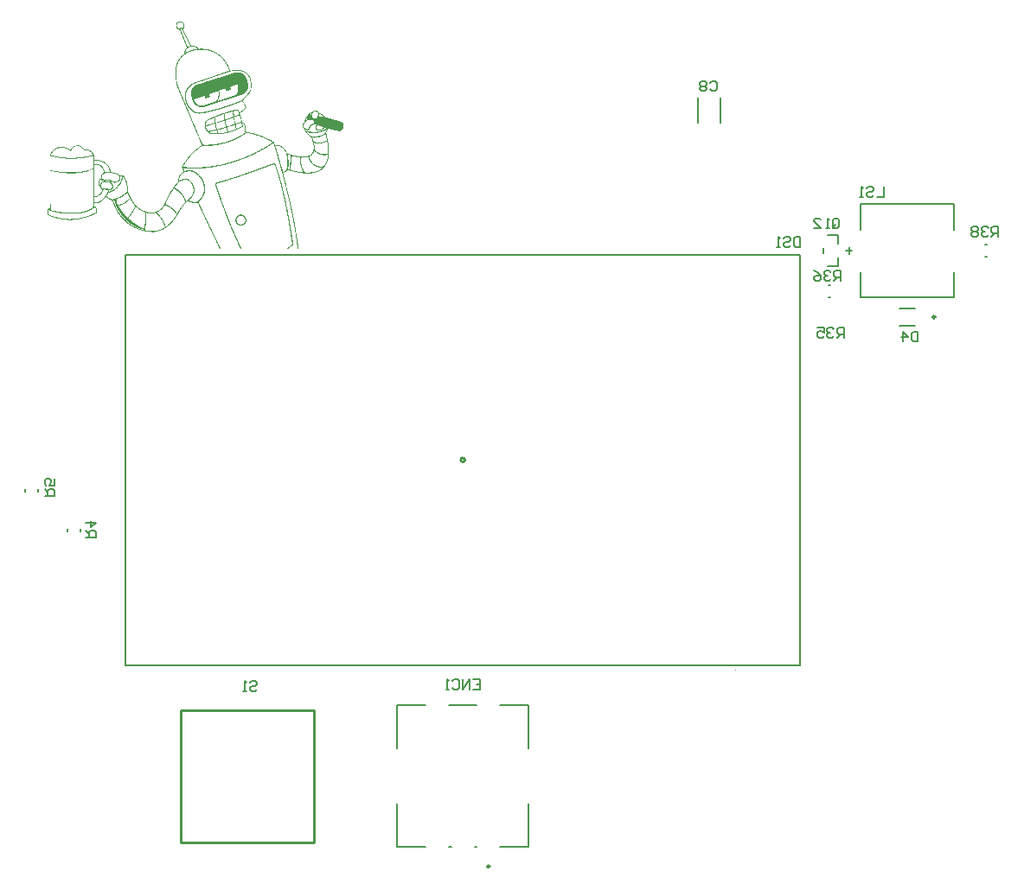
<source format=gbr>
%TF.GenerationSoftware,Altium Limited,Altium Designer,22.11.1 (43)*%
G04 Layer_Color=32896*
%FSLAX43Y43*%
%MOMM*%
%TF.SameCoordinates,713154A8-74CC-4FB3-A553-2C66CAAA5226*%
%TF.FilePolarity,Positive*%
%TF.FileFunction,Legend,Bot*%
%TF.Part,Single*%
G01*
G75*
%TA.AperFunction,NonConductor*%
%ADD82C,0.250*%
%ADD83C,0.200*%
%ADD84C,0.254*%
%ADD88C,0.100*%
G36*
X47433Y87956D02*
X47481D01*
Y87940D01*
X47529D01*
Y87924D01*
X47545D01*
Y87908D01*
X47578D01*
Y87892D01*
X47594D01*
Y87876D01*
X47610D01*
Y87860D01*
X47642D01*
Y87844D01*
X47658D01*
Y87812D01*
X47674D01*
Y87796D01*
X47690D01*
Y87780D01*
X47706D01*
Y87747D01*
X47722D01*
Y87715D01*
X47738D01*
Y87667D01*
X47754D01*
Y87426D01*
X47738D01*
Y87394D01*
X47722D01*
Y87346D01*
X47706D01*
Y87330D01*
X47690D01*
Y87297D01*
X47674D01*
Y87281D01*
X47658D01*
Y87265D01*
X47642D01*
Y87249D01*
X47626D01*
Y87233D01*
X47610D01*
Y87153D01*
X47626D01*
Y87121D01*
X47642D01*
Y87088D01*
X47658D01*
Y87056D01*
X47674D01*
Y87024D01*
X47690D01*
Y86992D01*
X47706D01*
Y86960D01*
X47722D01*
Y86928D01*
X47738D01*
Y86896D01*
X47754D01*
Y86863D01*
X47770D01*
Y86815D01*
X47787D01*
Y86799D01*
X47803D01*
Y86767D01*
X47819D01*
Y86735D01*
X47835D01*
Y86703D01*
X47851D01*
Y86670D01*
X47867D01*
Y86638D01*
X47883D01*
Y86590D01*
X47899D01*
Y86574D01*
X47915D01*
Y86542D01*
X47931D01*
Y86510D01*
X47947D01*
Y86478D01*
X47963D01*
Y86445D01*
X47979D01*
Y86413D01*
X47996D01*
Y86365D01*
X48012D01*
Y86349D01*
X48028D01*
Y86317D01*
X48044D01*
Y86285D01*
X48060D01*
Y86253D01*
X48076D01*
Y86204D01*
X48092D01*
Y86188D01*
X48108D01*
Y86156D01*
X48124D01*
Y86108D01*
X48140D01*
Y86076D01*
X48156D01*
Y86044D01*
X48172D01*
Y86027D01*
X48188D01*
Y85995D01*
X48204D01*
Y85963D01*
X48221D01*
Y85931D01*
X48237D01*
Y85899D01*
X48253D01*
Y85867D01*
X48269D01*
Y85818D01*
X48285D01*
Y85786D01*
X48301D01*
Y85754D01*
X48317D01*
Y85738D01*
X48333D01*
Y85706D01*
X48349D01*
Y85658D01*
X48365D01*
Y85642D01*
X48381D01*
Y85610D01*
X48397D01*
Y85577D01*
X48687D01*
Y85561D01*
X48751D01*
Y85545D01*
X48799D01*
Y85529D01*
X48831D01*
Y85513D01*
X48864D01*
Y85497D01*
X48896D01*
Y85481D01*
X48912D01*
Y85465D01*
X48944D01*
Y85449D01*
X48960D01*
Y85433D01*
X48976D01*
Y85417D01*
X48992D01*
Y85401D01*
X49008D01*
Y85384D01*
X49024D01*
Y85368D01*
X49040D01*
Y85352D01*
X49056D01*
Y85320D01*
X49073D01*
Y85304D01*
X49089D01*
Y85288D01*
X49105D01*
Y85272D01*
X49121D01*
Y85256D01*
X49249D01*
Y85272D01*
X49603D01*
Y85256D01*
X49812D01*
Y85240D01*
X49924D01*
Y85224D01*
X50005D01*
Y85208D01*
X50085D01*
Y85192D01*
X50150D01*
Y85176D01*
X50214D01*
Y85159D01*
X50278D01*
Y85143D01*
X50326D01*
Y85127D01*
X50375D01*
Y85111D01*
X50423D01*
Y85095D01*
X50455D01*
Y85079D01*
X50503D01*
Y85063D01*
X50535D01*
Y85047D01*
X50584D01*
Y85031D01*
X50616D01*
Y85015D01*
X50648D01*
Y84999D01*
X50680D01*
Y84983D01*
X50712D01*
Y84967D01*
X50744D01*
Y84950D01*
X50776D01*
Y84934D01*
X50809D01*
Y84918D01*
X50841D01*
Y84902D01*
X50857D01*
Y84886D01*
X50889D01*
Y84870D01*
X50921D01*
Y84854D01*
X50937D01*
Y84838D01*
X50969D01*
Y84822D01*
X50985D01*
Y84806D01*
X51018D01*
Y84790D01*
X51034D01*
Y84774D01*
X51066D01*
Y84758D01*
X51082D01*
Y84741D01*
X51098D01*
Y84725D01*
X51130D01*
Y84709D01*
X51146D01*
Y84693D01*
X51162D01*
Y84677D01*
X51178D01*
Y84661D01*
X51210D01*
Y84645D01*
X51227D01*
Y84629D01*
X51243D01*
Y84613D01*
X51259D01*
Y84597D01*
X51275D01*
Y84581D01*
X51307D01*
Y84565D01*
X51323D01*
Y84549D01*
X51339D01*
Y84533D01*
X51355D01*
Y84516D01*
X51371D01*
Y84500D01*
X51387D01*
Y84484D01*
X51403D01*
Y84468D01*
X51419D01*
Y84452D01*
X51436D01*
Y84436D01*
X51452D01*
Y84420D01*
X51468D01*
Y84404D01*
X51484D01*
Y84388D01*
X51500D01*
Y84372D01*
X51516D01*
Y84340D01*
X51532D01*
Y84324D01*
X51548D01*
Y84307D01*
X51564D01*
Y84291D01*
X51580D01*
Y84275D01*
X51596D01*
Y84259D01*
X51612D01*
Y84227D01*
X51628D01*
Y84211D01*
X51644D01*
Y84195D01*
X51661D01*
Y84179D01*
X51677D01*
Y84147D01*
X51693D01*
Y84131D01*
X51709D01*
Y84115D01*
X51725D01*
Y84082D01*
X51741D01*
Y84066D01*
X51757D01*
Y84050D01*
X51773D01*
Y84018D01*
X51789D01*
Y84002D01*
X51805D01*
Y83970D01*
X51821D01*
Y83954D01*
X51837D01*
Y83922D01*
X51853D01*
Y83906D01*
X51870D01*
Y83873D01*
X51886D01*
Y83841D01*
X51902D01*
Y83825D01*
X51918D01*
Y83793D01*
X51934D01*
Y83761D01*
X51950D01*
Y83745D01*
X51966D01*
Y83713D01*
X51982D01*
Y83681D01*
X51998D01*
Y83648D01*
X52014D01*
Y83616D01*
X52030D01*
Y83584D01*
X52046D01*
Y83552D01*
X52062D01*
Y83520D01*
X52078D01*
Y83488D01*
X52095D01*
Y83456D01*
X52111D01*
Y83423D01*
X52127D01*
Y83375D01*
X52143D01*
Y83343D01*
X52159D01*
Y83295D01*
X52175D01*
Y83263D01*
X52191D01*
Y83214D01*
X52207D01*
Y83166D01*
X52223D01*
Y83150D01*
X52255D01*
Y83134D01*
X52287D01*
Y83150D01*
X52368D01*
Y83166D01*
X52464D01*
Y83182D01*
X52625D01*
Y83198D01*
X53107D01*
Y83182D01*
X53220D01*
Y83166D01*
X53316D01*
Y83150D01*
X53364D01*
Y83134D01*
X53429D01*
Y83118D01*
X53477D01*
Y83102D01*
X53509D01*
Y83086D01*
X53557D01*
Y83070D01*
X53590D01*
Y83054D01*
X53622D01*
Y83038D01*
X53654D01*
Y83021D01*
X53686D01*
Y83005D01*
X53718D01*
Y82989D01*
X53734D01*
Y82973D01*
X53766D01*
Y82957D01*
X53782D01*
Y82941D01*
X53799D01*
Y82925D01*
X53831D01*
Y82909D01*
X53847D01*
Y82893D01*
X53863D01*
Y82877D01*
X53879D01*
Y82861D01*
X53895D01*
Y82845D01*
X53911D01*
Y82829D01*
X53927D01*
Y82813D01*
X53943D01*
Y82796D01*
X53959D01*
Y82780D01*
X53975D01*
Y82764D01*
X53991D01*
Y82748D01*
X54007D01*
Y82732D01*
X54024D01*
Y82700D01*
X54040D01*
Y82684D01*
X54056D01*
Y82652D01*
X54072D01*
Y82636D01*
X54088D01*
Y82604D01*
X54104D01*
Y82571D01*
X54120D01*
Y82539D01*
X54136D01*
Y82507D01*
X54152D01*
Y82475D01*
X54168D01*
Y82443D01*
X54184D01*
Y82395D01*
X54200D01*
Y82362D01*
X54216D01*
Y82298D01*
X54233D01*
Y82250D01*
X54249D01*
Y82170D01*
X54265D01*
Y82105D01*
X54281D01*
Y82009D01*
X54297D01*
Y81752D01*
X54313D01*
Y81687D01*
X54297D01*
Y81382D01*
X54281D01*
Y81253D01*
X54265D01*
Y81189D01*
X54249D01*
Y81109D01*
X54233D01*
Y81076D01*
X54216D01*
Y81060D01*
X54200D01*
Y81044D01*
X54184D01*
Y81028D01*
X54168D01*
Y80996D01*
X54152D01*
Y80980D01*
X54136D01*
Y80964D01*
X54120D01*
Y80948D01*
X54104D01*
Y80932D01*
X54088D01*
Y80916D01*
X54072D01*
Y80884D01*
X54056D01*
Y80867D01*
X54040D01*
Y80851D01*
X54024D01*
Y80835D01*
X54007D01*
Y80819D01*
X53991D01*
Y80803D01*
X53975D01*
Y80771D01*
X53959D01*
Y80755D01*
X53943D01*
Y80739D01*
X53927D01*
Y80723D01*
X53911D01*
Y80707D01*
X53895D01*
Y80691D01*
X53879D01*
Y80675D01*
X53863D01*
Y80659D01*
X53847D01*
Y80626D01*
X53831D01*
Y80610D01*
X53815D01*
Y80594D01*
X53799D01*
Y80578D01*
X53782D01*
Y80562D01*
X53766D01*
Y80546D01*
X53750D01*
Y80514D01*
X53734D01*
Y80498D01*
X53718D01*
Y80482D01*
X53702D01*
Y80466D01*
X53686D01*
Y80450D01*
X53670D01*
Y80433D01*
X53654D01*
Y80417D01*
X53638D01*
Y80385D01*
X53622D01*
Y80369D01*
X53606D01*
Y80353D01*
X53590D01*
Y80337D01*
X53573D01*
Y80321D01*
X53557D01*
Y80305D01*
X53541D01*
Y80273D01*
X53525D01*
Y80257D01*
X53509D01*
Y80241D01*
X53493D01*
Y80224D01*
X53477D01*
Y80144D01*
X53493D01*
Y80128D01*
X53509D01*
Y80096D01*
X53525D01*
Y80080D01*
X53541D01*
Y80048D01*
X53557D01*
Y80016D01*
X53573D01*
Y79999D01*
X53590D01*
Y79967D01*
X53606D01*
Y79935D01*
X53622D01*
Y79903D01*
X53638D01*
Y79887D01*
X53654D01*
Y79855D01*
X53670D01*
Y79823D01*
X53686D01*
Y79790D01*
X53702D01*
Y79758D01*
X53718D01*
Y79726D01*
X53734D01*
Y79694D01*
X53750D01*
Y79646D01*
X53766D01*
Y79598D01*
X53782D01*
Y79501D01*
X53766D01*
Y79453D01*
X53750D01*
Y79437D01*
X53734D01*
Y79405D01*
X53718D01*
Y79389D01*
X53702D01*
Y79373D01*
X53686D01*
Y79356D01*
X53670D01*
Y79340D01*
X53654D01*
Y79324D01*
X53638D01*
Y79308D01*
X53622D01*
Y79292D01*
X53606D01*
Y79276D01*
X53590D01*
Y79260D01*
X53573D01*
Y79244D01*
X53541D01*
Y79228D01*
X53525D01*
Y79212D01*
X53509D01*
Y79196D01*
X53493D01*
Y79180D01*
X53477D01*
Y79164D01*
X53445D01*
Y79147D01*
X53429D01*
Y79131D01*
X53413D01*
Y79115D01*
X53381D01*
Y79099D01*
X53364D01*
Y79083D01*
X53348D01*
Y79067D01*
X53316D01*
Y79051D01*
X53300D01*
Y79035D01*
X53268D01*
Y79019D01*
X53252D01*
Y79003D01*
X53220D01*
Y78987D01*
X53204D01*
Y78971D01*
X53188D01*
Y78955D01*
X53172D01*
Y78890D01*
X53188D01*
Y78842D01*
X53204D01*
Y78794D01*
X53220D01*
Y78746D01*
X53236D01*
Y78697D01*
X53252D01*
Y78649D01*
X53268D01*
Y78585D01*
X53284D01*
Y78521D01*
X53300D01*
Y78472D01*
X53316D01*
Y78408D01*
X53332D01*
Y78344D01*
X53348D01*
Y78279D01*
X53364D01*
Y78199D01*
X53381D01*
Y78135D01*
X53397D01*
Y78070D01*
X53413D01*
Y78038D01*
X53445D01*
Y78022D01*
X53493D01*
Y78006D01*
X53525D01*
Y77990D01*
X53541D01*
Y77974D01*
X53573D01*
Y77958D01*
X53590D01*
Y77942D01*
X53606D01*
Y77926D01*
X53622D01*
Y77910D01*
X53654D01*
Y77878D01*
X53670D01*
Y77861D01*
X53686D01*
Y77781D01*
X53702D01*
Y77636D01*
X53718D01*
Y77508D01*
X53734D01*
Y77379D01*
X53750D01*
Y77235D01*
X53766D01*
Y77154D01*
X53782D01*
Y77138D01*
X53831D01*
Y77122D01*
X53911D01*
Y77106D01*
X54007D01*
Y77090D01*
X54088D01*
Y77074D01*
X54136D01*
Y77058D01*
X54233D01*
Y77042D01*
X54281D01*
Y77026D01*
X54361D01*
Y77010D01*
X54409D01*
Y76993D01*
X54474D01*
Y76977D01*
X54538D01*
Y76961D01*
X54586D01*
Y76945D01*
X54650D01*
Y76929D01*
X54699D01*
Y76913D01*
X54763D01*
Y76897D01*
X54811D01*
Y76881D01*
X54859D01*
Y76865D01*
X54908D01*
Y76849D01*
X54956D01*
Y76833D01*
X55004D01*
Y76817D01*
X55052D01*
Y76801D01*
X55101D01*
Y76784D01*
X55149D01*
Y76768D01*
X55197D01*
Y76752D01*
X55245D01*
Y76736D01*
X55277D01*
Y76720D01*
X55326D01*
Y76704D01*
X55358D01*
Y76688D01*
X55406D01*
Y76672D01*
X55438D01*
Y76656D01*
X55486D01*
Y76640D01*
X55519D01*
Y76624D01*
X55567D01*
Y76608D01*
X55599D01*
Y76592D01*
X55631D01*
Y76576D01*
X55679D01*
Y76559D01*
X55711D01*
Y76543D01*
X55744D01*
Y76527D01*
X55776D01*
Y76511D01*
X55824D01*
Y76495D01*
X55856D01*
Y76479D01*
X55888D01*
Y76463D01*
X55920D01*
Y76447D01*
X55953D01*
Y76431D01*
X55985D01*
Y76415D01*
X56017D01*
Y76399D01*
X56049D01*
Y76383D01*
X56081D01*
Y76367D01*
X56113D01*
Y76350D01*
X56145D01*
Y76334D01*
X56178D01*
Y76318D01*
X56210D01*
Y76302D01*
X56242D01*
Y76286D01*
X56274D01*
Y76270D01*
X56290D01*
Y76254D01*
X56322D01*
Y76238D01*
X56354D01*
Y76222D01*
X56387D01*
Y76206D01*
X56419D01*
Y76190D01*
X56435D01*
Y76174D01*
X56483D01*
Y76158D01*
X56499D01*
Y76141D01*
X56515D01*
Y76109D01*
X56531D01*
Y76029D01*
X56547D01*
Y75981D01*
X56563D01*
Y75933D01*
X56579D01*
Y75884D01*
X56596D01*
Y75868D01*
X56837D01*
Y75852D01*
X56933D01*
Y75836D01*
X56981D01*
Y75820D01*
X57046D01*
Y75804D01*
X57078D01*
Y75788D01*
X57126D01*
Y75772D01*
X57158D01*
Y75756D01*
X57190D01*
Y75740D01*
X57222D01*
Y75724D01*
X57238D01*
Y75707D01*
X57271D01*
Y75691D01*
X57287D01*
Y75675D01*
X57319D01*
Y75659D01*
X57335D01*
Y75643D01*
X57367D01*
Y75627D01*
X57383D01*
Y75611D01*
X57399D01*
Y75595D01*
X57415D01*
Y75579D01*
X57431D01*
Y75563D01*
X57447D01*
Y75547D01*
X57464D01*
Y75531D01*
X57480D01*
Y75515D01*
X57496D01*
Y75498D01*
X57512D01*
Y75482D01*
X57528D01*
Y75466D01*
X57544D01*
Y75450D01*
X57560D01*
Y75418D01*
X57576D01*
Y75402D01*
X57592D01*
Y75386D01*
X57608D01*
Y75354D01*
X57624D01*
Y75338D01*
X57640D01*
Y75306D01*
X57656D01*
Y75290D01*
X57673D01*
Y75257D01*
X57689D01*
Y75225D01*
X57705D01*
Y75209D01*
X57721D01*
Y75177D01*
X57737D01*
Y75145D01*
X57753D01*
Y75097D01*
X57769D01*
Y75064D01*
X57785D01*
Y75048D01*
X57801D01*
Y75032D01*
X57817D01*
Y75016D01*
X57865D01*
Y75000D01*
X57898D01*
Y74984D01*
X57946D01*
Y74968D01*
X57994D01*
Y74952D01*
X58042D01*
Y74936D01*
X58107D01*
Y74920D01*
X58139D01*
Y74904D01*
X58203D01*
Y74888D01*
X58251D01*
Y74872D01*
X58299D01*
Y74856D01*
X58380D01*
Y74839D01*
X58428D01*
Y74823D01*
X58508D01*
Y74807D01*
X58573D01*
Y74791D01*
X58637D01*
Y74775D01*
X58717D01*
Y74759D01*
X58814D01*
Y74743D01*
X58926D01*
Y74727D01*
X59023D01*
Y74711D01*
X59200D01*
Y74695D01*
X59505D01*
Y74711D01*
X59650D01*
Y74727D01*
X59714D01*
Y74743D01*
X59794D01*
Y74759D01*
X59843D01*
Y74775D01*
X59891D01*
Y74791D01*
X59939D01*
Y74807D01*
X59971D01*
Y74823D01*
X60003D01*
Y74839D01*
X60036D01*
Y74856D01*
X60052D01*
Y74872D01*
X60084D01*
Y74888D01*
X60100D01*
Y74904D01*
X60116D01*
Y74920D01*
X60148D01*
Y74936D01*
X60164D01*
Y74952D01*
X60180D01*
Y74968D01*
X60196D01*
Y75000D01*
X60212D01*
Y75016D01*
X60228D01*
Y75032D01*
X60244D01*
Y75048D01*
X60261D01*
Y75081D01*
X60277D01*
Y75097D01*
X60293D01*
Y75129D01*
X60309D01*
Y75177D01*
X60325D01*
Y75209D01*
X60341D01*
Y75257D01*
X60357D01*
Y75306D01*
X60373D01*
Y75402D01*
X60389D01*
Y75804D01*
X60373D01*
Y75916D01*
X60357D01*
Y75997D01*
X60341D01*
Y76077D01*
X60325D01*
Y76141D01*
X60309D01*
Y76206D01*
X60293D01*
Y76254D01*
X60277D01*
Y76302D01*
X60261D01*
Y76367D01*
X60244D01*
Y76415D01*
X60228D01*
Y76463D01*
X60212D01*
Y76511D01*
X60196D01*
Y76543D01*
X60180D01*
Y76576D01*
X60164D01*
Y76592D01*
X60148D01*
Y76608D01*
X60132D01*
Y76624D01*
X60116D01*
Y76640D01*
X60084D01*
Y76656D01*
X60068D01*
Y76672D01*
X60036D01*
Y76688D01*
X60019D01*
Y76704D01*
X59987D01*
Y76720D01*
X59971D01*
Y76736D01*
X59955D01*
Y76752D01*
X59939D01*
Y76768D01*
X59923D01*
Y76784D01*
X59891D01*
Y76801D01*
X59875D01*
Y76817D01*
X59859D01*
Y76833D01*
X59843D01*
Y76849D01*
X59827D01*
Y76865D01*
X59810D01*
Y76881D01*
X59794D01*
Y76897D01*
X59778D01*
Y76913D01*
X59762D01*
Y76929D01*
X59746D01*
Y76945D01*
X59730D01*
Y76961D01*
X59714D01*
Y76993D01*
X59698D01*
Y77010D01*
X59682D01*
Y77026D01*
X59666D01*
Y77058D01*
X59650D01*
Y77074D01*
X59634D01*
Y77090D01*
X59618D01*
Y77122D01*
X59602D01*
Y77138D01*
X59585D01*
Y77170D01*
X59569D01*
Y77202D01*
X59553D01*
Y77218D01*
X59537D01*
Y77267D01*
X59521D01*
Y77299D01*
X59505D01*
Y77347D01*
X59489D01*
Y77395D01*
X59473D01*
Y77427D01*
X59457D01*
Y77444D01*
X59441D01*
Y77460D01*
X59425D01*
Y77476D01*
X59393D01*
Y77492D01*
X59376D01*
Y77524D01*
X59360D01*
Y77540D01*
X59344D01*
Y77556D01*
X59328D01*
Y77588D01*
X59312D01*
Y77620D01*
X59296D01*
Y77685D01*
X59280D01*
Y77701D01*
X59296D01*
Y77765D01*
X59312D01*
Y77813D01*
X59328D01*
Y77861D01*
X59344D01*
Y77894D01*
X59360D01*
Y77926D01*
X59376D01*
Y77958D01*
X59393D01*
Y77990D01*
X59409D01*
Y78006D01*
X59425D01*
Y78038D01*
X59441D01*
Y78070D01*
X59457D01*
Y78103D01*
X59473D01*
Y78135D01*
X59489D01*
Y78183D01*
X59505D01*
Y78215D01*
X59521D01*
Y78263D01*
X59537D01*
Y78312D01*
X59553D01*
Y78344D01*
X59569D01*
Y78376D01*
X59585D01*
Y78408D01*
X59602D01*
Y78456D01*
X59618D01*
Y78472D01*
X59634D01*
Y78504D01*
X59650D01*
Y78553D01*
X59666D01*
Y78569D01*
X59682D01*
Y78601D01*
X59698D01*
Y78617D01*
X59714D01*
Y78649D01*
X59730D01*
Y78681D01*
X59746D01*
Y78697D01*
X59762D01*
Y78730D01*
X59778D01*
Y78746D01*
X59794D01*
Y78762D01*
X59810D01*
Y78794D01*
X59827D01*
Y78810D01*
X59843D01*
Y78826D01*
X59859D01*
Y78842D01*
X59875D01*
Y78858D01*
X59891D01*
Y78874D01*
X59907D01*
Y78890D01*
X59939D01*
Y78906D01*
X59955D01*
Y78922D01*
X59971D01*
Y78938D01*
X59987D01*
Y78955D01*
X60019D01*
Y78971D01*
X60036D01*
Y78987D01*
X60068D01*
Y79003D01*
X60084D01*
Y79019D01*
X60116D01*
Y79035D01*
X60148D01*
Y79051D01*
X60180D01*
Y79067D01*
X60228D01*
Y79083D01*
X60277D01*
Y79099D01*
X60293D01*
Y79115D01*
X60325D01*
Y79131D01*
X60341D01*
Y79147D01*
X60373D01*
Y79164D01*
X60389D01*
Y79180D01*
X60437D01*
Y79196D01*
X60470D01*
Y79212D01*
X60679D01*
Y79196D01*
X60711D01*
Y79180D01*
X60759D01*
Y79164D01*
X60775D01*
Y79147D01*
X60807D01*
Y79131D01*
X60823D01*
Y79115D01*
X60839D01*
Y79099D01*
X60855D01*
Y79083D01*
X60871D01*
Y79067D01*
X60887D01*
Y79051D01*
X60904D01*
Y79035D01*
X60920D01*
Y79019D01*
X60936D01*
Y79003D01*
X60968D01*
Y78987D01*
X61000D01*
Y78971D01*
X61032D01*
Y78955D01*
X61064D01*
Y78938D01*
X61096D01*
Y78922D01*
X61113D01*
Y78906D01*
X61145D01*
Y78890D01*
X61177D01*
Y78874D01*
X61193D01*
Y78858D01*
X61225D01*
Y78842D01*
X61241D01*
Y78826D01*
X61273D01*
Y78810D01*
X61289D01*
Y78794D01*
X61305D01*
Y78778D01*
X61338D01*
Y78762D01*
X61354D01*
Y78746D01*
X61370D01*
Y78730D01*
X61402D01*
Y78713D01*
X61418D01*
Y78697D01*
X61434D01*
Y78681D01*
X61450D01*
Y78665D01*
X61466D01*
Y78649D01*
X61482D01*
Y78633D01*
X61514D01*
Y78617D01*
X61530D01*
Y78601D01*
X61547D01*
Y78585D01*
X61563D01*
Y78569D01*
X61579D01*
Y78553D01*
X61595D01*
Y78537D01*
X61611D01*
Y78521D01*
X61675D01*
Y78504D01*
X61739D01*
Y78488D01*
X61804D01*
Y78472D01*
X61884D01*
Y78456D01*
X61948D01*
Y78440D01*
X62029D01*
Y78424D01*
X62077D01*
Y78408D01*
X62157D01*
Y78392D01*
X62206D01*
Y78376D01*
X62286D01*
Y78360D01*
X62334D01*
Y78344D01*
X62398D01*
Y78328D01*
X62463D01*
Y78312D01*
X62511D01*
Y78296D01*
X62575D01*
Y78279D01*
X62624D01*
Y78263D01*
X62688D01*
Y78247D01*
X62736D01*
Y78231D01*
X62784D01*
Y78215D01*
X62833D01*
Y78199D01*
X62881D01*
Y78183D01*
X62929D01*
Y78167D01*
X62977D01*
Y78151D01*
X63009D01*
Y78135D01*
X63058D01*
Y78119D01*
X63074D01*
Y78103D01*
X63122D01*
Y78087D01*
X63154D01*
Y78070D01*
X63170D01*
Y78054D01*
X63202D01*
Y78038D01*
X63218D01*
Y78022D01*
X63234D01*
Y78006D01*
X63250D01*
Y77990D01*
X63267D01*
Y77958D01*
X63283D01*
Y77894D01*
X63299D01*
Y77781D01*
X63315D01*
Y77572D01*
X63299D01*
Y77508D01*
X63283D01*
Y77476D01*
X63267D01*
Y77427D01*
X63250D01*
Y77395D01*
X63234D01*
Y77379D01*
X63218D01*
Y77363D01*
X63202D01*
Y77331D01*
X63186D01*
Y77315D01*
X63170D01*
Y77299D01*
X63154D01*
Y77283D01*
X63122D01*
Y77267D01*
X63090D01*
Y77251D01*
X63074D01*
Y77235D01*
X63025D01*
Y77218D01*
X62833D01*
Y77235D01*
X62720D01*
Y77251D01*
X62624D01*
Y77267D01*
X62543D01*
Y77283D01*
X62447D01*
Y77299D01*
X62382D01*
Y77315D01*
X62318D01*
Y77331D01*
X62238D01*
Y77347D01*
X62173D01*
Y77363D01*
X62109D01*
Y77379D01*
X62061D01*
Y77395D01*
X61997D01*
Y77411D01*
X61932D01*
Y77427D01*
X61884D01*
Y77444D01*
X61804D01*
Y77460D01*
X61788D01*
Y77444D01*
X61772D01*
Y77411D01*
X61756D01*
Y77331D01*
X61739D01*
Y77283D01*
X61723D01*
Y77235D01*
X61707D01*
Y77186D01*
X61691D01*
Y77154D01*
X61675D01*
Y77122D01*
X61659D01*
Y77090D01*
X61643D01*
Y77058D01*
X61627D01*
Y76977D01*
X61643D01*
Y76897D01*
X61659D01*
Y76817D01*
X61675D01*
Y76752D01*
X61691D01*
Y76672D01*
X61707D01*
Y76608D01*
X61723D01*
Y76527D01*
X61739D01*
Y76447D01*
X61756D01*
Y76383D01*
X61772D01*
Y76302D01*
X61788D01*
Y76222D01*
X61804D01*
Y76125D01*
X61820D01*
Y76029D01*
X61836D01*
Y75916D01*
X61852D01*
Y75788D01*
X61868D01*
Y75659D01*
X61884D01*
Y75402D01*
X61900D01*
Y75081D01*
X61884D01*
Y74839D01*
X61868D01*
Y74727D01*
X61852D01*
Y74614D01*
X61836D01*
Y74534D01*
X61820D01*
Y74470D01*
X61804D01*
Y74405D01*
X61788D01*
Y74357D01*
X61772D01*
Y74309D01*
X61756D01*
Y74261D01*
X61739D01*
Y74213D01*
X61723D01*
Y74164D01*
X61707D01*
Y74132D01*
X61691D01*
Y74100D01*
X61675D01*
Y74052D01*
X61659D01*
Y74020D01*
X61643D01*
Y73987D01*
X61627D01*
Y73955D01*
X61611D01*
Y73939D01*
X61595D01*
Y73907D01*
X61579D01*
Y73875D01*
X61563D01*
Y73859D01*
X61547D01*
Y73827D01*
X61530D01*
Y73811D01*
X61514D01*
Y73779D01*
X61498D01*
Y73762D01*
X61482D01*
Y73746D01*
X61466D01*
Y73714D01*
X61450D01*
Y73698D01*
X61434D01*
Y73682D01*
X61418D01*
Y73666D01*
X61402D01*
Y73634D01*
X61386D01*
Y73618D01*
X61370D01*
Y73602D01*
X61354D01*
Y73586D01*
X61338D01*
Y73570D01*
X61321D01*
Y73553D01*
X61305D01*
Y73537D01*
X61273D01*
Y73521D01*
X61257D01*
Y73505D01*
X61241D01*
Y73489D01*
X61225D01*
Y73473D01*
X61209D01*
Y73457D01*
X61193D01*
Y73441D01*
X61161D01*
Y73425D01*
X61145D01*
Y73409D01*
X61129D01*
Y73393D01*
X61096D01*
Y73377D01*
X61080D01*
Y73361D01*
X61048D01*
Y73344D01*
X61016D01*
Y73328D01*
X60984D01*
Y73312D01*
X60968D01*
Y73296D01*
X60936D01*
Y73280D01*
X60904D01*
Y73264D01*
X60871D01*
Y73248D01*
X60823D01*
Y73232D01*
X60791D01*
Y73216D01*
X60759D01*
Y73200D01*
X60711D01*
Y73184D01*
X60662D01*
Y73168D01*
X60614D01*
Y73152D01*
X60550D01*
Y73136D01*
X60502D01*
Y73119D01*
X60421D01*
Y73103D01*
X60341D01*
Y73087D01*
X60228D01*
Y73071D01*
X60068D01*
Y73055D01*
X59489D01*
Y73071D01*
X59312D01*
Y73087D01*
X59167D01*
Y73103D01*
X59071D01*
Y73119D01*
X58959D01*
Y73136D01*
X58894D01*
Y73152D01*
X58798D01*
Y73168D01*
X58717D01*
Y73184D01*
X58637D01*
Y73200D01*
X58557D01*
Y73216D01*
X58492D01*
Y73232D01*
X58428D01*
Y73248D01*
X58364D01*
Y73264D01*
X58299D01*
Y73280D01*
X58235D01*
Y73296D01*
X58187D01*
Y73312D01*
X58123D01*
Y73328D01*
X58074D01*
Y73344D01*
X58026D01*
Y73361D01*
X57962D01*
Y73377D01*
X57914D01*
Y73393D01*
X57849D01*
Y73409D01*
X57801D01*
Y73393D01*
X57785D01*
Y73361D01*
X57769D01*
Y73328D01*
X57753D01*
Y73312D01*
X57737D01*
Y73296D01*
X57721D01*
Y73280D01*
X57705D01*
Y73248D01*
X57689D01*
Y73232D01*
X57656D01*
Y73216D01*
X57640D01*
Y73200D01*
X57624D01*
Y73184D01*
X57592D01*
Y73168D01*
X57560D01*
Y73152D01*
X57528D01*
Y73136D01*
X57480D01*
Y73119D01*
X57431D01*
Y73103D01*
X57415D01*
Y73007D01*
X57431D01*
Y72943D01*
X57447D01*
Y72894D01*
X57464D01*
Y72846D01*
X57480D01*
Y72766D01*
X57496D01*
Y72718D01*
X57512D01*
Y72637D01*
X57528D01*
Y72589D01*
X57544D01*
Y72541D01*
X57560D01*
Y72460D01*
X57576D01*
Y72396D01*
X57592D01*
Y72348D01*
X57608D01*
Y72284D01*
X57624D01*
Y72219D01*
X57640D01*
Y72155D01*
X57656D01*
Y72091D01*
X57673D01*
Y72026D01*
X57689D01*
Y71962D01*
X57705D01*
Y71898D01*
X57721D01*
Y71833D01*
X57737D01*
Y71769D01*
X57753D01*
Y71705D01*
X57769D01*
Y71641D01*
X57785D01*
Y71576D01*
X57801D01*
Y71512D01*
X57817D01*
Y71448D01*
X57833D01*
Y71383D01*
X57849D01*
Y71319D01*
X57865D01*
Y71239D01*
X57881D01*
Y71174D01*
X57898D01*
Y71126D01*
X57914D01*
Y71046D01*
X57930D01*
Y70981D01*
X57946D01*
Y70917D01*
X57962D01*
Y70853D01*
X57978D01*
Y70773D01*
X57994D01*
Y70708D01*
X58010D01*
Y70644D01*
X58026D01*
Y70564D01*
X58042D01*
Y70499D01*
X58058D01*
Y70419D01*
X58074D01*
Y70355D01*
X58090D01*
Y70290D01*
X58107D01*
Y70210D01*
X58123D01*
Y70146D01*
X58139D01*
Y70065D01*
X58155D01*
Y70001D01*
X58171D01*
Y69937D01*
X58187D01*
Y69840D01*
X58203D01*
Y69776D01*
X58219D01*
Y69696D01*
X58235D01*
Y69631D01*
X58251D01*
Y69551D01*
X58267D01*
Y69470D01*
X58283D01*
Y69406D01*
X58299D01*
Y69310D01*
X58316D01*
Y69245D01*
X58332D01*
Y69165D01*
X58348D01*
Y69085D01*
X58364D01*
Y69004D01*
X58380D01*
Y68924D01*
X58396D01*
Y68844D01*
X58412D01*
Y68763D01*
X58428D01*
Y68683D01*
X58444D01*
Y68586D01*
X58460D01*
Y68522D01*
X58476D01*
Y68426D01*
X58492D01*
Y68329D01*
X58508D01*
Y68265D01*
X58524D01*
Y68168D01*
X58541D01*
Y68072D01*
X58557D01*
Y67992D01*
X58573D01*
Y67895D01*
X58589D01*
Y67815D01*
X58605D01*
Y67718D01*
X58621D01*
Y67638D01*
X58637D01*
Y67541D01*
X58653D01*
Y67429D01*
X58669D01*
Y67349D01*
X58685D01*
Y67236D01*
X58701D01*
Y67140D01*
X58717D01*
Y67027D01*
X58733D01*
Y66947D01*
X58750D01*
Y66834D01*
X58766D01*
Y66722D01*
X58782D01*
Y66625D01*
X58798D01*
Y66481D01*
X58814D01*
Y66384D01*
X58830D01*
Y66272D01*
X58846D01*
Y66159D01*
X58862D01*
Y66030D01*
X58878D01*
Y65886D01*
X58894D01*
Y65789D01*
X58910D01*
Y65677D01*
X58830D01*
Y65709D01*
X58814D01*
Y65838D01*
X58798D01*
Y65966D01*
X58782D01*
Y66095D01*
X58766D01*
Y66223D01*
X58750D01*
Y66336D01*
X58733D01*
Y66432D01*
X58717D01*
Y66561D01*
X58701D01*
Y66657D01*
X58685D01*
Y66770D01*
X58669D01*
Y66866D01*
X58653D01*
Y66979D01*
X58637D01*
Y67091D01*
X58621D01*
Y67188D01*
X58605D01*
Y67284D01*
X58589D01*
Y67381D01*
X58573D01*
Y67477D01*
X58557D01*
Y67574D01*
X58541D01*
Y67670D01*
X58524D01*
Y67767D01*
X58508D01*
Y67863D01*
X58492D01*
Y67943D01*
X58476D01*
Y68040D01*
X58460D01*
Y68120D01*
X58444D01*
Y68201D01*
X58428D01*
Y68297D01*
X58412D01*
Y68393D01*
X58396D01*
Y68458D01*
X58380D01*
Y68554D01*
X58364D01*
Y68618D01*
X58348D01*
Y68715D01*
X58332D01*
Y68811D01*
X58316D01*
Y68876D01*
X58299D01*
Y68956D01*
X58283D01*
Y69036D01*
X58267D01*
Y69101D01*
X58251D01*
Y69197D01*
X58235D01*
Y69278D01*
X58219D01*
Y69358D01*
X58203D01*
Y69422D01*
X58187D01*
Y69503D01*
X58171D01*
Y69583D01*
X58155D01*
Y69647D01*
X58139D01*
Y69728D01*
X58123D01*
Y69808D01*
X58107D01*
Y69872D01*
X58090D01*
Y69953D01*
X58074D01*
Y70017D01*
X58058D01*
Y70097D01*
X58042D01*
Y70162D01*
X58026D01*
Y70242D01*
X58010D01*
Y70322D01*
X57994D01*
Y70387D01*
X57978D01*
Y70467D01*
X57962D01*
Y70531D01*
X57946D01*
Y70596D01*
X57930D01*
Y70660D01*
X57914D01*
Y70724D01*
X57898D01*
Y70805D01*
X57881D01*
Y70869D01*
X57865D01*
Y70949D01*
X57849D01*
Y71014D01*
X57833D01*
Y71078D01*
X57817D01*
Y71142D01*
X57801D01*
Y71207D01*
X57785D01*
Y71271D01*
X57769D01*
Y71335D01*
X57753D01*
Y71399D01*
X57737D01*
Y71464D01*
X57721D01*
Y71528D01*
X57705D01*
Y71592D01*
X57689D01*
Y71657D01*
X57673D01*
Y71737D01*
X57656D01*
Y71785D01*
X57640D01*
Y71866D01*
X57624D01*
Y71914D01*
X57608D01*
Y71978D01*
X57592D01*
Y72042D01*
X57576D01*
Y72107D01*
X57560D01*
Y72171D01*
X57544D01*
Y72235D01*
X57528D01*
Y72300D01*
X57512D01*
Y72364D01*
X57496D01*
Y72428D01*
X57480D01*
Y72493D01*
X57464D01*
Y72541D01*
X57447D01*
Y72605D01*
X57431D01*
Y72669D01*
X57415D01*
Y72718D01*
X57399D01*
Y72782D01*
X57383D01*
Y72846D01*
X57367D01*
Y72894D01*
X57351D01*
Y72975D01*
X57335D01*
Y73023D01*
X57319D01*
Y73087D01*
X57303D01*
Y73136D01*
X57287D01*
Y73216D01*
X57271D01*
Y73264D01*
X57255D01*
Y73328D01*
X57238D01*
Y73377D01*
X57222D01*
Y73441D01*
X57206D01*
Y73489D01*
X57190D01*
Y73553D01*
X57174D01*
Y73618D01*
X57158D01*
Y73666D01*
X57142D01*
Y73730D01*
X57126D01*
Y73795D01*
X57110D01*
Y73843D01*
X57094D01*
Y73907D01*
X57078D01*
Y73955D01*
X57062D01*
Y74020D01*
X57046D01*
Y74068D01*
X57030D01*
Y74132D01*
X57013D01*
Y74180D01*
X56997D01*
Y74245D01*
X56981D01*
Y74293D01*
X56965D01*
Y74357D01*
X56949D01*
Y74405D01*
X56933D01*
Y74470D01*
X56917D01*
Y74518D01*
X56901D01*
Y74566D01*
X56885D01*
Y74614D01*
X56869D01*
Y74679D01*
X56853D01*
Y74727D01*
X56837D01*
Y74775D01*
X56821D01*
Y74839D01*
X56804D01*
Y74888D01*
X56788D01*
Y74952D01*
X56772D01*
Y75016D01*
X56756D01*
Y75064D01*
X56740D01*
Y75113D01*
X56724D01*
Y75161D01*
X56708D01*
Y75225D01*
X56692D01*
Y75273D01*
X56676D01*
Y75322D01*
X56660D01*
Y75370D01*
X56644D01*
Y75434D01*
X56628D01*
Y75482D01*
X56612D01*
Y75531D01*
X56596D01*
Y75595D01*
X56579D01*
Y75627D01*
X56563D01*
Y75691D01*
X56547D01*
Y75740D01*
X56531D01*
Y75788D01*
X56515D01*
Y75852D01*
X56499D01*
Y75884D01*
X56483D01*
Y75949D01*
X56467D01*
Y75997D01*
X56451D01*
Y76013D01*
X56403D01*
Y75997D01*
X56387D01*
Y75981D01*
X56354D01*
Y75965D01*
X56322D01*
Y75949D01*
X56306D01*
Y75933D01*
X56290D01*
Y75916D01*
X56258D01*
Y75900D01*
X56242D01*
Y75884D01*
X56210D01*
Y75868D01*
X56194D01*
Y75852D01*
X56161D01*
Y75836D01*
X56145D01*
Y75820D01*
X56113D01*
Y75804D01*
X56081D01*
Y75788D01*
X56065D01*
Y75772D01*
X56033D01*
Y75756D01*
X56017D01*
Y75740D01*
X55985D01*
Y75724D01*
X55969D01*
Y75707D01*
X55936D01*
Y75691D01*
X55904D01*
Y75675D01*
X55888D01*
Y75659D01*
X55856D01*
Y75643D01*
X55840D01*
Y75627D01*
X55808D01*
Y75611D01*
X55776D01*
Y75595D01*
X55744D01*
Y75579D01*
X55727D01*
Y75563D01*
X55695D01*
Y75547D01*
X55663D01*
Y75531D01*
X55647D01*
Y75515D01*
X55615D01*
Y75498D01*
X55583D01*
Y75482D01*
X55551D01*
Y75466D01*
X55535D01*
Y75450D01*
X55502D01*
Y75434D01*
X55470D01*
Y75418D01*
X55438D01*
Y75402D01*
X55422D01*
Y75386D01*
X55390D01*
Y75370D01*
X55358D01*
Y75354D01*
X55326D01*
Y75338D01*
X55293D01*
Y75322D01*
X55261D01*
Y75306D01*
X55245D01*
Y75290D01*
X55213D01*
Y75273D01*
X55181D01*
Y75257D01*
X55149D01*
Y75241D01*
X55117D01*
Y75225D01*
X55084D01*
Y75209D01*
X55052D01*
Y75193D01*
X55020D01*
Y75177D01*
X54988D01*
Y75161D01*
X54972D01*
Y75145D01*
X54940D01*
Y75129D01*
X54908D01*
Y75113D01*
X54876D01*
Y75097D01*
X54843D01*
Y75081D01*
X54795D01*
Y75064D01*
X54763D01*
Y75048D01*
X54731D01*
Y75032D01*
X54715D01*
Y75016D01*
X54667D01*
Y75000D01*
X54650D01*
Y74984D01*
X54618D01*
Y74968D01*
X54570D01*
Y74952D01*
X54538D01*
Y74936D01*
X54506D01*
Y74920D01*
X54474D01*
Y74904D01*
X54441D01*
Y74888D01*
X54409D01*
Y74872D01*
X54377D01*
Y74856D01*
X54329D01*
Y74839D01*
X54297D01*
Y74823D01*
X54265D01*
Y74807D01*
X54233D01*
Y74791D01*
X54200D01*
Y74775D01*
X54152D01*
Y74759D01*
X54120D01*
Y74743D01*
X54088D01*
Y74727D01*
X54040D01*
Y74711D01*
X54007D01*
Y74695D01*
X53975D01*
Y74679D01*
X53927D01*
Y74663D01*
X53895D01*
Y74647D01*
X53863D01*
Y74630D01*
X53815D01*
Y74614D01*
X53782D01*
Y74598D01*
X53750D01*
Y74582D01*
X53702D01*
Y74566D01*
X53670D01*
Y74550D01*
X53622D01*
Y74534D01*
X53590D01*
Y74518D01*
X53557D01*
Y74502D01*
X53509D01*
Y74486D01*
X53477D01*
Y74470D01*
X53429D01*
Y74454D01*
X53397D01*
Y74438D01*
X53348D01*
Y74421D01*
X53300D01*
Y74405D01*
X53268D01*
Y74389D01*
X53220D01*
Y74373D01*
X53188D01*
Y74357D01*
X53139D01*
Y74341D01*
X53091D01*
Y74325D01*
X53043D01*
Y74309D01*
X52995D01*
Y74293D01*
X52963D01*
Y74277D01*
X52898D01*
Y74261D01*
X52866D01*
Y74245D01*
X52802D01*
Y74229D01*
X52770D01*
Y74213D01*
X52721D01*
Y74196D01*
X52657D01*
Y74180D01*
X52609D01*
Y74164D01*
X52561D01*
Y74148D01*
X52513D01*
Y74132D01*
X52464D01*
Y74116D01*
X52400D01*
Y74100D01*
X52352D01*
Y74084D01*
X52304D01*
Y74068D01*
X52239D01*
Y74052D01*
X52191D01*
Y74036D01*
X52127D01*
Y74020D01*
X52078D01*
Y74004D01*
X51998D01*
Y73987D01*
X51966D01*
Y73971D01*
X51886D01*
Y73955D01*
X51837D01*
Y73939D01*
X51773D01*
Y73923D01*
X51693D01*
Y73907D01*
X51644D01*
Y73891D01*
X51564D01*
Y73875D01*
X51500D01*
Y73859D01*
X51436D01*
Y73843D01*
X51355D01*
Y73827D01*
X51291D01*
Y73811D01*
X51210D01*
Y73795D01*
X51130D01*
Y73779D01*
X51034D01*
Y73762D01*
X50969D01*
Y73746D01*
X50889D01*
Y73730D01*
X50776D01*
Y73714D01*
X50696D01*
Y73698D01*
X50584D01*
Y73682D01*
X50487D01*
Y73666D01*
X50359D01*
Y73650D01*
X50230D01*
Y73634D01*
X50133D01*
Y73618D01*
X49973D01*
Y73602D01*
X49828D01*
Y73586D01*
X49619D01*
Y73570D01*
X49490D01*
Y73553D01*
X49153D01*
Y73537D01*
X48301D01*
Y73553D01*
X47963D01*
Y73570D01*
X47787D01*
Y73586D01*
X47658D01*
Y73602D01*
X47642D01*
Y73586D01*
X47626D01*
Y73537D01*
X47642D01*
Y73505D01*
X47658D01*
Y73473D01*
X47674D01*
Y73425D01*
X47690D01*
Y73393D01*
X47706D01*
Y73361D01*
X47722D01*
Y73312D01*
X47738D01*
Y73296D01*
X47787D01*
Y73312D01*
X47835D01*
Y73328D01*
X47883D01*
Y73344D01*
X47947D01*
Y73361D01*
X48060D01*
Y73377D01*
X48333D01*
Y73361D01*
X48494D01*
Y73344D01*
X48558D01*
Y73328D01*
X48622D01*
Y73312D01*
X48655D01*
Y73296D01*
X48671D01*
Y73280D01*
X48703D01*
Y73264D01*
X48735D01*
Y73248D01*
X48751D01*
Y73232D01*
X48783D01*
Y73216D01*
X48815D01*
Y73200D01*
X48831D01*
Y73184D01*
X48864D01*
Y73168D01*
X48880D01*
Y73152D01*
X48912D01*
Y73136D01*
X48928D01*
Y73119D01*
X48944D01*
Y73103D01*
X48960D01*
Y73087D01*
X48992D01*
Y73071D01*
X49008D01*
Y73055D01*
X49024D01*
Y73039D01*
X49056D01*
Y73023D01*
X49073D01*
Y73007D01*
X49089D01*
Y72991D01*
X49105D01*
Y72975D01*
X49121D01*
Y72959D01*
X49137D01*
Y72943D01*
X49153D01*
Y72927D01*
X49169D01*
Y72910D01*
X49185D01*
Y72894D01*
X49201D01*
Y72878D01*
X49217D01*
Y72862D01*
X49233D01*
Y72846D01*
X49249D01*
Y72830D01*
X49265D01*
Y72814D01*
X49281D01*
Y72798D01*
X49298D01*
Y72782D01*
X49314D01*
Y72750D01*
X49330D01*
Y72734D01*
X49346D01*
Y72718D01*
X49362D01*
Y72701D01*
X49378D01*
Y72685D01*
X49394D01*
Y72653D01*
X49410D01*
Y72637D01*
X49426D01*
Y72605D01*
X49442D01*
Y72589D01*
X49458D01*
Y72557D01*
X49474D01*
Y72541D01*
X49490D01*
Y72509D01*
X49507D01*
Y72476D01*
X49523D01*
Y72444D01*
X49539D01*
Y72428D01*
X49555D01*
Y72396D01*
X49571D01*
Y72364D01*
X49587D01*
Y72332D01*
X49603D01*
Y72300D01*
X49619D01*
Y72251D01*
X49635D01*
Y72219D01*
X49651D01*
Y72171D01*
X49667D01*
Y72123D01*
X49683D01*
Y72075D01*
X49699D01*
Y72026D01*
X49716D01*
Y71946D01*
X49732D01*
Y71866D01*
X49748D01*
Y71737D01*
X49764D01*
Y71335D01*
X49748D01*
Y71255D01*
X49732D01*
Y71190D01*
X49716D01*
Y71126D01*
X49699D01*
Y71062D01*
X49683D01*
Y71030D01*
X49667D01*
Y70965D01*
X49651D01*
Y70933D01*
X49635D01*
Y70885D01*
X49619D01*
Y70853D01*
X49603D01*
Y70821D01*
X49587D01*
Y70789D01*
X49571D01*
Y70756D01*
X49555D01*
Y70724D01*
X49539D01*
Y70692D01*
X49523D01*
Y70660D01*
X49507D01*
Y70644D01*
X49490D01*
Y70612D01*
X49474D01*
Y70596D01*
X49458D01*
Y70580D01*
X49442D01*
Y70547D01*
X49426D01*
Y70531D01*
X49410D01*
Y70515D01*
X49394D01*
Y70483D01*
X49378D01*
Y70467D01*
X49362D01*
Y70451D01*
X49346D01*
Y70435D01*
X49330D01*
Y70419D01*
X49314D01*
Y70403D01*
X49298D01*
Y70387D01*
X49281D01*
Y70371D01*
X49265D01*
Y70355D01*
X49249D01*
Y70339D01*
X49233D01*
Y70322D01*
X49217D01*
Y70306D01*
X49201D01*
Y70290D01*
X49169D01*
Y70274D01*
X49153D01*
Y70258D01*
X49137D01*
Y70194D01*
X49153D01*
Y70162D01*
X49169D01*
Y70130D01*
X49185D01*
Y70097D01*
X49201D01*
Y70065D01*
X49217D01*
Y70017D01*
X49233D01*
Y69985D01*
X49249D01*
Y69953D01*
X49265D01*
Y69921D01*
X49281D01*
Y69888D01*
X49298D01*
Y69856D01*
X49314D01*
Y69808D01*
X49330D01*
Y69792D01*
X49346D01*
Y69744D01*
X49362D01*
Y69712D01*
X49378D01*
Y69679D01*
X49394D01*
Y69647D01*
X49410D01*
Y69615D01*
X49426D01*
Y69583D01*
X49442D01*
Y69535D01*
X49458D01*
Y69519D01*
X49474D01*
Y69470D01*
X49490D01*
Y69438D01*
X49507D01*
Y69406D01*
X49523D01*
Y69374D01*
X49539D01*
Y69342D01*
X49555D01*
Y69310D01*
X49571D01*
Y69278D01*
X49587D01*
Y69245D01*
X49603D01*
Y69213D01*
X49619D01*
Y69165D01*
X49635D01*
Y69133D01*
X49651D01*
Y69101D01*
X49667D01*
Y69069D01*
X49683D01*
Y69036D01*
X49699D01*
Y69004D01*
X49716D01*
Y68972D01*
X49732D01*
Y68924D01*
X49748D01*
Y68908D01*
X49764D01*
Y68860D01*
X49780D01*
Y68827D01*
X49796D01*
Y68795D01*
X49812D01*
Y68763D01*
X49828D01*
Y68731D01*
X49844D01*
Y68699D01*
X49860D01*
Y68667D01*
X49876D01*
Y68635D01*
X49892D01*
Y68602D01*
X49908D01*
Y68554D01*
X49924D01*
Y68522D01*
X49941D01*
Y68490D01*
X49957D01*
Y68458D01*
X49973D01*
Y68426D01*
X49989D01*
Y68393D01*
X50005D01*
Y68361D01*
X50021D01*
Y68329D01*
X50037D01*
Y68297D01*
X50053D01*
Y68249D01*
X50069D01*
Y68217D01*
X50085D01*
Y68184D01*
X50101D01*
Y68152D01*
X50117D01*
Y68120D01*
X50133D01*
Y68088D01*
X50150D01*
Y68056D01*
X50166D01*
Y68024D01*
X50182D01*
Y67992D01*
X50198D01*
Y67959D01*
X50214D01*
Y67911D01*
X50230D01*
Y67879D01*
X50246D01*
Y67847D01*
X50262D01*
Y67815D01*
X50278D01*
Y67783D01*
X50294D01*
Y67750D01*
X50310D01*
Y67718D01*
X50326D01*
Y67686D01*
X50342D01*
Y67654D01*
X50359D01*
Y67622D01*
X50375D01*
Y67590D01*
X50391D01*
Y67541D01*
X50407D01*
Y67525D01*
X50423D01*
Y67493D01*
X50439D01*
Y67445D01*
X50455D01*
Y67429D01*
X50471D01*
Y67381D01*
X50487D01*
Y67349D01*
X50503D01*
Y67316D01*
X50519D01*
Y67284D01*
X50535D01*
Y67252D01*
X50551D01*
Y67204D01*
X50567D01*
Y67188D01*
X50584D01*
Y67140D01*
X50600D01*
Y67124D01*
X50616D01*
Y67075D01*
X50632D01*
Y67043D01*
X50648D01*
Y67011D01*
X50664D01*
Y66979D01*
X50680D01*
Y66947D01*
X50696D01*
Y66915D01*
X50712D01*
Y66882D01*
X50728D01*
Y66850D01*
X50744D01*
Y66818D01*
X50760D01*
Y66786D01*
X50776D01*
Y66754D01*
X50793D01*
Y66706D01*
X50809D01*
Y66673D01*
X50825D01*
Y66641D01*
X50841D01*
Y66609D01*
X50857D01*
Y66577D01*
X50873D01*
Y66545D01*
X50889D01*
Y66513D01*
X50905D01*
Y66481D01*
X50921D01*
Y66448D01*
X50937D01*
Y66416D01*
X50953D01*
Y66384D01*
X50969D01*
Y66352D01*
X50985D01*
Y66304D01*
X51001D01*
Y66272D01*
X51018D01*
Y66239D01*
X51034D01*
Y66207D01*
X51050D01*
Y66191D01*
X51066D01*
Y66143D01*
X51082D01*
Y66111D01*
X51098D01*
Y66079D01*
X51114D01*
Y66047D01*
X51130D01*
Y66014D01*
X51146D01*
Y65982D01*
X51162D01*
Y65950D01*
X51178D01*
Y65918D01*
X51194D01*
Y65870D01*
X51210D01*
Y65838D01*
X51227D01*
Y65821D01*
X51243D01*
Y65773D01*
X51259D01*
Y65741D01*
X51275D01*
Y65725D01*
X51291D01*
Y65677D01*
X51194D01*
Y65709D01*
X51178D01*
Y65741D01*
X51162D01*
Y65773D01*
X51146D01*
Y65805D01*
X51130D01*
Y65838D01*
X51114D01*
Y65870D01*
X51098D01*
Y65902D01*
X51082D01*
Y65950D01*
X51066D01*
Y65966D01*
X51050D01*
Y66014D01*
X51034D01*
Y66047D01*
X51018D01*
Y66079D01*
X51001D01*
Y66111D01*
X50985D01*
Y66143D01*
X50969D01*
Y66175D01*
X50953D01*
Y66207D01*
X50937D01*
Y66239D01*
X50921D01*
Y66272D01*
X50905D01*
Y66304D01*
X50889D01*
Y66336D01*
X50873D01*
Y66368D01*
X50857D01*
Y66416D01*
X50841D01*
Y66448D01*
X50825D01*
Y66481D01*
X50809D01*
Y66513D01*
X50793D01*
Y66545D01*
X50776D01*
Y66577D01*
X50760D01*
Y66609D01*
X50744D01*
Y66641D01*
X50728D01*
Y66673D01*
X50712D01*
Y66706D01*
X50696D01*
Y66738D01*
X50680D01*
Y66770D01*
X50664D01*
Y66802D01*
X50648D01*
Y66834D01*
X50632D01*
Y66882D01*
X50616D01*
Y66915D01*
X50600D01*
Y66947D01*
X50584D01*
Y66979D01*
X50567D01*
Y67011D01*
X50551D01*
Y67043D01*
X50535D01*
Y67075D01*
X50519D01*
Y67107D01*
X50503D01*
Y67140D01*
X50487D01*
Y67172D01*
X50471D01*
Y67204D01*
X50455D01*
Y67236D01*
X50439D01*
Y67268D01*
X50423D01*
Y67316D01*
X50407D01*
Y67349D01*
X50391D01*
Y67381D01*
X50375D01*
Y67413D01*
X50359D01*
Y67445D01*
X50342D01*
Y67477D01*
X50326D01*
Y67509D01*
X50310D01*
Y67558D01*
X50294D01*
Y67574D01*
X50278D01*
Y67622D01*
X50262D01*
Y67654D01*
X50246D01*
Y67686D01*
X50230D01*
Y67718D01*
X50214D01*
Y67750D01*
X50198D01*
Y67783D01*
X50182D01*
Y67815D01*
X50166D01*
Y67847D01*
X50150D01*
Y67879D01*
X50133D01*
Y67911D01*
X50117D01*
Y67959D01*
X50101D01*
Y67992D01*
X50085D01*
Y68024D01*
X50069D01*
Y68056D01*
X50053D01*
Y68088D01*
X50037D01*
Y68120D01*
X50021D01*
Y68152D01*
X50005D01*
Y68184D01*
X49989D01*
Y68217D01*
X49973D01*
Y68249D01*
X49957D01*
Y68281D01*
X49941D01*
Y68313D01*
X49924D01*
Y68361D01*
X49908D01*
Y68393D01*
X49892D01*
Y68426D01*
X49876D01*
Y68458D01*
X49860D01*
Y68490D01*
X49844D01*
Y68522D01*
X49828D01*
Y68554D01*
X49812D01*
Y68586D01*
X49796D01*
Y68618D01*
X49780D01*
Y68651D01*
X49764D01*
Y68699D01*
X49748D01*
Y68731D01*
X49732D01*
Y68763D01*
X49716D01*
Y68795D01*
X49699D01*
Y68827D01*
X49683D01*
Y68860D01*
X49667D01*
Y68892D01*
X49651D01*
Y68924D01*
X49635D01*
Y68956D01*
X49619D01*
Y69004D01*
X49603D01*
Y69036D01*
X49587D01*
Y69069D01*
X49571D01*
Y69101D01*
X49555D01*
Y69133D01*
X49539D01*
Y69165D01*
X49523D01*
Y69197D01*
X49507D01*
Y69229D01*
X49490D01*
Y69278D01*
X49474D01*
Y69310D01*
X49458D01*
Y69342D01*
X49442D01*
Y69374D01*
X49426D01*
Y69406D01*
X49410D01*
Y69438D01*
X49394D01*
Y69470D01*
X49378D01*
Y69503D01*
X49362D01*
Y69535D01*
X49346D01*
Y69583D01*
X49330D01*
Y69599D01*
X49314D01*
Y69647D01*
X49298D01*
Y69679D01*
X49281D01*
Y69712D01*
X49265D01*
Y69744D01*
X49249D01*
Y69776D01*
X49233D01*
Y69824D01*
X49217D01*
Y69856D01*
X49201D01*
Y69888D01*
X49185D01*
Y69921D01*
X49169D01*
Y69953D01*
X49153D01*
Y69985D01*
X49137D01*
Y70017D01*
X49121D01*
Y70065D01*
X49105D01*
Y70097D01*
X49089D01*
Y70130D01*
X49073D01*
Y70162D01*
X49056D01*
Y70178D01*
X49040D01*
Y70194D01*
X49024D01*
Y70210D01*
X48992D01*
Y70194D01*
X48928D01*
Y70178D01*
X48558D01*
Y70194D01*
X48478D01*
Y70210D01*
X48413D01*
Y70226D01*
X48365D01*
Y70242D01*
X48317D01*
Y70258D01*
X48285D01*
Y70274D01*
X48237D01*
Y70290D01*
X48221D01*
Y70306D01*
X48172D01*
Y70322D01*
X48156D01*
Y70339D01*
X48124D01*
Y70355D01*
X48060D01*
Y70339D01*
X48028D01*
Y70322D01*
X48012D01*
Y70306D01*
X47996D01*
Y70290D01*
X47979D01*
Y70274D01*
X47963D01*
Y70258D01*
X47947D01*
Y70242D01*
X47931D01*
Y70226D01*
X47915D01*
Y70210D01*
X47899D01*
Y70194D01*
X47883D01*
Y70178D01*
X47867D01*
Y70162D01*
X47851D01*
Y70130D01*
X47835D01*
Y70113D01*
X47819D01*
Y70097D01*
X47803D01*
Y70081D01*
X47787D01*
Y70065D01*
X47770D01*
Y70049D01*
X47754D01*
Y70033D01*
X47738D01*
Y70001D01*
X47722D01*
Y69985D01*
X47706D01*
Y69969D01*
X47690D01*
Y69953D01*
X47674D01*
Y69921D01*
X47658D01*
Y69904D01*
X47642D01*
Y69888D01*
X47626D01*
Y69856D01*
X47610D01*
Y69840D01*
X47594D01*
Y69824D01*
X47578D01*
Y69792D01*
X47561D01*
Y69776D01*
X47545D01*
Y69760D01*
X47529D01*
Y69728D01*
X47513D01*
Y69712D01*
X47497D01*
Y69679D01*
X47481D01*
Y69663D01*
X47465D01*
Y69647D01*
X47449D01*
Y69615D01*
X47433D01*
Y69599D01*
X47417D01*
Y69567D01*
X47401D01*
Y69551D01*
X47385D01*
Y69519D01*
X47369D01*
Y69503D01*
X47353D01*
Y69470D01*
X47336D01*
Y69454D01*
X47320D01*
Y69422D01*
X47304D01*
Y69406D01*
X47288D01*
Y69374D01*
X47272D01*
Y69342D01*
X47256D01*
Y69326D01*
X47240D01*
Y69294D01*
X47224D01*
Y69261D01*
X47208D01*
Y69245D01*
X47192D01*
Y69213D01*
X47176D01*
Y69181D01*
X47160D01*
Y69165D01*
X47144D01*
Y69133D01*
X47127D01*
Y69101D01*
X47111D01*
Y69069D01*
X47095D01*
Y69053D01*
X47079D01*
Y69020D01*
X47063D01*
Y68988D01*
X47047D01*
Y68956D01*
X47031D01*
Y68940D01*
X47015D01*
Y68908D01*
X46999D01*
Y68892D01*
X46983D01*
Y68860D01*
X46967D01*
Y68844D01*
X46951D01*
Y68811D01*
X46935D01*
Y68795D01*
X46918D01*
Y68763D01*
X46902D01*
Y68747D01*
X46886D01*
Y68715D01*
X46870D01*
Y68699D01*
X46854D01*
Y68667D01*
X46838D01*
Y68651D01*
X46822D01*
Y68635D01*
X46806D01*
Y68602D01*
X46790D01*
Y68586D01*
X46774D01*
Y68570D01*
X46758D01*
Y68554D01*
X46742D01*
Y68522D01*
X46726D01*
Y68506D01*
X46710D01*
Y68474D01*
X46693D01*
Y68458D01*
X46677D01*
Y68442D01*
X46661D01*
Y68426D01*
X46645D01*
Y68410D01*
X46629D01*
Y68377D01*
X46613D01*
Y68361D01*
X46597D01*
Y68345D01*
X46581D01*
Y68329D01*
X46565D01*
Y68313D01*
X46549D01*
Y68297D01*
X46533D01*
Y68281D01*
X46517D01*
Y68249D01*
X46501D01*
Y68233D01*
X46484D01*
Y68217D01*
X46468D01*
Y68201D01*
X46452D01*
Y68184D01*
X46436D01*
Y68168D01*
X46420D01*
Y68152D01*
X46404D01*
Y68136D01*
X46388D01*
Y68120D01*
X46372D01*
Y68104D01*
X46356D01*
Y68088D01*
X46340D01*
Y68072D01*
X46324D01*
Y68056D01*
X46308D01*
Y68040D01*
X46292D01*
Y68024D01*
X46259D01*
Y68008D01*
X46243D01*
Y67992D01*
X46227D01*
Y67976D01*
X46211D01*
Y67959D01*
X46195D01*
Y67943D01*
X46179D01*
Y67927D01*
X46147D01*
Y67911D01*
X46131D01*
Y67895D01*
X46115D01*
Y67879D01*
X46099D01*
Y67863D01*
X46067D01*
Y67847D01*
X46050D01*
Y67831D01*
X46034D01*
Y67815D01*
X46002D01*
Y67799D01*
X45986D01*
Y67783D01*
X45970D01*
Y67767D01*
X45938D01*
Y67750D01*
X45922D01*
Y67734D01*
X45890D01*
Y67718D01*
X45874D01*
Y67702D01*
X45841D01*
Y67686D01*
X45809D01*
Y67670D01*
X45793D01*
Y67654D01*
X45761D01*
Y67638D01*
X45729D01*
Y67622D01*
X45713D01*
Y67606D01*
X45681D01*
Y67590D01*
X45649D01*
Y67574D01*
X45616D01*
Y67558D01*
X45584D01*
Y67541D01*
X45552D01*
Y67525D01*
X45520D01*
Y67509D01*
X45488D01*
Y67493D01*
X45440D01*
Y67477D01*
X45407D01*
Y67461D01*
X45359D01*
Y67445D01*
X45311D01*
Y67429D01*
X45279D01*
Y67413D01*
X45215D01*
Y67397D01*
X45166D01*
Y67381D01*
X45102D01*
Y67365D01*
X45022D01*
Y67349D01*
X44957D01*
Y67333D01*
X44829D01*
Y67316D01*
X44491D01*
Y67333D01*
X44266D01*
Y67349D01*
X44154D01*
Y67365D01*
X44041D01*
Y67381D01*
X43929D01*
Y67397D01*
X43864D01*
Y67413D01*
X43768D01*
Y67429D01*
X43704D01*
Y67445D01*
X43639D01*
Y67461D01*
X43575D01*
Y67477D01*
X43527D01*
Y67493D01*
X43462D01*
Y67509D01*
X43414D01*
Y67525D01*
X43350D01*
Y67541D01*
X43318D01*
Y67558D01*
X43270D01*
Y67574D01*
X43221D01*
Y67590D01*
X43189D01*
Y67606D01*
X43141D01*
Y67622D01*
X43109D01*
Y67638D01*
X43061D01*
Y67654D01*
X43028D01*
Y67670D01*
X42996D01*
Y67686D01*
X42948D01*
Y67702D01*
X42916D01*
Y67718D01*
X42884D01*
Y67734D01*
X42852D01*
Y67750D01*
X42819D01*
Y67767D01*
X42787D01*
Y67783D01*
X42755D01*
Y67799D01*
X42723D01*
Y67815D01*
X42707D01*
Y67831D01*
X42675D01*
Y67847D01*
X42643D01*
Y67863D01*
X42610D01*
Y67879D01*
X42578D01*
Y67895D01*
X42562D01*
Y67911D01*
X42530D01*
Y67927D01*
X42514D01*
Y67943D01*
X42482D01*
Y67959D01*
X42450D01*
Y67976D01*
X42434D01*
Y67992D01*
X42402D01*
Y68008D01*
X42385D01*
Y68024D01*
X42369D01*
Y68040D01*
X42337D01*
Y68056D01*
X42321D01*
Y68072D01*
X42289D01*
Y68088D01*
X42273D01*
Y68104D01*
X42257D01*
Y68120D01*
X42225D01*
Y68136D01*
X42209D01*
Y68152D01*
X42193D01*
Y68168D01*
X42176D01*
Y68184D01*
X42144D01*
Y68201D01*
X42128D01*
Y68217D01*
X42112D01*
Y68233D01*
X42096D01*
Y68249D01*
X42080D01*
Y68265D01*
X42048D01*
Y68281D01*
X42032D01*
Y68297D01*
X42016D01*
Y68313D01*
X42000D01*
Y68329D01*
X41984D01*
Y68345D01*
X41951D01*
Y68361D01*
X41935D01*
Y68377D01*
X41919D01*
Y68393D01*
X41903D01*
Y68410D01*
X41887D01*
Y68426D01*
X41871D01*
Y68442D01*
X41855D01*
Y68458D01*
X41839D01*
Y68474D01*
X41823D01*
Y68490D01*
X41807D01*
Y68506D01*
X41791D01*
Y68522D01*
X41775D01*
Y68538D01*
X41758D01*
Y68554D01*
X41742D01*
Y68570D01*
X41726D01*
Y68586D01*
X41710D01*
Y68602D01*
X41694D01*
Y68618D01*
X41678D01*
Y68635D01*
X41662D01*
Y68667D01*
X41646D01*
Y68683D01*
X41630D01*
Y68699D01*
X41614D01*
Y68715D01*
X41598D01*
Y68731D01*
X41582D01*
Y68747D01*
X41566D01*
Y68779D01*
X41550D01*
Y68795D01*
X41533D01*
Y68811D01*
X41517D01*
Y68827D01*
X41501D01*
Y68844D01*
X41485D01*
Y68876D01*
X41469D01*
Y68892D01*
X41453D01*
Y68908D01*
X41437D01*
Y68940D01*
X41421D01*
Y68956D01*
X41405D01*
Y68988D01*
X41389D01*
Y69004D01*
X41373D01*
Y69020D01*
X41357D01*
Y69036D01*
X41341D01*
Y69069D01*
X41324D01*
Y69085D01*
X41308D01*
Y69117D01*
X41292D01*
Y69133D01*
X41276D01*
Y69165D01*
X41260D01*
Y69181D01*
X41244D01*
Y69213D01*
X41228D01*
Y69229D01*
X41212D01*
Y69261D01*
X41196D01*
Y69278D01*
X41180D01*
Y69310D01*
X41164D01*
Y69342D01*
X41148D01*
Y69358D01*
X41132D01*
Y69390D01*
X41116D01*
Y69422D01*
X41099D01*
Y69454D01*
X41083D01*
Y69470D01*
X41067D01*
Y69503D01*
X41051D01*
Y69535D01*
X41035D01*
Y69551D01*
X41019D01*
Y69583D01*
X41003D01*
Y69615D01*
X40987D01*
Y69647D01*
X40971D01*
Y69679D01*
X40955D01*
Y69712D01*
X40939D01*
Y69744D01*
X40923D01*
Y69776D01*
X40907D01*
Y69824D01*
X40890D01*
Y69856D01*
X40874D01*
Y69888D01*
X40858D01*
Y69921D01*
X40842D01*
Y69953D01*
X40826D01*
Y70001D01*
X40810D01*
Y70033D01*
X40794D01*
Y70081D01*
X40778D01*
Y70130D01*
X40762D01*
Y70162D01*
X40746D01*
Y70210D01*
X40730D01*
Y70242D01*
X40714D01*
Y70306D01*
X40698D01*
Y70355D01*
X40681D01*
Y70387D01*
X40665D01*
Y70403D01*
X40649D01*
Y70419D01*
X40601D01*
Y70435D01*
X40585D01*
Y70451D01*
X40553D01*
Y70467D01*
X40521D01*
Y70483D01*
X40489D01*
Y70499D01*
X40456D01*
Y70515D01*
X40424D01*
Y70531D01*
X40392D01*
Y70547D01*
X40376D01*
Y70564D01*
X40344D01*
Y70580D01*
X40312D01*
Y70596D01*
X40280D01*
Y70612D01*
X40264D01*
Y70628D01*
X40231D01*
Y70644D01*
X40215D01*
Y70660D01*
X40183D01*
Y70676D01*
X40167D01*
Y70692D01*
X40135D01*
Y70708D01*
X40103D01*
Y70724D01*
X40087D01*
Y70740D01*
X40039D01*
Y70724D01*
X40022D01*
Y70708D01*
X40006D01*
Y70692D01*
X39990D01*
Y70676D01*
X39974D01*
Y70644D01*
X39958D01*
Y70628D01*
X39942D01*
Y70612D01*
X39926D01*
Y70596D01*
X39910D01*
Y70564D01*
X39894D01*
Y70547D01*
X39878D01*
Y70531D01*
X39862D01*
Y70515D01*
X39846D01*
Y70499D01*
X39830D01*
Y70483D01*
X39813D01*
Y70467D01*
X39797D01*
Y70451D01*
X39781D01*
Y70435D01*
X39765D01*
Y70419D01*
X39749D01*
Y70403D01*
X39733D01*
Y70387D01*
X39701D01*
Y70371D01*
X39685D01*
Y70355D01*
X39669D01*
Y70339D01*
X39637D01*
Y70322D01*
X39621D01*
Y70306D01*
X39588D01*
Y70290D01*
X39572D01*
Y70274D01*
X39540D01*
Y70258D01*
X39508D01*
Y70242D01*
X39476D01*
Y70226D01*
X39444D01*
Y70210D01*
X39412D01*
Y70194D01*
X39363D01*
Y70178D01*
X39315D01*
Y70162D01*
X39251D01*
Y70146D01*
X38897D01*
Y70130D01*
X38881D01*
Y69888D01*
X38897D01*
Y69872D01*
X38945D01*
Y69856D01*
X38994D01*
Y69840D01*
X39026D01*
Y69824D01*
X39042D01*
Y69808D01*
X39058D01*
Y69792D01*
X39074D01*
Y69776D01*
X39090D01*
Y69744D01*
X39106D01*
Y69728D01*
X39122D01*
Y69679D01*
X39138D01*
Y69615D01*
X39154D01*
Y69503D01*
X39170D01*
Y69229D01*
X39154D01*
Y69197D01*
X39138D01*
Y69181D01*
X39122D01*
Y69165D01*
X39090D01*
Y69149D01*
X39058D01*
Y69133D01*
X39042D01*
Y69117D01*
X39010D01*
Y69101D01*
X38978D01*
Y69085D01*
X38945D01*
Y69069D01*
X38913D01*
Y69053D01*
X38881D01*
Y69036D01*
X38849D01*
Y69020D01*
X38817D01*
Y69004D01*
X38769D01*
Y68988D01*
X38736D01*
Y68972D01*
X38704D01*
Y68956D01*
X38656D01*
Y68940D01*
X38624D01*
Y68924D01*
X38592D01*
Y68908D01*
X38544D01*
Y68892D01*
X38511D01*
Y68876D01*
X38463D01*
Y68860D01*
X38431D01*
Y68844D01*
X38383D01*
Y68827D01*
X38335D01*
Y68811D01*
X38286D01*
Y68795D01*
X38238D01*
Y68779D01*
X38190D01*
Y68763D01*
X38142D01*
Y68747D01*
X38093D01*
Y68731D01*
X38029D01*
Y68715D01*
X37981D01*
Y68699D01*
X37917D01*
Y68683D01*
X37852D01*
Y68667D01*
X37804D01*
Y68651D01*
X37708D01*
Y68635D01*
X37643D01*
Y68618D01*
X37579D01*
Y68602D01*
X37483D01*
Y68586D01*
X37402D01*
Y68570D01*
X37290D01*
Y68554D01*
X37177D01*
Y68538D01*
X37016D01*
Y68522D01*
X36775D01*
Y68506D01*
X36309D01*
Y68522D01*
X36068D01*
Y68538D01*
X35907D01*
Y68554D01*
X35795D01*
Y68570D01*
X35682D01*
Y68586D01*
X35602D01*
Y68602D01*
X35505D01*
Y68618D01*
X35441D01*
Y68635D01*
X35361D01*
Y68651D01*
X35296D01*
Y68667D01*
X35232D01*
Y68683D01*
X35168D01*
Y68699D01*
X35120D01*
Y68715D01*
X35071D01*
Y68731D01*
X35007D01*
Y68747D01*
X34959D01*
Y68763D01*
X34911D01*
Y68779D01*
X34862D01*
Y68795D01*
X34814D01*
Y68811D01*
X34766D01*
Y68827D01*
X34734D01*
Y68844D01*
X34686D01*
Y68860D01*
X34637D01*
Y68876D01*
X34605D01*
Y68892D01*
X34573D01*
Y68908D01*
X34525D01*
Y68924D01*
X34493D01*
Y68940D01*
X34461D01*
Y68956D01*
X34412D01*
Y68972D01*
X34380D01*
Y68988D01*
X34348D01*
Y69004D01*
X34332D01*
Y69020D01*
X34316D01*
Y69342D01*
X34332D01*
Y69422D01*
X34348D01*
Y69470D01*
X34364D01*
Y69503D01*
X34380D01*
Y69535D01*
X34396D01*
Y69551D01*
X34412D01*
Y69567D01*
X34428D01*
Y69583D01*
X34444D01*
Y69599D01*
X34461D01*
Y69615D01*
X34525D01*
Y69631D01*
X34557D01*
Y71174D01*
X34573D01*
Y73264D01*
X34557D01*
Y74856D01*
X34573D01*
Y74904D01*
X34589D01*
Y74920D01*
X34605D01*
Y74952D01*
X34621D01*
Y74984D01*
X34637D01*
Y75000D01*
X34653D01*
Y75032D01*
X34670D01*
Y75064D01*
X34686D01*
Y75081D01*
X34702D01*
Y75113D01*
X34718D01*
Y75129D01*
X34734D01*
Y75145D01*
X34750D01*
Y75177D01*
X34766D01*
Y75193D01*
X34782D01*
Y75209D01*
X34798D01*
Y75241D01*
X34814D01*
Y75257D01*
X34830D01*
Y75273D01*
X34846D01*
Y75290D01*
X34862D01*
Y75306D01*
X34879D01*
Y75322D01*
X34895D01*
Y75338D01*
X34911D01*
Y75354D01*
X34927D01*
Y75370D01*
X34943D01*
Y75386D01*
X34959D01*
Y75402D01*
X34991D01*
Y75418D01*
X35007D01*
Y75434D01*
X35023D01*
Y75450D01*
X35055D01*
Y75466D01*
X35071D01*
Y75482D01*
X35104D01*
Y75498D01*
X35120D01*
Y75515D01*
X35152D01*
Y75531D01*
X35184D01*
Y75547D01*
X35216D01*
Y75563D01*
X35248D01*
Y75579D01*
X35280D01*
Y75595D01*
X35329D01*
Y75611D01*
X35377D01*
Y75627D01*
X35457D01*
Y75643D01*
X35554D01*
Y75659D01*
X35811D01*
Y75643D01*
X35939D01*
Y75627D01*
X36020D01*
Y75611D01*
X36084D01*
Y75595D01*
X36132D01*
Y75579D01*
X36181D01*
Y75563D01*
X36229D01*
Y75547D01*
X36277D01*
Y75531D01*
X36309D01*
Y75515D01*
X36341D01*
Y75498D01*
X36373D01*
Y75482D01*
X36406D01*
Y75466D01*
X36438D01*
Y75450D01*
X36470D01*
Y75434D01*
X36502D01*
Y75418D01*
X36534D01*
Y75402D01*
X36566D01*
Y75386D01*
X36598D01*
Y75402D01*
X36615D01*
Y75434D01*
X36631D01*
Y75466D01*
X36647D01*
Y75482D01*
X36663D01*
Y75515D01*
X36679D01*
Y75531D01*
X36695D01*
Y75547D01*
X36711D01*
Y75563D01*
X36727D01*
Y75579D01*
X36743D01*
Y75595D01*
X36759D01*
Y75611D01*
X36775D01*
Y75627D01*
X36791D01*
Y75643D01*
X36807D01*
Y75659D01*
X36840D01*
Y75675D01*
X36856D01*
Y75691D01*
X36888D01*
Y75707D01*
X36920D01*
Y75724D01*
X36952D01*
Y75740D01*
X36984D01*
Y75756D01*
X37016D01*
Y75772D01*
X37065D01*
Y75788D01*
X37113D01*
Y75804D01*
X37177D01*
Y75820D01*
X37434D01*
Y75804D01*
X37483D01*
Y75788D01*
X37531D01*
Y75772D01*
X37563D01*
Y75756D01*
X37595D01*
Y75740D01*
X37627D01*
Y75724D01*
X37659D01*
Y75707D01*
X37676D01*
Y75691D01*
X37692D01*
Y75675D01*
X37724D01*
Y75659D01*
X37740D01*
Y75643D01*
X37756D01*
Y75627D01*
X37772D01*
Y75611D01*
X37788D01*
Y75595D01*
X37804D01*
Y75579D01*
X37820D01*
Y75563D01*
X37836D01*
Y75547D01*
X37852D01*
Y75515D01*
X37868D01*
Y75498D01*
X37884D01*
Y75482D01*
X37901D01*
Y75450D01*
X37917D01*
Y75434D01*
X37933D01*
Y75418D01*
X38061D01*
Y75434D01*
X38158D01*
Y75418D01*
X38286D01*
Y75402D01*
X38351D01*
Y75386D01*
X38383D01*
Y75370D01*
X38431D01*
Y75354D01*
X38463D01*
Y75338D01*
X38495D01*
Y75322D01*
X38511D01*
Y75306D01*
X38544D01*
Y75290D01*
X38560D01*
Y75273D01*
X38592D01*
Y75257D01*
X38608D01*
Y75241D01*
X38624D01*
Y75225D01*
X38640D01*
Y75209D01*
X38656D01*
Y75193D01*
X38672D01*
Y75177D01*
X38688D01*
Y75161D01*
X38704D01*
Y75145D01*
X38720D01*
Y75129D01*
X38736D01*
Y75097D01*
X38753D01*
Y75081D01*
X38769D01*
Y75048D01*
X38785D01*
Y75032D01*
X38801D01*
Y75000D01*
X38817D01*
Y74968D01*
X38833D01*
Y74936D01*
X38849D01*
Y74904D01*
X38865D01*
Y74872D01*
X38881D01*
Y74421D01*
X38897D01*
Y74405D01*
X39138D01*
Y74389D01*
X39299D01*
Y74373D01*
X39379D01*
Y74357D01*
X39460D01*
Y74341D01*
X39524D01*
Y74325D01*
X39572D01*
Y74309D01*
X39621D01*
Y74293D01*
X39669D01*
Y74277D01*
X39717D01*
Y74261D01*
X39749D01*
Y74245D01*
X39781D01*
Y74229D01*
X39813D01*
Y74213D01*
X39846D01*
Y74196D01*
X39878D01*
Y74180D01*
X39910D01*
Y74164D01*
X39926D01*
Y74148D01*
X39958D01*
Y74132D01*
X39974D01*
Y74116D01*
X40006D01*
Y74100D01*
X40022D01*
Y74084D01*
X40055D01*
Y74068D01*
X40071D01*
Y74052D01*
X40087D01*
Y74036D01*
X40103D01*
Y74020D01*
X40119D01*
Y74004D01*
X40135D01*
Y73987D01*
X40151D01*
Y73971D01*
X40167D01*
Y73955D01*
X40183D01*
Y73939D01*
X40199D01*
Y73923D01*
X40215D01*
Y73907D01*
X40231D01*
Y73891D01*
X40247D01*
Y73875D01*
X40264D01*
Y73843D01*
X40280D01*
Y73827D01*
X40296D01*
Y73811D01*
X40312D01*
Y73779D01*
X40328D01*
Y73746D01*
X40344D01*
Y73730D01*
X40360D01*
Y73698D01*
X40376D01*
Y73666D01*
X40392D01*
Y73634D01*
X40408D01*
Y73602D01*
X40424D01*
Y73570D01*
X40440D01*
Y73537D01*
X40456D01*
Y73489D01*
X40473D01*
Y73441D01*
X40489D01*
Y73393D01*
X40505D01*
Y73328D01*
X40521D01*
Y73248D01*
X40537D01*
Y73200D01*
X40569D01*
Y73184D01*
X40633D01*
Y73168D01*
X40730D01*
Y73152D01*
X40794D01*
Y73136D01*
X40858D01*
Y73119D01*
X40923D01*
Y73103D01*
X40971D01*
Y73087D01*
X41035D01*
Y73071D01*
X41083D01*
Y73055D01*
X41132D01*
Y73039D01*
X41180D01*
Y73023D01*
X41212D01*
Y73007D01*
X41260D01*
Y72991D01*
X41292D01*
Y72975D01*
X41341D01*
Y72959D01*
X41357D01*
Y72943D01*
X41373D01*
Y72927D01*
X41389D01*
Y72910D01*
X41405D01*
Y72894D01*
X41678D01*
Y72910D01*
X41742D01*
Y72894D01*
X41758D01*
Y72878D01*
X41775D01*
Y72862D01*
X41791D01*
Y72830D01*
X41807D01*
Y72814D01*
X41823D01*
Y72782D01*
X41839D01*
Y72766D01*
X41855D01*
Y72734D01*
X41871D01*
Y72701D01*
X41887D01*
Y72685D01*
X41903D01*
Y72653D01*
X41919D01*
Y72621D01*
X41935D01*
Y72589D01*
X41951D01*
Y72557D01*
X41967D01*
Y72525D01*
X41984D01*
Y72493D01*
X42000D01*
Y72460D01*
X42016D01*
Y72412D01*
X42032D01*
Y72380D01*
X42048D01*
Y72332D01*
X42064D01*
Y72284D01*
X42080D01*
Y72251D01*
X42096D01*
Y72187D01*
X42112D01*
Y72139D01*
X42128D01*
Y72075D01*
X42144D01*
Y72010D01*
X42160D01*
Y71930D01*
X42176D01*
Y71817D01*
X42193D01*
Y71673D01*
X42209D01*
Y71255D01*
X42225D01*
Y71223D01*
X42241D01*
Y71190D01*
X42257D01*
Y71142D01*
X42273D01*
Y71110D01*
X42289D01*
Y71078D01*
X42305D01*
Y71046D01*
X42321D01*
Y71014D01*
X42337D01*
Y70965D01*
X42353D01*
Y70933D01*
X42369D01*
Y70901D01*
X42385D01*
Y70869D01*
X42402D01*
Y70837D01*
X42418D01*
Y70805D01*
X42434D01*
Y70773D01*
X42450D01*
Y70740D01*
X42466D01*
Y70724D01*
X42482D01*
Y70692D01*
X42498D01*
Y70660D01*
X42514D01*
Y70628D01*
X42530D01*
Y70596D01*
X42546D01*
Y70564D01*
X42562D01*
Y70531D01*
X42578D01*
Y70515D01*
X42594D01*
Y70483D01*
X42610D01*
Y70451D01*
X42627D01*
Y70435D01*
X42643D01*
Y70403D01*
X42659D01*
Y70371D01*
X42675D01*
Y70355D01*
X42691D01*
Y70322D01*
X42707D01*
Y70306D01*
X42723D01*
Y70274D01*
X42739D01*
Y70242D01*
X42755D01*
Y70226D01*
X42771D01*
Y70194D01*
X42787D01*
Y70178D01*
X42803D01*
Y70146D01*
X42819D01*
Y70113D01*
X42836D01*
Y70097D01*
X42852D01*
Y70081D01*
X42868D01*
Y70049D01*
X42884D01*
Y70033D01*
X42900D01*
Y70001D01*
X42916D01*
Y69985D01*
X42932D01*
Y69953D01*
X42948D01*
Y69937D01*
X42964D01*
Y69921D01*
X42980D01*
Y69888D01*
X43012D01*
Y69872D01*
X43028D01*
Y69856D01*
X43044D01*
Y69840D01*
X43077D01*
Y69824D01*
X43093D01*
Y69808D01*
X43109D01*
Y69792D01*
X43125D01*
Y69776D01*
X43157D01*
Y69760D01*
X43173D01*
Y69744D01*
X43189D01*
Y69728D01*
X43221D01*
Y69712D01*
X43237D01*
Y69696D01*
X43270D01*
Y69679D01*
X43286D01*
Y69663D01*
X43318D01*
Y69647D01*
X43334D01*
Y69631D01*
X43366D01*
Y69615D01*
X43382D01*
Y69599D01*
X43414D01*
Y69583D01*
X43430D01*
Y69567D01*
X43462D01*
Y69551D01*
X43495D01*
Y69535D01*
X43527D01*
Y69519D01*
X43543D01*
Y69503D01*
X43575D01*
Y69487D01*
X43607D01*
Y69470D01*
X43639D01*
Y69454D01*
X43671D01*
Y69438D01*
X43704D01*
Y69422D01*
X43736D01*
Y69406D01*
X43768D01*
Y69390D01*
X43816D01*
Y69374D01*
X43848D01*
Y69358D01*
X43896D01*
Y69342D01*
X43945D01*
Y69326D01*
X43977D01*
Y69310D01*
X44041D01*
Y69294D01*
X44089D01*
Y69278D01*
X44154D01*
Y69261D01*
X44250D01*
Y69245D01*
X44347D01*
Y69229D01*
X44652D01*
Y69245D01*
X44748D01*
Y69261D01*
X44829D01*
Y69278D01*
X44877D01*
Y69294D01*
X44941D01*
Y69310D01*
X44973D01*
Y69326D01*
X45022D01*
Y69342D01*
X45054D01*
Y69358D01*
X45086D01*
Y69374D01*
X45118D01*
Y69390D01*
X45150D01*
Y69406D01*
X45182D01*
Y69422D01*
X45215D01*
Y69438D01*
X45231D01*
Y69454D01*
X45263D01*
Y69470D01*
X45279D01*
Y69487D01*
X45295D01*
Y69503D01*
X45327D01*
Y69519D01*
X45343D01*
Y69535D01*
X45359D01*
Y69551D01*
X45391D01*
Y69567D01*
X45407D01*
Y69583D01*
X45424D01*
Y69599D01*
X45440D01*
Y69615D01*
X45456D01*
Y69631D01*
X45472D01*
Y69647D01*
X45488D01*
Y69663D01*
X45504D01*
Y69679D01*
X45520D01*
Y69696D01*
X45536D01*
Y69712D01*
X45552D01*
Y69728D01*
X45568D01*
Y69744D01*
X45584D01*
Y69776D01*
X45600D01*
Y69792D01*
X45616D01*
Y69808D01*
X45633D01*
Y69824D01*
X45649D01*
Y69856D01*
X45665D01*
Y69872D01*
X45681D01*
Y69888D01*
X45697D01*
Y69921D01*
X45713D01*
Y69937D01*
X45729D01*
Y69969D01*
X45745D01*
Y69985D01*
X45761D01*
Y70017D01*
X45777D01*
Y70065D01*
X45793D01*
Y70097D01*
X45809D01*
Y70130D01*
X45825D01*
Y70162D01*
X45841D01*
Y70210D01*
X45858D01*
Y70242D01*
X45874D01*
Y70274D01*
X45890D01*
Y70306D01*
X45906D01*
Y70355D01*
X45922D01*
Y70387D01*
X45938D01*
Y70419D01*
X45954D01*
Y70451D01*
X45970D01*
Y70483D01*
X45986D01*
Y70515D01*
X46002D01*
Y70547D01*
X46018D01*
Y70580D01*
X46034D01*
Y70612D01*
X46050D01*
Y70644D01*
X46067D01*
Y70676D01*
X46083D01*
Y70708D01*
X46099D01*
Y70740D01*
X46115D01*
Y70773D01*
X46131D01*
Y70805D01*
X46147D01*
Y70837D01*
X46163D01*
Y70869D01*
X46179D01*
Y70901D01*
X46195D01*
Y70933D01*
X46211D01*
Y70949D01*
X46227D01*
Y70981D01*
X46243D01*
Y71014D01*
X46259D01*
Y71046D01*
X46276D01*
Y71078D01*
X46292D01*
Y71094D01*
X46308D01*
Y71126D01*
X46324D01*
Y71158D01*
X46340D01*
Y71190D01*
X46356D01*
Y71207D01*
X46372D01*
Y71239D01*
X46388D01*
Y71255D01*
X46404D01*
Y71303D01*
X46420D01*
Y71319D01*
X46436D01*
Y71351D01*
X46452D01*
Y71367D01*
X46468D01*
Y71399D01*
X46484D01*
Y71432D01*
X46501D01*
Y71448D01*
X46517D01*
Y71480D01*
X46533D01*
Y71496D01*
X46549D01*
Y71528D01*
X46565D01*
Y71544D01*
X46581D01*
Y71576D01*
X46597D01*
Y71592D01*
X46613D01*
Y71624D01*
X46629D01*
Y71641D01*
X46645D01*
Y71673D01*
X46661D01*
Y71689D01*
X46677D01*
Y71705D01*
X46693D01*
Y71737D01*
X46710D01*
Y71753D01*
X46726D01*
Y71785D01*
X46742D01*
Y71801D01*
X46758D01*
Y71817D01*
X46774D01*
Y71850D01*
X46790D01*
Y71866D01*
X46806D01*
Y71882D01*
X46822D01*
Y71914D01*
X46838D01*
Y71930D01*
X46854D01*
Y71946D01*
X46870D01*
Y71962D01*
X46886D01*
Y71994D01*
X46902D01*
Y72010D01*
X46918D01*
Y72026D01*
X46935D01*
Y72042D01*
X46951D01*
Y72059D01*
X46967D01*
Y72075D01*
X46983D01*
Y72091D01*
X46999D01*
Y72123D01*
X47015D01*
Y72139D01*
X47031D01*
Y72155D01*
X47047D01*
Y72171D01*
X47063D01*
Y72187D01*
X47079D01*
Y72203D01*
X47095D01*
Y72219D01*
X47111D01*
Y72316D01*
X47127D01*
Y72428D01*
X47144D01*
Y72509D01*
X47160D01*
Y72573D01*
X47176D01*
Y72637D01*
X47192D01*
Y72685D01*
X47208D01*
Y72734D01*
X47224D01*
Y72766D01*
X47240D01*
Y72798D01*
X47256D01*
Y72830D01*
X47272D01*
Y72862D01*
X47288D01*
Y72894D01*
X47304D01*
Y72927D01*
X47320D01*
Y72943D01*
X47336D01*
Y72975D01*
X47353D01*
Y72991D01*
X47369D01*
Y73007D01*
X47385D01*
Y73023D01*
X47401D01*
Y73039D01*
X47417D01*
Y73071D01*
X47449D01*
Y73087D01*
X47465D01*
Y73103D01*
X47481D01*
Y73119D01*
X47497D01*
Y73136D01*
X47513D01*
Y73152D01*
X47529D01*
Y73168D01*
X47561D01*
Y73184D01*
X47578D01*
Y73200D01*
X47610D01*
Y73216D01*
X47626D01*
Y73232D01*
X47642D01*
Y73248D01*
X47658D01*
Y73280D01*
X47642D01*
Y73312D01*
X47626D01*
Y73344D01*
X47610D01*
Y73393D01*
X47594D01*
Y73425D01*
X47578D01*
Y73473D01*
X47561D01*
Y73505D01*
X47545D01*
Y73537D01*
X47529D01*
Y73586D01*
X47513D01*
Y73602D01*
X47497D01*
Y73650D01*
X47481D01*
Y73698D01*
X47497D01*
Y73714D01*
X47513D01*
Y73730D01*
X47529D01*
Y73762D01*
X47545D01*
Y73795D01*
X47561D01*
Y73827D01*
X47578D01*
Y73843D01*
X47594D01*
Y73875D01*
X47610D01*
Y73907D01*
X47626D01*
Y73939D01*
X47642D01*
Y73955D01*
X47658D01*
Y73987D01*
X47674D01*
Y74020D01*
X47690D01*
Y74052D01*
X47706D01*
Y74068D01*
X47722D01*
Y74100D01*
X47738D01*
Y74116D01*
X47754D01*
Y74148D01*
X47770D01*
Y74180D01*
X47787D01*
Y74196D01*
X47803D01*
Y74229D01*
X47819D01*
Y74245D01*
X47835D01*
Y74261D01*
X47851D01*
Y74293D01*
X47867D01*
Y74309D01*
X47883D01*
Y74341D01*
X47899D01*
Y74357D01*
X47915D01*
Y74373D01*
X47931D01*
Y74405D01*
X47947D01*
Y74421D01*
X47963D01*
Y74454D01*
X47979D01*
Y74470D01*
X47996D01*
Y74486D01*
X48012D01*
Y74518D01*
X48028D01*
Y74534D01*
X48044D01*
Y74550D01*
X48060D01*
Y74566D01*
X48076D01*
Y74598D01*
X48092D01*
Y74614D01*
X48108D01*
Y74630D01*
X48124D01*
Y74647D01*
X48140D01*
Y74679D01*
X48156D01*
Y74695D01*
X48172D01*
Y74711D01*
X48188D01*
Y74727D01*
X48204D01*
Y74743D01*
X48221D01*
Y74775D01*
X48237D01*
Y74791D01*
X48253D01*
Y74807D01*
X48269D01*
Y74823D01*
X48285D01*
Y74839D01*
X48301D01*
Y74856D01*
X48317D01*
Y74872D01*
X48333D01*
Y74888D01*
X48349D01*
Y74920D01*
X48365D01*
Y74936D01*
X48381D01*
Y74952D01*
X48397D01*
Y74968D01*
X48413D01*
Y74984D01*
X48430D01*
Y75000D01*
X48446D01*
Y75016D01*
X48462D01*
Y75032D01*
X48478D01*
Y75048D01*
X48494D01*
Y75064D01*
X48510D01*
Y75081D01*
X48526D01*
Y75097D01*
X48542D01*
Y75113D01*
X48558D01*
Y75129D01*
X48574D01*
Y75145D01*
X48590D01*
Y75161D01*
X48606D01*
Y75177D01*
X48622D01*
Y75193D01*
X48639D01*
Y75209D01*
X48655D01*
Y75225D01*
X48671D01*
Y75241D01*
X48687D01*
Y75257D01*
X48719D01*
Y75273D01*
X48735D01*
Y75290D01*
X48751D01*
Y75306D01*
X48767D01*
Y75322D01*
X48783D01*
Y75338D01*
X48799D01*
Y75354D01*
X48815D01*
Y75370D01*
X48831D01*
Y75386D01*
X48864D01*
Y75402D01*
X48880D01*
Y75418D01*
X48896D01*
Y75434D01*
X48912D01*
Y75450D01*
X48928D01*
Y75466D01*
X48960D01*
Y75482D01*
X48976D01*
Y75498D01*
X48992D01*
Y75515D01*
X49008D01*
Y75531D01*
X49040D01*
Y75547D01*
X49056D01*
Y75563D01*
X49073D01*
Y75579D01*
X49089D01*
Y75595D01*
X49121D01*
Y75611D01*
X49137D01*
Y75627D01*
X49153D01*
Y75643D01*
X49185D01*
Y75659D01*
X49201D01*
Y75675D01*
X49217D01*
Y75691D01*
X49249D01*
Y75707D01*
X49265D01*
Y75724D01*
X49281D01*
Y75740D01*
X49314D01*
Y75756D01*
X49330D01*
Y75772D01*
X49362D01*
Y75788D01*
X49378D01*
Y75804D01*
X49410D01*
Y75820D01*
X49426D01*
Y75852D01*
X49442D01*
Y75868D01*
X49426D01*
Y75916D01*
X49410D01*
Y75949D01*
X49394D01*
Y75981D01*
X49378D01*
Y76029D01*
X49362D01*
Y76061D01*
X49346D01*
Y76093D01*
X49330D01*
Y76141D01*
X49314D01*
Y76174D01*
X49298D01*
Y76206D01*
X49281D01*
Y76254D01*
X49265D01*
Y76286D01*
X49249D01*
Y76318D01*
X49233D01*
Y76367D01*
X49217D01*
Y76399D01*
X49201D01*
Y76447D01*
X49185D01*
Y76479D01*
X49169D01*
Y76511D01*
X49153D01*
Y76559D01*
X49137D01*
Y76592D01*
X49121D01*
Y76640D01*
X49105D01*
Y76672D01*
X49089D01*
Y76704D01*
X49073D01*
Y76752D01*
X49056D01*
Y76784D01*
X49040D01*
Y76817D01*
X49024D01*
Y76865D01*
X49008D01*
Y76897D01*
X48992D01*
Y76945D01*
X48976D01*
Y76977D01*
X48960D01*
Y77010D01*
X48944D01*
Y77042D01*
X48928D01*
Y77090D01*
X48912D01*
Y77122D01*
X48896D01*
Y77170D01*
X48880D01*
Y77202D01*
X48864D01*
Y77235D01*
X48847D01*
Y77283D01*
X48831D01*
Y77315D01*
X48815D01*
Y77363D01*
X48799D01*
Y77395D01*
X48783D01*
Y77427D01*
X48767D01*
Y77476D01*
X48751D01*
Y77508D01*
X48735D01*
Y77540D01*
X48719D01*
Y77588D01*
X48703D01*
Y77620D01*
X48687D01*
Y77669D01*
X48671D01*
Y77701D01*
X48655D01*
Y77733D01*
X48639D01*
Y77781D01*
X48622D01*
Y77813D01*
X48606D01*
Y77861D01*
X48590D01*
Y77894D01*
X48574D01*
Y77926D01*
X48558D01*
Y77958D01*
X48542D01*
Y78006D01*
X48526D01*
Y78038D01*
X48510D01*
Y78070D01*
X48494D01*
Y78119D01*
X48478D01*
Y78151D01*
X48462D01*
Y78199D01*
X48446D01*
Y78231D01*
X48430D01*
Y78279D01*
X48413D01*
Y78312D01*
X48397D01*
Y78344D01*
X48381D01*
Y78392D01*
X48365D01*
Y78424D01*
X48349D01*
Y78456D01*
X48333D01*
Y78504D01*
X48317D01*
Y78537D01*
X48301D01*
Y78569D01*
X48285D01*
Y78617D01*
X48269D01*
Y78649D01*
X48253D01*
Y78681D01*
X48237D01*
Y78730D01*
X48221D01*
Y78762D01*
X48204D01*
Y78810D01*
X48188D01*
Y78842D01*
X48172D01*
Y78874D01*
X48156D01*
Y78922D01*
X48140D01*
Y78955D01*
X48124D01*
Y78987D01*
X48108D01*
Y79035D01*
X48092D01*
Y79067D01*
X48076D01*
Y79115D01*
X48060D01*
Y79147D01*
X48044D01*
Y79180D01*
X48028D01*
Y79228D01*
X48012D01*
Y79260D01*
X47996D01*
Y79308D01*
X47979D01*
Y79340D01*
X47963D01*
Y79373D01*
X47947D01*
Y79421D01*
X47931D01*
Y79453D01*
X47915D01*
Y79485D01*
X47899D01*
Y79533D01*
X47883D01*
Y79565D01*
X47867D01*
Y79598D01*
X47851D01*
Y79646D01*
X47835D01*
Y79678D01*
X47819D01*
Y79726D01*
X47803D01*
Y79758D01*
X47787D01*
Y79790D01*
X47770D01*
Y79839D01*
X47754D01*
Y79871D01*
X47738D01*
Y79903D01*
X47722D01*
Y79951D01*
X47706D01*
Y79983D01*
X47690D01*
Y80032D01*
X47674D01*
Y80064D01*
X47658D01*
Y80096D01*
X47642D01*
Y80144D01*
X47626D01*
Y80176D01*
X47610D01*
Y80208D01*
X47594D01*
Y80257D01*
X47578D01*
Y80289D01*
X47561D01*
Y80321D01*
X47545D01*
Y80369D01*
X47529D01*
Y80401D01*
X47513D01*
Y80433D01*
X47497D01*
Y80482D01*
X47481D01*
Y80514D01*
X47465D01*
Y80562D01*
X47449D01*
Y80594D01*
X47433D01*
Y80626D01*
X47417D01*
Y80675D01*
X47401D01*
Y80707D01*
X47385D01*
Y80755D01*
X47369D01*
Y80787D01*
X47353D01*
Y80819D01*
X47336D01*
Y80867D01*
X47320D01*
Y80900D01*
X47304D01*
Y80932D01*
X47288D01*
Y80980D01*
X47272D01*
Y81012D01*
X47256D01*
Y81060D01*
X47240D01*
Y81093D01*
X47224D01*
Y81125D01*
X47208D01*
Y81173D01*
X47192D01*
Y81205D01*
X47176D01*
Y81237D01*
X47160D01*
Y81285D01*
X47144D01*
Y81318D01*
X47127D01*
Y81350D01*
X47111D01*
Y81398D01*
X47095D01*
Y81430D01*
X47079D01*
Y81478D01*
X47063D01*
Y81543D01*
X47047D01*
Y81591D01*
X47031D01*
Y81655D01*
X47015D01*
Y81703D01*
X46999D01*
Y81784D01*
X46983D01*
Y81848D01*
X46967D01*
Y81912D01*
X46951D01*
Y81993D01*
X46935D01*
Y82057D01*
X46918D01*
Y82170D01*
X46902D01*
Y82266D01*
X46886D01*
Y82379D01*
X46870D01*
Y82539D01*
X46854D01*
Y82716D01*
X46838D01*
Y82893D01*
X46854D01*
Y83214D01*
X46870D01*
Y83343D01*
X46886D01*
Y83456D01*
X46902D01*
Y83520D01*
X46918D01*
Y83584D01*
X46935D01*
Y83648D01*
X46951D01*
Y83697D01*
X46967D01*
Y83761D01*
X46983D01*
Y83809D01*
X46999D01*
Y83841D01*
X47015D01*
Y83890D01*
X47031D01*
Y83922D01*
X47047D01*
Y83954D01*
X47063D01*
Y84002D01*
X47079D01*
Y84034D01*
X47095D01*
Y84066D01*
X47111D01*
Y84099D01*
X47127D01*
Y84115D01*
X47144D01*
Y84147D01*
X47160D01*
Y84179D01*
X47176D01*
Y84195D01*
X47192D01*
Y84227D01*
X47208D01*
Y84243D01*
X47224D01*
Y84275D01*
X47240D01*
Y84307D01*
X47256D01*
Y84324D01*
X47272D01*
Y84340D01*
X47288D01*
Y84372D01*
X47304D01*
Y84388D01*
X47320D01*
Y84404D01*
X47336D01*
Y84420D01*
X47353D01*
Y84452D01*
X47369D01*
Y84468D01*
X47385D01*
Y84484D01*
X47401D01*
Y84500D01*
X47417D01*
Y84516D01*
X47433D01*
Y84533D01*
X47449D01*
Y84549D01*
X47465D01*
Y84565D01*
X47481D01*
Y84581D01*
X47497D01*
Y84597D01*
X47513D01*
Y84613D01*
X47529D01*
Y84629D01*
X47545D01*
Y84645D01*
X47561D01*
Y84661D01*
X47578D01*
Y84677D01*
X47610D01*
Y84693D01*
X47626D01*
Y84709D01*
X47642D01*
Y84725D01*
X47658D01*
Y84741D01*
X47690D01*
Y84758D01*
X47706D01*
Y84774D01*
X47722D01*
Y84790D01*
X47738D01*
Y84934D01*
X47754D01*
Y85031D01*
X47770D01*
Y85095D01*
X47787D01*
Y85127D01*
X47803D01*
Y85159D01*
X47819D01*
Y85192D01*
X47835D01*
Y85208D01*
X47851D01*
Y85240D01*
X47867D01*
Y85256D01*
X47883D01*
Y85272D01*
X47899D01*
Y85304D01*
X47915D01*
Y85320D01*
X47931D01*
Y85336D01*
X47947D01*
Y85352D01*
X47963D01*
Y85449D01*
X47947D01*
Y85481D01*
X47931D01*
Y85513D01*
X47915D01*
Y85561D01*
X47899D01*
Y85610D01*
X47883D01*
Y85642D01*
X47867D01*
Y85690D01*
X47851D01*
Y85722D01*
X47835D01*
Y85770D01*
X47819D01*
Y85802D01*
X47803D01*
Y85851D01*
X47787D01*
Y85883D01*
X47770D01*
Y85931D01*
X47754D01*
Y85979D01*
X47738D01*
Y86011D01*
X47722D01*
Y86060D01*
X47706D01*
Y86092D01*
X47690D01*
Y86140D01*
X47674D01*
Y86172D01*
X47658D01*
Y86204D01*
X47642D01*
Y86253D01*
X47626D01*
Y86301D01*
X47610D01*
Y86333D01*
X47594D01*
Y86381D01*
X47578D01*
Y86413D01*
X47561D01*
Y86461D01*
X47545D01*
Y86494D01*
X47529D01*
Y86542D01*
X47513D01*
Y86574D01*
X47497D01*
Y86622D01*
X47481D01*
Y86654D01*
X47465D01*
Y86703D01*
X47449D01*
Y86751D01*
X47433D01*
Y86783D01*
X47417D01*
Y86815D01*
X47401D01*
Y86863D01*
X47385D01*
Y86912D01*
X47369D01*
Y86944D01*
X47353D01*
Y86992D01*
X47336D01*
Y87040D01*
X47320D01*
Y87072D01*
X47304D01*
Y87104D01*
X47288D01*
Y87121D01*
X47256D01*
Y87137D01*
X47192D01*
Y87153D01*
X47160D01*
Y87169D01*
X47127D01*
Y87185D01*
X47095D01*
Y87201D01*
X47079D01*
Y87217D01*
X47063D01*
Y87233D01*
X47047D01*
Y87249D01*
X47031D01*
Y87265D01*
X47015D01*
Y87281D01*
X46999D01*
Y87297D01*
X46983D01*
Y87330D01*
X46967D01*
Y87362D01*
X46951D01*
Y87394D01*
X46935D01*
Y87426D01*
X46918D01*
Y87667D01*
X46935D01*
Y87699D01*
X46951D01*
Y87747D01*
X46967D01*
Y87780D01*
X46983D01*
Y87796D01*
X46999D01*
Y87812D01*
X47015D01*
Y87828D01*
X47031D01*
Y87844D01*
X47047D01*
Y87860D01*
X47063D01*
Y87876D01*
X47079D01*
Y87892D01*
X47095D01*
Y87908D01*
X47127D01*
Y87924D01*
X47144D01*
Y87940D01*
X47192D01*
Y87956D01*
X47240D01*
Y87973D01*
X47433D01*
Y87956D01*
D02*
G37*
G36*
X53381Y69004D02*
X53445D01*
Y68988D01*
X53477D01*
Y68972D01*
X53509D01*
Y68956D01*
X53541D01*
Y68940D01*
X53573D01*
Y68924D01*
X53590D01*
Y68908D01*
X53606D01*
Y68892D01*
X53622D01*
Y68876D01*
X53638D01*
Y68860D01*
X53654D01*
Y68844D01*
X53670D01*
Y68827D01*
X53686D01*
Y68811D01*
X53702D01*
Y68795D01*
X53718D01*
Y68763D01*
X53734D01*
Y68747D01*
X53750D01*
Y68699D01*
X53766D01*
Y68667D01*
X53782D01*
Y68602D01*
X53799D01*
Y68361D01*
X53782D01*
Y68297D01*
X53766D01*
Y68265D01*
X53750D01*
Y68233D01*
X53734D01*
Y68201D01*
X53718D01*
Y68184D01*
X53702D01*
Y68152D01*
X53686D01*
Y68136D01*
X53670D01*
Y68120D01*
X53654D01*
Y68104D01*
X53638D01*
Y68088D01*
X53622D01*
Y68072D01*
X53606D01*
Y68056D01*
X53573D01*
Y68040D01*
X53557D01*
Y68024D01*
X53525D01*
Y68008D01*
X53493D01*
Y67992D01*
X53461D01*
Y67976D01*
X53413D01*
Y67959D01*
X53348D01*
Y67943D01*
X53204D01*
Y67959D01*
X53139D01*
Y67976D01*
X53075D01*
Y67992D01*
X53043D01*
Y68008D01*
X53011D01*
Y68024D01*
X52979D01*
Y68040D01*
X52963D01*
Y68056D01*
X52930D01*
Y68072D01*
X52914D01*
Y68088D01*
X52898D01*
Y68104D01*
X52882D01*
Y68120D01*
X52866D01*
Y68136D01*
X52850D01*
Y68168D01*
X52834D01*
Y68184D01*
X52818D01*
Y68201D01*
X52802D01*
Y68249D01*
X52786D01*
Y68265D01*
X52770D01*
Y68313D01*
X52754D01*
Y68361D01*
X52738D01*
Y68602D01*
X52754D01*
Y68667D01*
X52770D01*
Y68699D01*
X52786D01*
Y68731D01*
X52802D01*
Y68763D01*
X52818D01*
Y68795D01*
X52834D01*
Y68811D01*
X52850D01*
Y68827D01*
X52866D01*
Y68844D01*
X52882D01*
Y68860D01*
X52898D01*
Y68892D01*
X52930D01*
Y68908D01*
X52947D01*
Y68924D01*
X52963D01*
Y68940D01*
X52995D01*
Y68956D01*
X53027D01*
Y68972D01*
X53059D01*
Y68988D01*
X53091D01*
Y69004D01*
X53172D01*
Y69020D01*
X53381D01*
Y69004D01*
D02*
G37*
G36*
X56596Y74068D02*
X56612D01*
Y74036D01*
X56628D01*
Y74004D01*
X56644D01*
Y73955D01*
X56660D01*
Y73923D01*
X56676D01*
Y73875D01*
X56692D01*
Y73843D01*
X56708D01*
Y73795D01*
X56724D01*
Y73746D01*
X56740D01*
Y73714D01*
X56756D01*
Y73666D01*
X56772D01*
Y73634D01*
X56788D01*
Y73586D01*
X56804D01*
Y73537D01*
X56821D01*
Y73489D01*
X56837D01*
Y73441D01*
X56853D01*
Y73393D01*
X56869D01*
Y73344D01*
X56885D01*
Y73296D01*
X56901D01*
Y73248D01*
X56917D01*
Y73200D01*
X56933D01*
Y73152D01*
X56949D01*
Y73103D01*
X56965D01*
Y73055D01*
X56981D01*
Y72991D01*
X56997D01*
Y72943D01*
X57013D01*
Y72894D01*
X57030D01*
Y72846D01*
X57046D01*
Y72782D01*
X57062D01*
Y72734D01*
X57078D01*
Y72685D01*
X57094D01*
Y72621D01*
X57110D01*
Y72573D01*
X57126D01*
Y72509D01*
X57142D01*
Y72460D01*
X57158D01*
Y72396D01*
X57174D01*
Y72332D01*
X57190D01*
Y72284D01*
X57206D01*
Y72219D01*
X57222D01*
Y72155D01*
X57238D01*
Y72107D01*
X57255D01*
Y72042D01*
X57271D01*
Y71978D01*
X57287D01*
Y71914D01*
X57303D01*
Y71850D01*
X57319D01*
Y71801D01*
X57335D01*
Y71705D01*
X57351D01*
Y71657D01*
X57367D01*
Y71592D01*
X57383D01*
Y71528D01*
X57399D01*
Y71464D01*
X57415D01*
Y71383D01*
X57431D01*
Y71335D01*
X57447D01*
Y71255D01*
X57464D01*
Y71190D01*
X57480D01*
Y71126D01*
X57496D01*
Y71046D01*
X57512D01*
Y70981D01*
X57528D01*
Y70901D01*
X57544D01*
Y70837D01*
X57560D01*
Y70756D01*
X57576D01*
Y70692D01*
X57592D01*
Y70612D01*
X57608D01*
Y70547D01*
X57624D01*
Y70467D01*
X57640D01*
Y70387D01*
X57656D01*
Y70322D01*
X57673D01*
Y70258D01*
X57689D01*
Y70162D01*
X57705D01*
Y70097D01*
X57721D01*
Y70001D01*
X57737D01*
Y69937D01*
X57753D01*
Y69840D01*
X57769D01*
Y69776D01*
X57785D01*
Y69679D01*
X57801D01*
Y69615D01*
X57817D01*
Y69535D01*
X57833D01*
Y69454D01*
X57849D01*
Y69374D01*
X57865D01*
Y69278D01*
X57881D01*
Y69197D01*
X57898D01*
Y69117D01*
X57914D01*
Y69004D01*
X57930D01*
Y68940D01*
X57946D01*
Y68844D01*
X57962D01*
Y68747D01*
X57978D01*
Y68683D01*
X57994D01*
Y68570D01*
X58010D01*
Y68490D01*
X58026D01*
Y68393D01*
X58042D01*
Y68313D01*
X58058D01*
Y68217D01*
X58074D01*
Y68120D01*
X58090D01*
Y68040D01*
X58107D01*
Y67927D01*
X58123D01*
Y67847D01*
X58139D01*
Y67750D01*
X58155D01*
Y67654D01*
X58171D01*
Y67558D01*
X58187D01*
Y67445D01*
X58203D01*
Y67349D01*
X58219D01*
Y67252D01*
X58235D01*
Y67156D01*
X58251D01*
Y67059D01*
X58267D01*
Y66947D01*
X58283D01*
Y66850D01*
X58299D01*
Y66738D01*
X58316D01*
Y66641D01*
X58332D01*
Y66529D01*
X58348D01*
Y66416D01*
X58364D01*
Y66304D01*
X58380D01*
Y66175D01*
X58396D01*
Y66095D01*
X58380D01*
Y66063D01*
X58364D01*
Y66047D01*
X58348D01*
Y66030D01*
X58332D01*
Y66014D01*
X58316D01*
Y65998D01*
X58299D01*
Y65982D01*
X58283D01*
Y65966D01*
X58267D01*
Y65950D01*
X58235D01*
Y65934D01*
X58219D01*
Y65918D01*
X58203D01*
Y65902D01*
X58187D01*
Y65886D01*
X58171D01*
Y65870D01*
X58155D01*
Y65854D01*
X58139D01*
Y65838D01*
X58107D01*
Y65821D01*
X58090D01*
Y65805D01*
X58074D01*
Y65789D01*
X58058D01*
Y65773D01*
X58026D01*
Y65757D01*
X58010D01*
Y65741D01*
X57994D01*
Y65725D01*
X57962D01*
Y65709D01*
X57946D01*
Y65693D01*
X57930D01*
Y65677D01*
X57753D01*
Y65693D01*
X57769D01*
Y65709D01*
X57785D01*
Y65725D01*
X57817D01*
Y65741D01*
X57833D01*
Y65757D01*
X57865D01*
Y65773D01*
X57881D01*
Y65789D01*
X57914D01*
Y65805D01*
X57930D01*
Y65821D01*
X57946D01*
Y65838D01*
X57962D01*
Y65854D01*
X57994D01*
Y65870D01*
X58010D01*
Y65886D01*
X58026D01*
Y65902D01*
X58042D01*
Y65918D01*
X58074D01*
Y65934D01*
X58090D01*
Y65950D01*
X58107D01*
Y65966D01*
X58123D01*
Y65982D01*
X58139D01*
Y65998D01*
X58155D01*
Y66014D01*
X58187D01*
Y66030D01*
X58203D01*
Y66047D01*
X58219D01*
Y66063D01*
X58235D01*
Y66079D01*
X58251D01*
Y66095D01*
X58267D01*
Y66111D01*
X58283D01*
Y66256D01*
X58267D01*
Y66352D01*
X58251D01*
Y66481D01*
X58235D01*
Y66577D01*
X58219D01*
Y66690D01*
X58203D01*
Y66786D01*
X58187D01*
Y66898D01*
X58171D01*
Y67011D01*
X58155D01*
Y67107D01*
X58139D01*
Y67220D01*
X58123D01*
Y67300D01*
X58107D01*
Y67413D01*
X58090D01*
Y67509D01*
X58074D01*
Y67590D01*
X58058D01*
Y67702D01*
X58042D01*
Y67783D01*
X58026D01*
Y67895D01*
X58010D01*
Y67992D01*
X57994D01*
Y68072D01*
X57978D01*
Y68168D01*
X57962D01*
Y68249D01*
X57946D01*
Y68345D01*
X57930D01*
Y68442D01*
X57914D01*
Y68538D01*
X57898D01*
Y68618D01*
X57881D01*
Y68715D01*
X57865D01*
Y68811D01*
X57849D01*
Y68892D01*
X57833D01*
Y68988D01*
X57817D01*
Y69069D01*
X57801D01*
Y69149D01*
X57785D01*
Y69245D01*
X57769D01*
Y69310D01*
X57753D01*
Y69406D01*
X57737D01*
Y69487D01*
X57721D01*
Y69567D01*
X57705D01*
Y69663D01*
X57689D01*
Y69728D01*
X57673D01*
Y69824D01*
X57656D01*
Y69888D01*
X57640D01*
Y69969D01*
X57624D01*
Y70049D01*
X57608D01*
Y70130D01*
X57592D01*
Y70210D01*
X57576D01*
Y70274D01*
X57560D01*
Y70355D01*
X57544D01*
Y70435D01*
X57528D01*
Y70515D01*
X57512D01*
Y70580D01*
X57496D01*
Y70660D01*
X57480D01*
Y70724D01*
X57464D01*
Y70805D01*
X57447D01*
Y70885D01*
X57431D01*
Y70933D01*
X57415D01*
Y71014D01*
X57399D01*
Y71094D01*
X57383D01*
Y71158D01*
X57367D01*
Y71223D01*
X57351D01*
Y71287D01*
X57335D01*
Y71351D01*
X57319D01*
Y71432D01*
X57303D01*
Y71480D01*
X57287D01*
Y71560D01*
X57271D01*
Y71624D01*
X57255D01*
Y71689D01*
X57238D01*
Y71753D01*
X57222D01*
Y71817D01*
X57206D01*
Y71882D01*
X57190D01*
Y71946D01*
X57174D01*
Y72010D01*
X57158D01*
Y72075D01*
X57142D01*
Y72123D01*
X57126D01*
Y72187D01*
X57110D01*
Y72235D01*
X57094D01*
Y72316D01*
X57078D01*
Y72364D01*
X57062D01*
Y72428D01*
X57046D01*
Y72476D01*
X57030D01*
Y72541D01*
X57013D01*
Y72589D01*
X56997D01*
Y72637D01*
X56981D01*
Y72701D01*
X56965D01*
Y72750D01*
X56949D01*
Y72814D01*
X56933D01*
Y72862D01*
X56917D01*
Y72910D01*
X56901D01*
Y72975D01*
X56885D01*
Y73023D01*
X56869D01*
Y73071D01*
X56853D01*
Y73119D01*
X56837D01*
Y73168D01*
X56821D01*
Y73216D01*
X56804D01*
Y73264D01*
X56788D01*
Y73312D01*
X56772D01*
Y73361D01*
X56756D01*
Y73409D01*
X56740D01*
Y73457D01*
X56724D01*
Y73505D01*
X56708D01*
Y73553D01*
X56692D01*
Y73586D01*
X56676D01*
Y73634D01*
X56660D01*
Y73682D01*
X56644D01*
Y73714D01*
X56628D01*
Y73762D01*
X56612D01*
Y73811D01*
X56596D01*
Y73859D01*
X56579D01*
Y73891D01*
X56563D01*
Y73923D01*
X56547D01*
Y73955D01*
X56531D01*
Y73971D01*
X56515D01*
Y73955D01*
X56467D01*
Y73939D01*
X56435D01*
Y73923D01*
X56387D01*
Y73907D01*
X56338D01*
Y73891D01*
X56306D01*
Y73875D01*
X56258D01*
Y73859D01*
X56210D01*
Y73843D01*
X56161D01*
Y73827D01*
X56129D01*
Y73811D01*
X56081D01*
Y73795D01*
X56049D01*
Y73779D01*
X56001D01*
Y73762D01*
X55953D01*
Y73746D01*
X55904D01*
Y73730D01*
X55872D01*
Y73714D01*
X55824D01*
Y73698D01*
X55776D01*
Y73682D01*
X55744D01*
Y73666D01*
X55695D01*
Y73650D01*
X55647D01*
Y73634D01*
X55599D01*
Y73618D01*
X55551D01*
Y73602D01*
X55519D01*
Y73586D01*
X55470D01*
Y73570D01*
X55438D01*
Y73553D01*
X55374D01*
Y73537D01*
X55342D01*
Y73521D01*
X55293D01*
Y73505D01*
X55245D01*
Y73489D01*
X55213D01*
Y73473D01*
X55165D01*
Y73457D01*
X55117D01*
Y73441D01*
X55084D01*
Y73425D01*
X55036D01*
Y73409D01*
X54988D01*
Y73393D01*
X54940D01*
Y73377D01*
X54908D01*
Y73361D01*
X54859D01*
Y73344D01*
X54811D01*
Y73328D01*
X54763D01*
Y73312D01*
X54715D01*
Y73296D01*
X54683D01*
Y73280D01*
X54634D01*
Y73264D01*
X54586D01*
Y73248D01*
X54554D01*
Y73232D01*
X54506D01*
Y73216D01*
X54458D01*
Y73200D01*
X54409D01*
Y73184D01*
X54361D01*
Y73168D01*
X54313D01*
Y73152D01*
X54265D01*
Y73136D01*
X54233D01*
Y73119D01*
X54184D01*
Y73103D01*
X54136D01*
Y73087D01*
X54088D01*
Y73071D01*
X54040D01*
Y73055D01*
X53991D01*
Y73039D01*
X53943D01*
Y73023D01*
X53911D01*
Y73007D01*
X53863D01*
Y72991D01*
X53815D01*
Y72975D01*
X53766D01*
Y72959D01*
X53718D01*
Y72943D01*
X53670D01*
Y72927D01*
X53622D01*
Y72910D01*
X53573D01*
Y72894D01*
X53525D01*
Y72878D01*
X53493D01*
Y72862D01*
X53445D01*
Y72846D01*
X53381D01*
Y72830D01*
X53348D01*
Y72814D01*
X53300D01*
Y72798D01*
X53252D01*
Y72782D01*
X53204D01*
Y72766D01*
X53156D01*
Y72750D01*
X53107D01*
Y72734D01*
X53059D01*
Y72718D01*
X53011D01*
Y72701D01*
X52963D01*
Y72685D01*
X52914D01*
Y72669D01*
X52866D01*
Y72653D01*
X52818D01*
Y72637D01*
X52770D01*
Y72621D01*
X52721D01*
Y72605D01*
X52673D01*
Y72589D01*
X52625D01*
Y72573D01*
X52577D01*
Y72557D01*
X52529D01*
Y72541D01*
X52480D01*
Y72525D01*
X52432D01*
Y72509D01*
X52368D01*
Y72493D01*
X52320D01*
Y72476D01*
X52287D01*
Y72460D01*
X52223D01*
Y72444D01*
X52175D01*
Y72428D01*
X52127D01*
Y72412D01*
X52078D01*
Y72396D01*
X52030D01*
Y72380D01*
X51966D01*
Y72364D01*
X51934D01*
Y72348D01*
X51870D01*
Y72332D01*
X51821D01*
Y72316D01*
X51773D01*
Y72300D01*
X51709D01*
Y72284D01*
X51661D01*
Y72267D01*
X51612D01*
Y72251D01*
X51564D01*
Y72235D01*
X51500D01*
Y72219D01*
X51452D01*
Y72203D01*
X51403D01*
Y72187D01*
X51339D01*
Y72171D01*
X51291D01*
Y72155D01*
X51227D01*
Y72139D01*
X51178D01*
Y72123D01*
X51114D01*
Y72107D01*
X51066D01*
Y72091D01*
X51001D01*
Y72075D01*
X50937D01*
Y72059D01*
X50889D01*
Y72042D01*
X50857D01*
Y72026D01*
X50841D01*
Y72010D01*
X50857D01*
Y71962D01*
X50873D01*
Y71914D01*
X50889D01*
Y71866D01*
X50905D01*
Y71817D01*
X50921D01*
Y71769D01*
X50937D01*
Y71705D01*
X50953D01*
Y71673D01*
X50969D01*
Y71608D01*
X50985D01*
Y71576D01*
X51001D01*
Y71512D01*
X51018D01*
Y71464D01*
X51034D01*
Y71416D01*
X51050D01*
Y71367D01*
X51066D01*
Y71319D01*
X51082D01*
Y71271D01*
X51098D01*
Y71239D01*
X51114D01*
Y71190D01*
X51130D01*
Y71142D01*
X51146D01*
Y71094D01*
X51162D01*
Y71030D01*
X51178D01*
Y70998D01*
X51194D01*
Y70949D01*
X51210D01*
Y70901D01*
X51227D01*
Y70853D01*
X51243D01*
Y70805D01*
X51259D01*
Y70756D01*
X51275D01*
Y70708D01*
X51291D01*
Y70660D01*
X51307D01*
Y70628D01*
X51323D01*
Y70580D01*
X51339D01*
Y70531D01*
X51355D01*
Y70467D01*
X51371D01*
Y70435D01*
X51387D01*
Y70387D01*
X51403D01*
Y70339D01*
X51419D01*
Y70306D01*
X51436D01*
Y70258D01*
X51452D01*
Y70210D01*
X51468D01*
Y70162D01*
X51484D01*
Y70113D01*
X51500D01*
Y70081D01*
X51516D01*
Y70033D01*
X51532D01*
Y70001D01*
X51548D01*
Y69937D01*
X51564D01*
Y69904D01*
X51580D01*
Y69856D01*
X51596D01*
Y69824D01*
X51612D01*
Y69776D01*
X51628D01*
Y69728D01*
X51644D01*
Y69679D01*
X51661D01*
Y69631D01*
X51677D01*
Y69599D01*
X51693D01*
Y69551D01*
X51709D01*
Y69503D01*
X51725D01*
Y69470D01*
X51741D01*
Y69422D01*
X51757D01*
Y69374D01*
X51773D01*
Y69342D01*
X51789D01*
Y69294D01*
X51805D01*
Y69245D01*
X51821D01*
Y69197D01*
X51837D01*
Y69165D01*
X51853D01*
Y69117D01*
X51870D01*
Y69085D01*
X51886D01*
Y69036D01*
X51902D01*
Y68988D01*
X51918D01*
Y68956D01*
X51934D01*
Y68908D01*
X51950D01*
Y68876D01*
X51966D01*
Y68827D01*
X51982D01*
Y68795D01*
X51998D01*
Y68747D01*
X52014D01*
Y68699D01*
X52030D01*
Y68667D01*
X52046D01*
Y68618D01*
X52062D01*
Y68586D01*
X52078D01*
Y68554D01*
X52095D01*
Y68506D01*
X52111D01*
Y68458D01*
X52127D01*
Y68426D01*
X52143D01*
Y68377D01*
X52159D01*
Y68345D01*
X52175D01*
Y68297D01*
X52191D01*
Y68265D01*
X52207D01*
Y68217D01*
X52223D01*
Y68184D01*
X52239D01*
Y68136D01*
X52255D01*
Y68104D01*
X52271D01*
Y68056D01*
X52287D01*
Y68024D01*
X52304D01*
Y67992D01*
X52320D01*
Y67943D01*
X52336D01*
Y67911D01*
X52352D01*
Y67863D01*
X52368D01*
Y67831D01*
X52384D01*
Y67799D01*
X52400D01*
Y67750D01*
X52416D01*
Y67718D01*
X52432D01*
Y67670D01*
X52448D01*
Y67638D01*
X52464D01*
Y67590D01*
X52480D01*
Y67558D01*
X52496D01*
Y67525D01*
X52513D01*
Y67477D01*
X52529D01*
Y67445D01*
X52545D01*
Y67413D01*
X52561D01*
Y67365D01*
X52577D01*
Y67333D01*
X52593D01*
Y67284D01*
X52609D01*
Y67252D01*
X52625D01*
Y67220D01*
X52641D01*
Y67172D01*
X52657D01*
Y67140D01*
X52673D01*
Y67107D01*
X52689D01*
Y67075D01*
X52705D01*
Y67027D01*
X52721D01*
Y66995D01*
X52738D01*
Y66947D01*
X52754D01*
Y66915D01*
X52770D01*
Y66882D01*
X52786D01*
Y66850D01*
X52802D01*
Y66818D01*
X52818D01*
Y66786D01*
X52834D01*
Y66738D01*
X52850D01*
Y66706D01*
X52866D01*
Y66673D01*
X52882D01*
Y66625D01*
X52898D01*
Y66593D01*
X52914D01*
Y66561D01*
X52930D01*
Y66529D01*
X52947D01*
Y66481D01*
X52963D01*
Y66448D01*
X52979D01*
Y66416D01*
X52995D01*
Y66384D01*
X53011D01*
Y66352D01*
X53027D01*
Y66304D01*
X53043D01*
Y66272D01*
X53059D01*
Y66239D01*
X53075D01*
Y66207D01*
X53091D01*
Y66175D01*
X53107D01*
Y66143D01*
X53123D01*
Y66111D01*
X53139D01*
Y66063D01*
X53156D01*
Y66030D01*
X53172D01*
Y65998D01*
X53188D01*
Y65966D01*
X53204D01*
Y65934D01*
X53220D01*
Y65902D01*
X53236D01*
Y65870D01*
X53252D01*
Y65838D01*
X53268D01*
Y65805D01*
X53284D01*
Y65757D01*
X53300D01*
Y65741D01*
X53316D01*
Y65709D01*
X53332D01*
Y65677D01*
X53204D01*
Y65725D01*
X53188D01*
Y65757D01*
X53172D01*
Y65789D01*
X53156D01*
Y65821D01*
X53139D01*
Y65854D01*
X53123D01*
Y65902D01*
X53107D01*
Y65934D01*
X53091D01*
Y65966D01*
X53075D01*
Y65998D01*
X53059D01*
Y66030D01*
X53043D01*
Y66063D01*
X53027D01*
Y66095D01*
X53011D01*
Y66127D01*
X52995D01*
Y66175D01*
X52979D01*
Y66207D01*
X52963D01*
Y66239D01*
X52947D01*
Y66272D01*
X52930D01*
Y66320D01*
X52914D01*
Y66336D01*
X52898D01*
Y66384D01*
X52882D01*
Y66416D01*
X52866D01*
Y66448D01*
X52850D01*
Y66497D01*
X52834D01*
Y66513D01*
X52818D01*
Y66561D01*
X52802D01*
Y66593D01*
X52786D01*
Y66625D01*
X52770D01*
Y66657D01*
X52754D01*
Y66690D01*
X52738D01*
Y66738D01*
X52721D01*
Y66770D01*
X52705D01*
Y66818D01*
X52689D01*
Y66850D01*
X52673D01*
Y66882D01*
X52657D01*
Y66915D01*
X52641D01*
Y66947D01*
X52625D01*
Y66995D01*
X52609D01*
Y67027D01*
X52593D01*
Y67075D01*
X52577D01*
Y67091D01*
X52561D01*
Y67140D01*
X52545D01*
Y67188D01*
X52529D01*
Y67220D01*
X52513D01*
Y67252D01*
X52496D01*
Y67284D01*
X52480D01*
Y67333D01*
X52464D01*
Y67365D01*
X52448D01*
Y67413D01*
X52432D01*
Y67445D01*
X52416D01*
Y67477D01*
X52400D01*
Y67525D01*
X52384D01*
Y67558D01*
X52368D01*
Y67590D01*
X52352D01*
Y67638D01*
X52336D01*
Y67670D01*
X52320D01*
Y67718D01*
X52304D01*
Y67750D01*
X52287D01*
Y67783D01*
X52271D01*
Y67831D01*
X52255D01*
Y67863D01*
X52239D01*
Y67911D01*
X52223D01*
Y67943D01*
X52207D01*
Y67976D01*
X52191D01*
Y68024D01*
X52175D01*
Y68072D01*
X52159D01*
Y68104D01*
X52143D01*
Y68136D01*
X52127D01*
Y68184D01*
X52111D01*
Y68233D01*
X52095D01*
Y68265D01*
X52078D01*
Y68313D01*
X52062D01*
Y68345D01*
X52046D01*
Y68393D01*
X52030D01*
Y68426D01*
X52014D01*
Y68458D01*
X51998D01*
Y68506D01*
X51982D01*
Y68538D01*
X51966D01*
Y68586D01*
X51950D01*
Y68635D01*
X51934D01*
Y68683D01*
X51918D01*
Y68715D01*
X51902D01*
Y68763D01*
X51886D01*
Y68795D01*
X51870D01*
Y68844D01*
X51853D01*
Y68876D01*
X51837D01*
Y68908D01*
X51821D01*
Y68956D01*
X51805D01*
Y69004D01*
X51789D01*
Y69053D01*
X51773D01*
Y69085D01*
X51757D01*
Y69133D01*
X51741D01*
Y69181D01*
X51725D01*
Y69213D01*
X51709D01*
Y69261D01*
X51693D01*
Y69310D01*
X51677D01*
Y69342D01*
X51661D01*
Y69390D01*
X51644D01*
Y69422D01*
X51628D01*
Y69470D01*
X51612D01*
Y69519D01*
X51596D01*
Y69551D01*
X51580D01*
Y69615D01*
X51564D01*
Y69647D01*
X51548D01*
Y69696D01*
X51532D01*
Y69728D01*
X51516D01*
Y69776D01*
X51500D01*
Y69824D01*
X51484D01*
Y69872D01*
X51468D01*
Y69904D01*
X51452D01*
Y69953D01*
X51436D01*
Y70001D01*
X51419D01*
Y70033D01*
X51403D01*
Y70081D01*
X51387D01*
Y70130D01*
X51371D01*
Y70178D01*
X51355D01*
Y70226D01*
X51339D01*
Y70274D01*
X51323D01*
Y70306D01*
X51307D01*
Y70355D01*
X51291D01*
Y70403D01*
X51275D01*
Y70451D01*
X51259D01*
Y70483D01*
X51243D01*
Y70531D01*
X51227D01*
Y70580D01*
X51210D01*
Y70628D01*
X51194D01*
Y70676D01*
X51178D01*
Y70724D01*
X51162D01*
Y70773D01*
X51146D01*
Y70821D01*
X51130D01*
Y70853D01*
X51114D01*
Y70917D01*
X51098D01*
Y70949D01*
X51082D01*
Y70998D01*
X51066D01*
Y71046D01*
X51050D01*
Y71094D01*
X51034D01*
Y71142D01*
X51018D01*
Y71190D01*
X51001D01*
Y71239D01*
X50985D01*
Y71287D01*
X50969D01*
Y71335D01*
X50953D01*
Y71383D01*
X50937D01*
Y71432D01*
X50921D01*
Y71480D01*
X50905D01*
Y71528D01*
X50889D01*
Y71576D01*
X50873D01*
Y71624D01*
X50857D01*
Y71673D01*
X50841D01*
Y71721D01*
X50825D01*
Y71769D01*
X50809D01*
Y71833D01*
X50793D01*
Y71866D01*
X50776D01*
Y71930D01*
X50760D01*
Y71978D01*
X50744D01*
Y72026D01*
X50728D01*
Y72107D01*
X50744D01*
Y72123D01*
X50793D01*
Y72139D01*
X50841D01*
Y72155D01*
X50905D01*
Y72171D01*
X50969D01*
Y72187D01*
X51018D01*
Y72203D01*
X51082D01*
Y72219D01*
X51146D01*
Y72235D01*
X51194D01*
Y72251D01*
X51259D01*
Y72267D01*
X51307D01*
Y72284D01*
X51355D01*
Y72300D01*
X51419D01*
Y72316D01*
X51468D01*
Y72332D01*
X51516D01*
Y72348D01*
X51580D01*
Y72364D01*
X51628D01*
Y72380D01*
X51677D01*
Y72396D01*
X51741D01*
Y72412D01*
X51789D01*
Y72428D01*
X51837D01*
Y72444D01*
X51886D01*
Y72460D01*
X51934D01*
Y72476D01*
X51998D01*
Y72493D01*
X52046D01*
Y72509D01*
X52095D01*
Y72525D01*
X52143D01*
Y72541D01*
X52191D01*
Y72557D01*
X52239D01*
Y72573D01*
X52287D01*
Y72589D01*
X52336D01*
Y72605D01*
X52384D01*
Y72621D01*
X52448D01*
Y72637D01*
X52496D01*
Y72653D01*
X52545D01*
Y72669D01*
X52593D01*
Y72685D01*
X52625D01*
Y72701D01*
X52689D01*
Y72718D01*
X52738D01*
Y72734D01*
X52786D01*
Y72750D01*
X52834D01*
Y72766D01*
X52866D01*
Y72782D01*
X52930D01*
Y72798D01*
X52979D01*
Y72814D01*
X53027D01*
Y72830D01*
X53075D01*
Y72846D01*
X53123D01*
Y72862D01*
X53172D01*
Y72878D01*
X53220D01*
Y72894D01*
X53268D01*
Y72910D01*
X53300D01*
Y72927D01*
X53348D01*
Y72943D01*
X53397D01*
Y72959D01*
X53445D01*
Y72975D01*
X53493D01*
Y72991D01*
X53541D01*
Y73007D01*
X53590D01*
Y73023D01*
X53638D01*
Y73039D01*
X53670D01*
Y73055D01*
X53734D01*
Y73071D01*
X53766D01*
Y73087D01*
X53815D01*
Y73103D01*
X53863D01*
Y73119D01*
X53911D01*
Y73136D01*
X53959D01*
Y73152D01*
X53991D01*
Y73168D01*
X54056D01*
Y73184D01*
X54088D01*
Y73200D01*
X54152D01*
Y73216D01*
X54184D01*
Y73232D01*
X54233D01*
Y73248D01*
X54281D01*
Y73264D01*
X54329D01*
Y73280D01*
X54377D01*
Y73296D01*
X54409D01*
Y73312D01*
X54458D01*
Y73328D01*
X54506D01*
Y73344D01*
X54554D01*
Y73361D01*
X54586D01*
Y73377D01*
X54634D01*
Y73393D01*
X54683D01*
Y73409D01*
X54731D01*
Y73425D01*
X54779D01*
Y73441D01*
X54811D01*
Y73457D01*
X54859D01*
Y73473D01*
X54908D01*
Y73489D01*
X54940D01*
Y73505D01*
X55004D01*
Y73521D01*
X55036D01*
Y73537D01*
X55084D01*
Y73553D01*
X55133D01*
Y73570D01*
X55181D01*
Y73586D01*
X55213D01*
Y73602D01*
X55261D01*
Y73618D01*
X55310D01*
Y73634D01*
X55358D01*
Y73650D01*
X55390D01*
Y73666D01*
X55438D01*
Y73682D01*
X55486D01*
Y73698D01*
X55519D01*
Y73714D01*
X55567D01*
Y73730D01*
X55615D01*
Y73746D01*
X55663D01*
Y73762D01*
X55695D01*
Y73779D01*
X55744D01*
Y73795D01*
X55792D01*
Y73811D01*
X55840D01*
Y73827D01*
X55872D01*
Y73843D01*
X55920D01*
Y73859D01*
X55969D01*
Y73875D01*
X56001D01*
Y73891D01*
X56049D01*
Y73907D01*
X56097D01*
Y73923D01*
X56129D01*
Y73939D01*
X56178D01*
Y73955D01*
X56210D01*
Y73971D01*
X56258D01*
Y73987D01*
X56306D01*
Y74004D01*
X56354D01*
Y74020D01*
X56403D01*
Y74036D01*
X56435D01*
Y74052D01*
X56483D01*
Y74068D01*
X56515D01*
Y74084D01*
X56596D01*
Y74068D01*
D02*
G37*
%LPC*%
G36*
X47385Y87892D02*
X47288D01*
Y87876D01*
X47224D01*
Y87860D01*
X47192D01*
Y87844D01*
X47160D01*
Y87828D01*
X47144D01*
Y87812D01*
X47111D01*
Y87796D01*
X47095D01*
Y87780D01*
X47079D01*
Y87747D01*
X47063D01*
Y87731D01*
X47047D01*
Y87699D01*
X47031D01*
Y87667D01*
X47015D01*
Y87635D01*
Y87619D01*
Y87603D01*
X46999D01*
Y87522D01*
X47015D01*
Y87442D01*
X47031D01*
Y87394D01*
X47047D01*
Y87378D01*
X47063D01*
Y87346D01*
X47079D01*
Y87330D01*
X47095D01*
Y87313D01*
X47111D01*
Y87297D01*
X47127D01*
Y87281D01*
X47144D01*
Y87265D01*
X47176D01*
Y87249D01*
X47208D01*
Y87233D01*
X47256D01*
Y87265D01*
X47272D01*
Y87281D01*
X47288D01*
Y87297D01*
X47320D01*
Y87313D01*
X47336D01*
Y87330D01*
X47401D01*
Y87346D01*
X47497D01*
Y87330D01*
X47529D01*
Y87313D01*
X47594D01*
Y87346D01*
X47610D01*
Y87362D01*
X47626D01*
Y87378D01*
X47642D01*
Y87426D01*
X47658D01*
Y87474D01*
X47674D01*
Y87619D01*
X47658D01*
Y87667D01*
X47642D01*
Y87699D01*
X47626D01*
Y87731D01*
X47610D01*
Y87764D01*
X47594D01*
Y87780D01*
X47578D01*
Y87796D01*
X47561D01*
Y87812D01*
X47545D01*
Y87828D01*
X47513D01*
Y87844D01*
X47481D01*
Y87860D01*
X47433D01*
Y87876D01*
X47385D01*
Y87892D01*
D02*
G37*
G36*
X47465Y87249D02*
X47417D01*
Y87233D01*
X47385D01*
Y87217D01*
X47369D01*
Y87169D01*
X47385D01*
Y87121D01*
X47401D01*
Y87072D01*
X47417D01*
Y87040D01*
X47433D01*
Y86992D01*
X47449D01*
Y86960D01*
X47465D01*
Y86912D01*
X47481D01*
Y86879D01*
X47497D01*
Y86831D01*
X47513D01*
Y86799D01*
X47529D01*
Y86751D01*
X47545D01*
Y86703D01*
X47561D01*
Y86670D01*
X47578D01*
Y86622D01*
X47594D01*
Y86590D01*
X47610D01*
Y86542D01*
X47626D01*
Y86510D01*
X47642D01*
Y86461D01*
X47658D01*
Y86429D01*
X47674D01*
Y86381D01*
X47690D01*
Y86333D01*
X47706D01*
Y86301D01*
X47722D01*
Y86269D01*
X47738D01*
Y86220D01*
X47754D01*
Y86188D01*
X47770D01*
Y86140D01*
X47787D01*
Y86092D01*
X47803D01*
Y86060D01*
X47819D01*
Y86011D01*
X47835D01*
Y85979D01*
X47851D01*
Y85931D01*
X47867D01*
Y85899D01*
X47883D01*
Y85851D01*
X47899D01*
Y85802D01*
X47915D01*
Y85770D01*
X47931D01*
Y85722D01*
X47947D01*
Y85690D01*
X47963D01*
Y85658D01*
X47979D01*
Y85593D01*
X47996D01*
Y85561D01*
X48012D01*
Y85529D01*
X48028D01*
Y85481D01*
X48044D01*
Y85449D01*
X48092D01*
Y85465D01*
X48108D01*
Y85481D01*
X48140D01*
Y85497D01*
X48172D01*
Y85513D01*
X48221D01*
Y85529D01*
X48269D01*
Y85545D01*
X48301D01*
Y85610D01*
X48285D01*
Y85626D01*
X48269D01*
Y85674D01*
X48253D01*
Y85706D01*
X48237D01*
Y85738D01*
X48221D01*
Y85770D01*
X48204D01*
Y85802D01*
X48188D01*
Y85835D01*
X48172D01*
Y85867D01*
X48156D01*
Y85899D01*
X48140D01*
Y85931D01*
X48124D01*
Y85963D01*
X48108D01*
Y85995D01*
X48092D01*
Y86027D01*
X48076D01*
Y86060D01*
X48060D01*
Y86092D01*
X48044D01*
Y86124D01*
X48028D01*
Y86156D01*
X48012D01*
Y86188D01*
X47996D01*
Y86220D01*
X47979D01*
Y86253D01*
X47963D01*
Y86285D01*
X47947D01*
Y86317D01*
X47931D01*
Y86349D01*
X47915D01*
Y86381D01*
X47899D01*
Y86413D01*
X47883D01*
Y86445D01*
X47867D01*
Y86478D01*
X47851D01*
Y86510D01*
X47835D01*
Y86542D01*
X47819D01*
Y86574D01*
X47803D01*
Y86606D01*
X47787D01*
Y86638D01*
X47770D01*
Y86670D01*
X47754D01*
Y86703D01*
X47738D01*
Y86735D01*
X47722D01*
Y86767D01*
X47706D01*
Y86799D01*
X47690D01*
Y86831D01*
X47674D01*
Y86863D01*
X47658D01*
Y86896D01*
X47642D01*
Y86928D01*
X47626D01*
Y86960D01*
X47610D01*
Y86992D01*
X47594D01*
Y87024D01*
X47578D01*
Y87056D01*
X47561D01*
Y87088D01*
X47545D01*
Y87121D01*
X47529D01*
Y87153D01*
X47513D01*
Y87185D01*
X47497D01*
Y87217D01*
X47481D01*
Y87233D01*
X47465D01*
Y87249D01*
D02*
G37*
G36*
X48639Y85497D02*
X48446D01*
Y85481D01*
X48365D01*
Y85465D01*
X48317D01*
Y85449D01*
X48269D01*
Y85433D01*
X48237D01*
Y85417D01*
X48204D01*
Y85401D01*
X48172D01*
Y85384D01*
X48156D01*
Y85368D01*
X48124D01*
Y85352D01*
X48108D01*
Y85336D01*
X48076D01*
Y85320D01*
X48060D01*
Y85304D01*
X48044D01*
Y85288D01*
X48028D01*
Y85272D01*
X48012D01*
Y85256D01*
X47979D01*
Y85240D01*
X47963D01*
Y85208D01*
X47947D01*
Y85192D01*
X47931D01*
Y85176D01*
X47915D01*
Y85159D01*
X47899D01*
Y85127D01*
X47883D01*
Y85079D01*
X47867D01*
Y85047D01*
X47851D01*
Y84983D01*
X47835D01*
Y84886D01*
X47883D01*
Y84902D01*
X47899D01*
Y84918D01*
X47915D01*
Y84934D01*
X47947D01*
Y84950D01*
X47963D01*
Y84967D01*
X48012D01*
Y84983D01*
X48044D01*
Y84999D01*
X48092D01*
Y85015D01*
X48124D01*
Y85031D01*
X48156D01*
Y85047D01*
X48204D01*
Y85063D01*
X48237D01*
Y85079D01*
X48285D01*
Y85095D01*
X48333D01*
Y85111D01*
X48365D01*
Y85127D01*
X48430D01*
Y85143D01*
X48478D01*
Y85159D01*
X48526D01*
Y85176D01*
X48590D01*
Y85192D01*
X48655D01*
Y85208D01*
X48735D01*
Y85224D01*
X48847D01*
Y85240D01*
X48944D01*
Y85256D01*
X48992D01*
Y85288D01*
X48976D01*
Y85304D01*
X48960D01*
Y85320D01*
X48944D01*
Y85336D01*
X48928D01*
Y85352D01*
X48912D01*
Y85368D01*
X48896D01*
Y85384D01*
X48880D01*
Y85401D01*
X48847D01*
Y85417D01*
X48831D01*
Y85433D01*
X48799D01*
Y85449D01*
X48767D01*
Y85465D01*
X48719D01*
Y85481D01*
X48639D01*
Y85497D01*
D02*
G37*
G36*
X49699Y85176D02*
X49105D01*
Y85159D01*
X48896D01*
Y85143D01*
X48831D01*
Y85127D01*
X48751D01*
Y85111D01*
X48687D01*
Y85095D01*
X48622D01*
Y85079D01*
X48558D01*
Y85063D01*
X48494D01*
Y85047D01*
X48446D01*
Y85031D01*
X48397D01*
Y85015D01*
X48365D01*
Y84999D01*
X48301D01*
Y84983D01*
X48269D01*
Y84967D01*
X48237D01*
Y84950D01*
X48204D01*
Y84934D01*
X48156D01*
Y84918D01*
X48124D01*
Y84902D01*
X48092D01*
Y84886D01*
X48060D01*
Y84870D01*
X48028D01*
Y84854D01*
X48012D01*
Y84838D01*
X47979D01*
Y84822D01*
X47947D01*
Y84806D01*
X47915D01*
Y84790D01*
X47899D01*
Y84774D01*
X47883D01*
Y84758D01*
X47851D01*
Y84741D01*
X47819D01*
Y84725D01*
X47803D01*
Y84709D01*
X47770D01*
Y84693D01*
X47754D01*
Y84677D01*
X47722D01*
Y84661D01*
X47706D01*
Y84645D01*
X47690D01*
Y84629D01*
X47658D01*
Y84613D01*
X47642D01*
Y84597D01*
X47626D01*
Y84581D01*
X47610D01*
Y84565D01*
X47594D01*
Y84549D01*
X47578D01*
Y84533D01*
X47561D01*
Y84516D01*
X47545D01*
Y84500D01*
X47529D01*
Y84484D01*
X47513D01*
Y84468D01*
X47497D01*
Y84452D01*
X47481D01*
Y84436D01*
X47465D01*
Y84420D01*
X47449D01*
Y84404D01*
X47433D01*
Y84388D01*
X47417D01*
Y84372D01*
X47401D01*
Y84356D01*
X47385D01*
Y84324D01*
X47369D01*
Y84307D01*
X47353D01*
Y84275D01*
X47336D01*
Y84259D01*
X47320D01*
Y84243D01*
X47304D01*
Y84211D01*
X47288D01*
Y84195D01*
X47272D01*
Y84163D01*
X47256D01*
Y84147D01*
X47240D01*
Y84115D01*
X47224D01*
Y84082D01*
X47208D01*
Y84050D01*
X47192D01*
Y84018D01*
X47176D01*
Y84002D01*
X47160D01*
Y83954D01*
X47144D01*
Y83922D01*
X47127D01*
Y83890D01*
X47111D01*
Y83857D01*
X47095D01*
Y83809D01*
X47079D01*
Y83761D01*
X47063D01*
Y83713D01*
X47047D01*
Y83664D01*
X47031D01*
Y83600D01*
X47015D01*
Y83552D01*
X46999D01*
Y83472D01*
X46983D01*
Y83391D01*
X46967D01*
Y83279D01*
X46951D01*
Y83134D01*
X46935D01*
Y82620D01*
X46951D01*
Y82459D01*
X46967D01*
Y82330D01*
X46983D01*
Y82234D01*
X46999D01*
Y82121D01*
X47015D01*
Y82041D01*
X47031D01*
Y81977D01*
X47047D01*
Y81880D01*
X47063D01*
Y81832D01*
X47079D01*
Y81752D01*
X47095D01*
Y81703D01*
X47111D01*
Y81639D01*
X47127D01*
Y81575D01*
X47144D01*
Y81527D01*
X47160D01*
Y81478D01*
X47176D01*
Y81430D01*
X47192D01*
Y81398D01*
X47208D01*
Y81366D01*
X47224D01*
Y81318D01*
X47240D01*
Y81285D01*
X47256D01*
Y81253D01*
X47272D01*
Y81205D01*
X47288D01*
Y81173D01*
X47304D01*
Y81125D01*
X47320D01*
Y81093D01*
X47336D01*
Y81060D01*
X47353D01*
Y81012D01*
X47369D01*
Y80980D01*
X47385D01*
Y80948D01*
X47401D01*
Y80900D01*
X47417D01*
Y80867D01*
X47433D01*
Y80819D01*
X47449D01*
Y80787D01*
X47465D01*
Y80755D01*
X47481D01*
Y80723D01*
X47497D01*
Y80675D01*
X47513D01*
Y80626D01*
X47529D01*
Y80594D01*
X47545D01*
Y80562D01*
X47561D01*
Y80530D01*
X47578D01*
Y80482D01*
X47594D01*
Y80450D01*
X47610D01*
Y80401D01*
X47626D01*
Y80369D01*
X47642D01*
Y80337D01*
X47658D01*
Y80289D01*
X47674D01*
Y80257D01*
X47690D01*
Y80208D01*
X47706D01*
Y80176D01*
X47722D01*
Y80144D01*
X47738D01*
Y80096D01*
X47754D01*
Y80064D01*
X47770D01*
Y80016D01*
X47787D01*
Y79983D01*
X47803D01*
Y79951D01*
X47819D01*
Y79903D01*
X47835D01*
Y79871D01*
X47851D01*
Y79839D01*
X47867D01*
Y79790D01*
X47883D01*
Y79758D01*
X47899D01*
Y79726D01*
X47915D01*
Y79678D01*
X47931D01*
Y79646D01*
X47947D01*
Y79614D01*
X47963D01*
Y79565D01*
X47979D01*
Y79533D01*
X47996D01*
Y79485D01*
X48012D01*
Y79453D01*
X48028D01*
Y79421D01*
X48044D01*
Y79373D01*
X48060D01*
Y79340D01*
X48076D01*
Y79292D01*
X48092D01*
Y79260D01*
X48108D01*
Y79228D01*
X48124D01*
Y79180D01*
X48140D01*
Y79147D01*
X48156D01*
Y79099D01*
X48172D01*
Y79067D01*
X48188D01*
Y79035D01*
X48204D01*
Y79003D01*
X48221D01*
Y78955D01*
X48237D01*
Y78906D01*
X48253D01*
Y78890D01*
X48269D01*
Y78842D01*
X48285D01*
Y78810D01*
X48301D01*
Y78762D01*
X48317D01*
Y78730D01*
X48333D01*
Y78697D01*
X48349D01*
Y78649D01*
X48365D01*
Y78617D01*
X48381D01*
Y78585D01*
X48397D01*
Y78537D01*
X48413D01*
Y78504D01*
X48430D01*
Y78456D01*
X48446D01*
Y78424D01*
X48462D01*
Y78392D01*
X48478D01*
Y78344D01*
X48494D01*
Y78312D01*
X48510D01*
Y78279D01*
X48526D01*
Y78231D01*
X48542D01*
Y78199D01*
X48558D01*
Y78151D01*
X48574D01*
Y78119D01*
X48590D01*
Y78087D01*
X48606D01*
Y78038D01*
X48622D01*
Y77990D01*
X48639D01*
Y77974D01*
X48655D01*
Y77926D01*
X48671D01*
Y77894D01*
X48687D01*
Y77861D01*
X48703D01*
Y77813D01*
X48719D01*
Y77781D01*
X48735D01*
Y77733D01*
X48751D01*
Y77701D01*
X48767D01*
Y77653D01*
X48783D01*
Y77620D01*
X48799D01*
Y77588D01*
X48815D01*
Y77540D01*
X48831D01*
Y77508D01*
X48847D01*
Y77476D01*
X48864D01*
Y77427D01*
X48880D01*
Y77395D01*
X48896D01*
Y77363D01*
X48912D01*
Y77315D01*
X48928D01*
Y77283D01*
X48944D01*
Y77251D01*
X48960D01*
Y77202D01*
X48976D01*
Y77170D01*
X48992D01*
Y77138D01*
X49008D01*
Y77090D01*
X49024D01*
Y77058D01*
X49040D01*
Y77010D01*
X49056D01*
Y76977D01*
X49073D01*
Y76945D01*
X49089D01*
Y76897D01*
X49105D01*
Y76865D01*
X49121D01*
Y76833D01*
X49137D01*
Y76784D01*
X49153D01*
Y76752D01*
X49169D01*
Y76704D01*
X49185D01*
Y76672D01*
X49201D01*
Y76624D01*
X49217D01*
Y76592D01*
X49233D01*
Y76559D01*
X49249D01*
Y76527D01*
X49265D01*
Y76479D01*
X49281D01*
Y76447D01*
X49298D01*
Y76415D01*
X49314D01*
Y76367D01*
X49330D01*
Y76334D01*
X49346D01*
Y76286D01*
X49362D01*
Y76254D01*
X49378D01*
Y76206D01*
X49394D01*
Y76174D01*
X49410D01*
Y76141D01*
X49426D01*
Y76093D01*
X49442D01*
Y76061D01*
X49458D01*
Y76029D01*
X49474D01*
Y75981D01*
X49490D01*
Y75949D01*
X49507D01*
Y75916D01*
X49523D01*
Y75900D01*
X49539D01*
Y75884D01*
X49667D01*
Y75868D01*
X50117D01*
Y75884D01*
X50342D01*
Y75900D01*
X50632D01*
Y75916D01*
X50744D01*
Y75933D01*
X50857D01*
Y75949D01*
X50969D01*
Y75965D01*
X51050D01*
Y75981D01*
X51162D01*
Y75997D01*
X51243D01*
Y76013D01*
X51307D01*
Y76029D01*
X51387D01*
Y76045D01*
X51452D01*
Y76061D01*
X51532D01*
Y76077D01*
X51580D01*
Y76093D01*
X51644D01*
Y76109D01*
X51709D01*
Y76125D01*
X51757D01*
Y76141D01*
X51821D01*
Y76158D01*
X51870D01*
Y76174D01*
X51918D01*
Y76190D01*
X51966D01*
Y76206D01*
X52014D01*
Y76222D01*
X52062D01*
Y76238D01*
X52111D01*
Y76254D01*
X52159D01*
Y76270D01*
X52207D01*
Y76286D01*
X52239D01*
Y76302D01*
X52287D01*
Y76318D01*
X52336D01*
Y76334D01*
X52368D01*
Y76350D01*
X52416D01*
Y76367D01*
X52448D01*
Y76383D01*
X52480D01*
Y76399D01*
X52529D01*
Y76415D01*
X52561D01*
Y76431D01*
X52609D01*
Y76447D01*
X52641D01*
Y76463D01*
X52673D01*
Y76479D01*
X52705D01*
Y76495D01*
X52738D01*
Y76511D01*
X52786D01*
Y76527D01*
X52802D01*
Y76543D01*
X52834D01*
Y76559D01*
X52882D01*
Y76576D01*
X52898D01*
Y76592D01*
X52947D01*
Y76608D01*
X52963D01*
Y76624D01*
X52995D01*
Y76640D01*
X53027D01*
Y76656D01*
X53059D01*
Y76672D01*
X53091D01*
Y76688D01*
X53107D01*
Y76704D01*
X53139D01*
Y76720D01*
X53172D01*
Y76736D01*
X53204D01*
Y76752D01*
X53236D01*
Y76768D01*
X53252D01*
Y76784D01*
X53284D01*
Y76801D01*
X53316D01*
Y76817D01*
X53332D01*
Y76833D01*
X53364D01*
Y76849D01*
X53397D01*
Y76865D01*
X53413D01*
Y76881D01*
X53445D01*
Y76897D01*
X53477D01*
Y76913D01*
X53493D01*
Y76929D01*
X53509D01*
Y76945D01*
X53541D01*
Y76961D01*
X53573D01*
Y76977D01*
X53590D01*
Y76993D01*
X53622D01*
Y77010D01*
X53654D01*
Y77026D01*
X53670D01*
Y77042D01*
X53686D01*
Y77058D01*
X53702D01*
Y77106D01*
X53686D01*
Y77251D01*
X53670D01*
Y77379D01*
X53654D01*
Y77524D01*
X53638D01*
Y77653D01*
X53622D01*
Y77781D01*
X53606D01*
Y77829D01*
X53590D01*
Y77861D01*
X53573D01*
Y77878D01*
X53541D01*
Y77894D01*
X53525D01*
Y77910D01*
X53493D01*
Y77926D01*
X53477D01*
Y77942D01*
X53445D01*
Y77926D01*
X53429D01*
Y77894D01*
X53445D01*
Y77733D01*
X53461D01*
Y77636D01*
X53445D01*
Y77620D01*
X53429D01*
Y77604D01*
X53397D01*
Y77588D01*
X53364D01*
Y77572D01*
X53332D01*
Y77556D01*
X53300D01*
Y77540D01*
X53268D01*
Y77524D01*
X53236D01*
Y77508D01*
X53204D01*
Y77492D01*
X53172D01*
Y77476D01*
X53139D01*
Y77460D01*
X53107D01*
Y77444D01*
X53075D01*
Y77427D01*
X53027D01*
Y77411D01*
X52995D01*
Y77395D01*
X52963D01*
Y77379D01*
X52930D01*
Y77363D01*
X52882D01*
Y77347D01*
X52850D01*
Y77331D01*
X52802D01*
Y77315D01*
X52770D01*
Y77299D01*
X52721D01*
Y77283D01*
X52689D01*
Y77267D01*
X52641D01*
Y77251D01*
X52593D01*
Y77235D01*
X52561D01*
Y77218D01*
X52513D01*
Y77202D01*
X52464D01*
Y77186D01*
X52416D01*
Y77170D01*
X52368D01*
Y77154D01*
X52320D01*
Y77138D01*
X52255D01*
Y77122D01*
X52207D01*
Y77106D01*
X52143D01*
Y77090D01*
X52095D01*
Y77074D01*
X52030D01*
Y77058D01*
X51966D01*
Y77042D01*
X51902D01*
Y77026D01*
X51821D01*
Y77010D01*
X51757D01*
Y76993D01*
X51677D01*
Y76977D01*
X51580D01*
Y76961D01*
X51484D01*
Y76945D01*
X51371D01*
Y76929D01*
X51259D01*
Y76913D01*
X51098D01*
Y76897D01*
X50535D01*
Y76913D01*
X50391D01*
Y76929D01*
X50246D01*
Y76945D01*
X50230D01*
Y76961D01*
X50214D01*
Y76977D01*
X50182D01*
Y76993D01*
X50166D01*
Y77010D01*
X50150D01*
Y77026D01*
X50133D01*
Y77042D01*
X50117D01*
Y77058D01*
X50085D01*
Y77074D01*
X50069D01*
Y77106D01*
X50037D01*
Y77122D01*
X50021D01*
Y77138D01*
X50005D01*
Y77170D01*
X49989D01*
Y77186D01*
X49973D01*
Y77202D01*
X49957D01*
Y77235D01*
X49941D01*
Y77251D01*
X49908D01*
Y77283D01*
X49892D01*
Y77299D01*
X49876D01*
Y77331D01*
X49860D01*
Y77347D01*
X49844D01*
Y77379D01*
X49828D01*
Y77411D01*
X49812D01*
Y77427D01*
X49796D01*
Y77476D01*
X49780D01*
Y77524D01*
X49764D01*
Y77572D01*
X49748D01*
Y77653D01*
X49732D01*
Y77878D01*
X49748D01*
Y77926D01*
X49764D01*
Y78006D01*
X49780D01*
Y78038D01*
X49796D01*
Y78087D01*
X49812D01*
Y78119D01*
X49828D01*
Y78151D01*
X49844D01*
Y78183D01*
X49860D01*
Y78199D01*
X49876D01*
Y78231D01*
X49892D01*
Y78247D01*
X49908D01*
Y78279D01*
X49924D01*
Y78296D01*
X49941D01*
Y78312D01*
X49957D01*
Y78328D01*
X49973D01*
Y78344D01*
X50021D01*
Y78360D01*
X50053D01*
Y78376D01*
X50085D01*
Y78392D01*
X50117D01*
Y78408D01*
X50150D01*
Y78424D01*
X50198D01*
Y78440D01*
X50230D01*
Y78456D01*
X50262D01*
Y78472D01*
X50294D01*
Y78488D01*
X50326D01*
Y78504D01*
X50375D01*
Y78521D01*
X50407D01*
Y78537D01*
X50439D01*
Y78553D01*
X50471D01*
Y78569D01*
X50519D01*
Y78585D01*
X50567D01*
Y78601D01*
X50600D01*
Y78617D01*
X50632D01*
Y78633D01*
X50664D01*
Y78649D01*
X50696D01*
Y78665D01*
X50744D01*
Y78681D01*
X50793D01*
Y78697D01*
X50825D01*
Y78713D01*
X50873D01*
Y78730D01*
X50905D01*
Y78746D01*
X50953D01*
Y78762D01*
X51001D01*
Y78778D01*
X51034D01*
Y78794D01*
X51082D01*
Y78810D01*
X51130D01*
Y78826D01*
X51162D01*
Y78842D01*
X51210D01*
Y78858D01*
X51259D01*
Y78874D01*
X51291D01*
Y78890D01*
X51339D01*
Y78906D01*
X51371D01*
Y78922D01*
X51436D01*
Y78938D01*
X51468D01*
Y78955D01*
X51516D01*
Y78971D01*
X51564D01*
Y78987D01*
X51612D01*
Y79003D01*
X51677D01*
Y79019D01*
X51709D01*
Y79035D01*
X51757D01*
Y79051D01*
X51821D01*
Y79067D01*
X51870D01*
Y79083D01*
X51918D01*
Y79099D01*
X51966D01*
Y79115D01*
X52046D01*
Y79131D01*
X52095D01*
Y79147D01*
X52159D01*
Y79164D01*
X52207D01*
Y79180D01*
X52255D01*
Y79196D01*
X52320D01*
Y79212D01*
X52384D01*
Y79228D01*
X52464D01*
Y79244D01*
X52529D01*
Y79260D01*
X52609D01*
Y79276D01*
X52689D01*
Y79292D01*
X52754D01*
Y79308D01*
X52850D01*
Y79324D01*
X52947D01*
Y79340D01*
X53011D01*
Y79324D01*
X53027D01*
Y79308D01*
X53043D01*
Y79292D01*
X53059D01*
Y79244D01*
X53075D01*
Y79212D01*
X53091D01*
Y79147D01*
X53107D01*
Y79083D01*
X53123D01*
Y79051D01*
X53188D01*
Y79067D01*
X53204D01*
Y79083D01*
X53220D01*
Y79099D01*
X53252D01*
Y79115D01*
X53268D01*
Y79131D01*
X53300D01*
Y79147D01*
X53316D01*
Y79164D01*
X53332D01*
Y79180D01*
X53348D01*
Y79196D01*
X53381D01*
Y79212D01*
X53397D01*
Y79228D01*
X53413D01*
Y79244D01*
X53445D01*
Y79260D01*
X53461D01*
Y79276D01*
X53477D01*
Y79292D01*
X53493D01*
Y79308D01*
X53525D01*
Y79324D01*
X53541D01*
Y79340D01*
X53557D01*
Y79356D01*
X53573D01*
Y79373D01*
X53590D01*
Y79389D01*
X53606D01*
Y79405D01*
X53622D01*
Y79421D01*
X53638D01*
Y79437D01*
X53654D01*
Y79469D01*
X53670D01*
Y79485D01*
X53686D01*
Y79501D01*
X53702D01*
Y79581D01*
X53686D01*
Y79630D01*
X53670D01*
Y79662D01*
X53654D01*
Y79710D01*
X53638D01*
Y79726D01*
X53622D01*
Y79774D01*
X53606D01*
Y79790D01*
X53590D01*
Y79823D01*
X53573D01*
Y79855D01*
X53557D01*
Y79887D01*
X53541D01*
Y79919D01*
X53525D01*
Y79951D01*
X53509D01*
Y79967D01*
X53493D01*
Y79999D01*
X53477D01*
Y80032D01*
X53461D01*
Y80048D01*
X53445D01*
Y80080D01*
X53429D01*
Y80096D01*
X53413D01*
Y80128D01*
X53348D01*
Y80112D01*
X53300D01*
Y80096D01*
X53252D01*
Y80080D01*
X53220D01*
Y80064D01*
X53188D01*
Y80048D01*
X53156D01*
Y80032D01*
X53123D01*
Y80016D01*
X53075D01*
Y79999D01*
X53043D01*
Y79983D01*
X52995D01*
Y79967D01*
X52947D01*
Y79951D01*
X52914D01*
Y79935D01*
X52866D01*
Y79919D01*
X52834D01*
Y79903D01*
X52786D01*
Y79887D01*
X52754D01*
Y79871D01*
X52705D01*
Y79855D01*
X52657D01*
Y79839D01*
X52609D01*
Y79823D01*
X52577D01*
Y79807D01*
X52529D01*
Y79790D01*
X52480D01*
Y79774D01*
X52448D01*
Y79758D01*
X52384D01*
Y79742D01*
X52352D01*
Y79726D01*
X52287D01*
Y79710D01*
X52255D01*
Y79694D01*
X52223D01*
Y79678D01*
X52159D01*
Y79662D01*
X52127D01*
Y79646D01*
X52078D01*
Y79630D01*
X52030D01*
Y79614D01*
X51982D01*
Y79598D01*
X51934D01*
Y79581D01*
X51886D01*
Y79565D01*
X51837D01*
Y79549D01*
X51789D01*
Y79533D01*
X51741D01*
Y79517D01*
X51693D01*
Y79501D01*
X51644D01*
Y79485D01*
X51596D01*
Y79469D01*
X51548D01*
Y79453D01*
X51500D01*
Y79437D01*
X51436D01*
Y79421D01*
X51387D01*
Y79405D01*
X51339D01*
Y79389D01*
X51291D01*
Y79373D01*
X51227D01*
Y79356D01*
X51178D01*
Y79340D01*
X51130D01*
Y79324D01*
X51066D01*
Y79308D01*
X51018D01*
Y79292D01*
X50953D01*
Y79276D01*
X50905D01*
Y79260D01*
X50841D01*
Y79244D01*
X50776D01*
Y79228D01*
X50728D01*
Y79212D01*
X50664D01*
Y79196D01*
X50600D01*
Y79180D01*
X50535D01*
Y79164D01*
X50471D01*
Y79147D01*
X50407D01*
Y79131D01*
X50342D01*
Y79115D01*
X50278D01*
Y79099D01*
X50214D01*
Y79083D01*
X50150D01*
Y79067D01*
X50101D01*
Y79051D01*
X50021D01*
Y79035D01*
X49941D01*
Y79019D01*
X49876D01*
Y79003D01*
X49796D01*
Y78987D01*
X49699D01*
Y78971D01*
X49603D01*
Y78955D01*
X49539D01*
Y78938D01*
X49410D01*
Y78922D01*
X49249D01*
Y78906D01*
X49169D01*
Y78922D01*
X49008D01*
Y78938D01*
X48928D01*
Y78955D01*
X48880D01*
Y78971D01*
X48831D01*
Y78987D01*
X48783D01*
Y79003D01*
X48751D01*
Y79019D01*
X48719D01*
Y79035D01*
X48687D01*
Y79051D01*
X48655D01*
Y79067D01*
X48622D01*
Y79083D01*
X48590D01*
Y79099D01*
X48574D01*
Y79115D01*
X48558D01*
Y79131D01*
X48526D01*
Y79147D01*
X48510D01*
Y79164D01*
X48478D01*
Y79180D01*
X48462D01*
Y79196D01*
X48446D01*
Y79212D01*
X48430D01*
Y79228D01*
X48413D01*
Y79244D01*
X48397D01*
Y79260D01*
X48381D01*
Y79276D01*
X48365D01*
Y79292D01*
X48333D01*
Y79308D01*
X48317D01*
Y79324D01*
X48301D01*
Y79356D01*
X48269D01*
Y79389D01*
X48253D01*
Y79405D01*
X48237D01*
Y79421D01*
X48221D01*
Y79437D01*
X48204D01*
Y79453D01*
X48188D01*
Y79485D01*
X48172D01*
Y79501D01*
X48156D01*
Y79517D01*
X48140D01*
Y79549D01*
X48124D01*
Y79565D01*
X48108D01*
Y79598D01*
X48092D01*
Y79614D01*
X48076D01*
Y79646D01*
X48060D01*
Y79662D01*
X48044D01*
Y79678D01*
X48028D01*
Y79710D01*
X48012D01*
Y79726D01*
X47996D01*
Y79758D01*
X47979D01*
Y79790D01*
X47963D01*
Y79823D01*
X47947D01*
Y79855D01*
X47931D01*
Y79887D01*
X47915D01*
Y79919D01*
X47899D01*
Y79951D01*
X47883D01*
Y79983D01*
X47867D01*
Y80048D01*
X47851D01*
Y80112D01*
X47835D01*
Y80192D01*
X47819D01*
Y80257D01*
X47803D01*
Y80385D01*
X47787D01*
Y80835D01*
X47803D01*
Y80916D01*
X47819D01*
Y80980D01*
X47835D01*
Y81044D01*
X47851D01*
Y81093D01*
X47867D01*
Y81141D01*
X47883D01*
Y81173D01*
X47899D01*
Y81205D01*
X47915D01*
Y81237D01*
X47931D01*
Y81253D01*
X47947D01*
Y81285D01*
X47963D01*
Y81318D01*
X47979D01*
Y81350D01*
X47996D01*
Y81366D01*
X48012D01*
Y81398D01*
X48028D01*
Y81414D01*
X48044D01*
Y81446D01*
X48060D01*
Y81462D01*
X48076D01*
Y81478D01*
X48092D01*
Y81494D01*
X48108D01*
Y81510D01*
X48124D01*
Y81527D01*
X48140D01*
Y81559D01*
X48156D01*
Y81575D01*
X48172D01*
Y81591D01*
X48188D01*
Y81607D01*
X48204D01*
Y81623D01*
X48221D01*
Y81639D01*
X48237D01*
Y81655D01*
X48253D01*
Y81671D01*
X48285D01*
Y81687D01*
X48301D01*
Y81703D01*
X48317D01*
Y81719D01*
X48333D01*
Y81736D01*
X48349D01*
Y81752D01*
X48381D01*
Y81768D01*
X48397D01*
Y81784D01*
X48430D01*
Y81800D01*
X48446D01*
Y81816D01*
X48478D01*
Y81832D01*
X48494D01*
Y81848D01*
X48526D01*
Y81864D01*
X48558D01*
Y81880D01*
X48590D01*
Y81896D01*
X48606D01*
Y81912D01*
X48639D01*
Y81928D01*
X48671D01*
Y81944D01*
X48703D01*
Y81961D01*
X48735D01*
Y81977D01*
X48783D01*
Y81993D01*
X48831D01*
Y82009D01*
X48864D01*
Y82025D01*
X48912D01*
Y82041D01*
X48960D01*
Y82057D01*
X49008D01*
Y82073D01*
X49073D01*
Y82089D01*
X49121D01*
Y82105D01*
X49169D01*
Y82121D01*
X49217D01*
Y82137D01*
X49249D01*
Y82153D01*
X49314D01*
Y82170D01*
X49346D01*
Y82186D01*
X49394D01*
Y82202D01*
X49458D01*
Y82218D01*
X49490D01*
Y82234D01*
X49539D01*
Y82250D01*
X49587D01*
Y82266D01*
X49635D01*
Y82282D01*
X49683D01*
Y82298D01*
X49732D01*
Y82314D01*
X49780D01*
Y82330D01*
X49828D01*
Y82346D01*
X49876D01*
Y82362D01*
X49924D01*
Y82379D01*
X49973D01*
Y82395D01*
X50021D01*
Y82411D01*
X50053D01*
Y82427D01*
X50117D01*
Y82443D01*
X50150D01*
Y82459D01*
X50214D01*
Y82475D01*
X50262D01*
Y82491D01*
X50294D01*
Y82507D01*
X50359D01*
Y82523D01*
X50391D01*
Y82539D01*
X50455D01*
Y82555D01*
X50487D01*
Y82571D01*
X50535D01*
Y82587D01*
X50584D01*
Y82604D01*
X50632D01*
Y82620D01*
X50680D01*
Y82636D01*
X50728D01*
Y82652D01*
X50776D01*
Y82668D01*
X50825D01*
Y82684D01*
X50873D01*
Y82700D01*
X50921D01*
Y82716D01*
X50969D01*
Y82732D01*
X51018D01*
Y82748D01*
X51050D01*
Y82764D01*
X51098D01*
Y82780D01*
X51162D01*
Y82796D01*
X51194D01*
Y82813D01*
X51243D01*
Y82829D01*
X51291D01*
Y82845D01*
X51339D01*
Y82861D01*
X51387D01*
Y82877D01*
X51436D01*
Y82893D01*
X51484D01*
Y82909D01*
X51532D01*
Y82925D01*
X51580D01*
Y82941D01*
X51628D01*
Y82957D01*
X51677D01*
Y82973D01*
X51725D01*
Y82989D01*
X51789D01*
Y83005D01*
X51837D01*
Y83021D01*
X51886D01*
Y83038D01*
X51934D01*
Y83054D01*
X51966D01*
Y83070D01*
X52014D01*
Y83086D01*
X52062D01*
Y83102D01*
X52111D01*
Y83118D01*
X52127D01*
Y83182D01*
X52111D01*
Y83230D01*
X52095D01*
Y83263D01*
X52078D01*
Y83311D01*
X52062D01*
Y83343D01*
X52046D01*
Y83391D01*
X52030D01*
Y83423D01*
X52014D01*
Y83456D01*
X51998D01*
Y83488D01*
X51982D01*
Y83520D01*
X51966D01*
Y83552D01*
X51950D01*
Y83584D01*
X51934D01*
Y83616D01*
X51918D01*
Y83648D01*
X51902D01*
Y83664D01*
X51886D01*
Y83697D01*
X51870D01*
Y83729D01*
X51853D01*
Y83761D01*
X51837D01*
Y83777D01*
X51821D01*
Y83809D01*
X51805D01*
Y83841D01*
X51789D01*
Y83857D01*
X51773D01*
Y83890D01*
X51757D01*
Y83922D01*
X51741D01*
Y83938D01*
X51725D01*
Y83954D01*
X51709D01*
Y83986D01*
X51693D01*
Y84002D01*
X51677D01*
Y84034D01*
X51661D01*
Y84050D01*
X51644D01*
Y84066D01*
X51628D01*
Y84099D01*
X51612D01*
Y84115D01*
X51596D01*
Y84131D01*
X51580D01*
Y84147D01*
X51564D01*
Y84179D01*
X51548D01*
Y84195D01*
X51532D01*
Y84211D01*
X51516D01*
Y84227D01*
X51500D01*
Y84259D01*
X51484D01*
Y84275D01*
X51468D01*
Y84291D01*
X51452D01*
Y84307D01*
X51436D01*
Y84324D01*
X51419D01*
Y84340D01*
X51403D01*
Y84356D01*
X51387D01*
Y84372D01*
X51371D01*
Y84388D01*
X51355D01*
Y84404D01*
X51339D01*
Y84420D01*
X51323D01*
Y84436D01*
X51307D01*
Y84452D01*
X51291D01*
Y84468D01*
X51275D01*
Y84484D01*
X51259D01*
Y84500D01*
X51243D01*
Y84516D01*
X51227D01*
Y84533D01*
X51194D01*
Y84549D01*
X51178D01*
Y84565D01*
X51162D01*
Y84581D01*
X51146D01*
Y84597D01*
X51130D01*
Y84613D01*
X51098D01*
Y84629D01*
X51082D01*
Y84645D01*
X51066D01*
Y84661D01*
X51034D01*
Y84677D01*
X51018D01*
Y84693D01*
X51001D01*
Y84709D01*
X50969D01*
Y84725D01*
X50953D01*
Y84741D01*
X50921D01*
Y84758D01*
X50905D01*
Y84774D01*
X50873D01*
Y84790D01*
X50857D01*
Y84806D01*
X50825D01*
Y84822D01*
X50793D01*
Y84838D01*
X50760D01*
Y84854D01*
X50728D01*
Y84870D01*
X50712D01*
Y84886D01*
X50680D01*
Y84902D01*
X50648D01*
Y84918D01*
X50616D01*
Y84934D01*
X50584D01*
Y84950D01*
X50551D01*
Y84967D01*
X50503D01*
Y84983D01*
X50471D01*
Y84999D01*
X50423D01*
Y85015D01*
X50375D01*
Y85031D01*
X50326D01*
Y85047D01*
X50278D01*
Y85063D01*
X50230D01*
Y85079D01*
X50166D01*
Y85095D01*
X50117D01*
Y85111D01*
X50037D01*
Y85127D01*
X49957D01*
Y85143D01*
X49844D01*
Y85159D01*
X49699D01*
Y85176D01*
D02*
G37*
G36*
X53107Y83118D02*
X52593D01*
Y83102D01*
X52464D01*
Y83086D01*
X52368D01*
Y83070D01*
X52271D01*
Y83054D01*
X52223D01*
Y83038D01*
X52159D01*
Y83021D01*
X52127D01*
Y83005D01*
X52062D01*
Y82989D01*
X52014D01*
Y82973D01*
X51982D01*
Y82957D01*
X51934D01*
Y82941D01*
X51886D01*
Y82925D01*
X51837D01*
Y82909D01*
X51789D01*
Y82893D01*
X51741D01*
Y82877D01*
X51693D01*
Y82861D01*
X51644D01*
Y82845D01*
X51596D01*
Y82829D01*
X51548D01*
Y82813D01*
X51500D01*
Y82796D01*
X51452D01*
Y82780D01*
X51403D01*
Y82764D01*
X51355D01*
Y82748D01*
X51307D01*
Y82732D01*
X51259D01*
Y82716D01*
X51210D01*
Y82700D01*
X51178D01*
Y82684D01*
X51114D01*
Y82668D01*
X51082D01*
Y82652D01*
X51034D01*
Y82636D01*
X50985D01*
Y82620D01*
X50937D01*
Y82604D01*
X50889D01*
Y82587D01*
X50841D01*
Y82571D01*
X50793D01*
Y82555D01*
X50744D01*
Y82539D01*
X50696D01*
Y82523D01*
X50648D01*
Y82507D01*
X50600D01*
Y82491D01*
X50551D01*
Y82475D01*
X50503D01*
Y82459D01*
X50455D01*
Y82443D01*
X50407D01*
Y82427D01*
X50359D01*
Y82411D01*
X50310D01*
Y82395D01*
X50278D01*
Y82379D01*
X50214D01*
Y82362D01*
X50182D01*
Y82346D01*
X50133D01*
Y82330D01*
X50085D01*
Y82314D01*
X50037D01*
Y82298D01*
X49989D01*
Y82282D01*
X49941D01*
Y82266D01*
X49892D01*
Y82250D01*
X49844D01*
Y82234D01*
X49796D01*
Y82218D01*
X49748D01*
Y82202D01*
X49699D01*
Y82186D01*
X49651D01*
Y82170D01*
X49603D01*
Y82153D01*
X49555D01*
Y82137D01*
X49507D01*
Y82121D01*
X49458D01*
Y82105D01*
X49410D01*
Y82089D01*
X49378D01*
Y82073D01*
X49314D01*
Y82057D01*
X49281D01*
Y82041D01*
X49233D01*
Y82025D01*
X49185D01*
Y82009D01*
X49137D01*
Y81993D01*
X49073D01*
Y81977D01*
X49024D01*
Y81961D01*
X48976D01*
Y81944D01*
X48928D01*
Y81928D01*
X48880D01*
Y81912D01*
X48847D01*
Y81896D01*
X48815D01*
Y81880D01*
X48767D01*
Y81864D01*
X48735D01*
Y81848D01*
X48703D01*
Y81832D01*
X48671D01*
Y81816D01*
X48639D01*
Y81800D01*
X48606D01*
Y81784D01*
X48590D01*
Y81768D01*
X48558D01*
Y81752D01*
X48542D01*
Y81736D01*
X48510D01*
Y81719D01*
X48494D01*
Y81703D01*
X48478D01*
Y81687D01*
X48446D01*
Y81671D01*
X48430D01*
Y81655D01*
X48397D01*
Y81639D01*
X48381D01*
Y81623D01*
X48365D01*
Y81607D01*
X48349D01*
Y81591D01*
X48333D01*
Y81575D01*
X48317D01*
Y81559D01*
X48301D01*
Y81543D01*
X48285D01*
Y81527D01*
X48253D01*
Y81510D01*
X48237D01*
Y81494D01*
X48221D01*
Y81462D01*
X48188D01*
Y81430D01*
X48172D01*
Y81414D01*
X48156D01*
Y81398D01*
X48140D01*
Y81366D01*
X48124D01*
Y81350D01*
X48108D01*
Y81318D01*
X48092D01*
Y81301D01*
X48076D01*
Y81269D01*
X48060D01*
Y81253D01*
X48044D01*
Y81221D01*
X48028D01*
Y81189D01*
X48012D01*
Y81157D01*
X47996D01*
Y81109D01*
X47979D01*
Y81076D01*
X47963D01*
Y81012D01*
X47947D01*
Y80964D01*
X47931D01*
Y80867D01*
X47915D01*
Y80803D01*
X47899D01*
Y80401D01*
X47915D01*
Y80289D01*
X47931D01*
Y80192D01*
X47947D01*
Y80144D01*
X47963D01*
Y80048D01*
X47979D01*
Y80016D01*
X47996D01*
Y79983D01*
X48012D01*
Y79951D01*
X48028D01*
Y79919D01*
X48044D01*
Y79887D01*
X48060D01*
Y79855D01*
X48076D01*
Y79823D01*
X48092D01*
Y79807D01*
X48108D01*
Y79774D01*
X48124D01*
Y79742D01*
X48140D01*
Y79710D01*
X48156D01*
Y79694D01*
X48172D01*
Y79678D01*
X48188D01*
Y79646D01*
X48204D01*
Y79630D01*
X48221D01*
Y79598D01*
X48237D01*
Y79581D01*
X48253D01*
Y79565D01*
X48269D01*
Y79533D01*
X48285D01*
Y79517D01*
X48301D01*
Y79501D01*
X48317D01*
Y79485D01*
X48333D01*
Y79469D01*
X48349D01*
Y79453D01*
X48365D01*
Y79421D01*
X48381D01*
Y79405D01*
X48397D01*
Y79389D01*
X48413D01*
Y79373D01*
X48430D01*
Y79356D01*
X48462D01*
Y79340D01*
X48478D01*
Y79308D01*
X48510D01*
Y79276D01*
X48542D01*
Y79260D01*
X48558D01*
Y79244D01*
X48590D01*
Y79228D01*
X48606D01*
Y79212D01*
X48639D01*
Y79196D01*
X48655D01*
Y79180D01*
X48687D01*
Y79164D01*
X48703D01*
Y79147D01*
X48735D01*
Y79131D01*
X48767D01*
Y79115D01*
X48815D01*
Y79099D01*
X48847D01*
Y79083D01*
X48880D01*
Y79067D01*
X48960D01*
Y79051D01*
X49024D01*
Y79035D01*
X49137D01*
Y79019D01*
X49298D01*
Y79035D01*
X49426D01*
Y79051D01*
X49523D01*
Y79067D01*
X49619D01*
Y79083D01*
X49699D01*
Y79099D01*
X49780D01*
Y79115D01*
X49860D01*
Y79131D01*
X49924D01*
Y79147D01*
X50005D01*
Y79164D01*
X50085D01*
Y79180D01*
X50166D01*
Y79196D01*
X50230D01*
Y79212D01*
X50310D01*
Y79228D01*
X50375D01*
Y79244D01*
X50439D01*
Y79260D01*
X50503D01*
Y79276D01*
X50551D01*
Y79292D01*
X50616D01*
Y79308D01*
X50680D01*
Y79324D01*
X50744D01*
Y79340D01*
X50809D01*
Y79356D01*
X50857D01*
Y79373D01*
X50921D01*
Y79389D01*
X50969D01*
Y79405D01*
X51034D01*
Y79421D01*
X51082D01*
Y79437D01*
X51130D01*
Y79453D01*
X51194D01*
Y79469D01*
X51243D01*
Y79485D01*
X51307D01*
Y79501D01*
X51355D01*
Y79517D01*
X51403D01*
Y79533D01*
X51452D01*
Y79549D01*
X51500D01*
Y79565D01*
X51564D01*
Y79581D01*
X51612D01*
Y79598D01*
X51644D01*
Y79614D01*
X51709D01*
Y79630D01*
X51757D01*
Y79646D01*
X51805D01*
Y79662D01*
X51853D01*
Y79678D01*
X51902D01*
Y79694D01*
X51950D01*
Y79710D01*
X51982D01*
Y79726D01*
X52046D01*
Y79742D01*
X52095D01*
Y79758D01*
X52127D01*
Y79774D01*
X52175D01*
Y79790D01*
X52223D01*
Y79807D01*
X52271D01*
Y79823D01*
X52320D01*
Y79839D01*
X52352D01*
Y79855D01*
X52400D01*
Y79871D01*
X52448D01*
Y79887D01*
X52496D01*
Y79903D01*
X52529D01*
Y79919D01*
X52577D01*
Y79935D01*
X52625D01*
Y79951D01*
X52657D01*
Y79967D01*
X52705D01*
Y79983D01*
X52754D01*
Y79999D01*
X52786D01*
Y80016D01*
X52834D01*
Y80032D01*
X52882D01*
Y80048D01*
X52914D01*
Y80064D01*
X52963D01*
Y80080D01*
X53011D01*
Y80096D01*
X53043D01*
Y80112D01*
X53091D01*
Y80128D01*
X53123D01*
Y80144D01*
X53188D01*
Y80160D01*
X53236D01*
Y80176D01*
X53268D01*
Y80192D01*
X53316D01*
Y80208D01*
X53348D01*
Y80224D01*
X53381D01*
Y80241D01*
X53397D01*
Y80257D01*
X53413D01*
Y80273D01*
X53429D01*
Y80289D01*
X53445D01*
Y80305D01*
X53461D01*
Y80321D01*
X53477D01*
Y80353D01*
X53493D01*
Y80369D01*
X53509D01*
Y80385D01*
X53525D01*
Y80401D01*
X53541D01*
Y80417D01*
X53557D01*
Y80433D01*
X53573D01*
Y80466D01*
X53590D01*
Y80482D01*
X53606D01*
Y80498D01*
X53622D01*
Y80514D01*
X53638D01*
Y80530D01*
X53654D01*
Y80546D01*
X53670D01*
Y80578D01*
X53686D01*
Y80594D01*
X53702D01*
Y80610D01*
X53718D01*
Y80626D01*
X53734D01*
Y80642D01*
X53750D01*
Y80659D01*
X53766D01*
Y80675D01*
X53782D01*
Y80707D01*
X53799D01*
Y80723D01*
X53815D01*
Y80739D01*
X53831D01*
Y80755D01*
X53847D01*
Y80771D01*
X53863D01*
Y80787D01*
X53879D01*
Y80803D01*
X53895D01*
Y80835D01*
X53911D01*
Y80851D01*
X53927D01*
Y80867D01*
X53943D01*
Y80884D01*
X53959D01*
Y80900D01*
X53975D01*
Y80916D01*
X53991D01*
Y80948D01*
X54007D01*
Y80964D01*
X54024D01*
Y80980D01*
X54040D01*
Y80996D01*
X54056D01*
Y81012D01*
X54072D01*
Y81028D01*
X54088D01*
Y81044D01*
X54104D01*
Y81076D01*
X54120D01*
Y81093D01*
X54136D01*
Y81109D01*
X54152D01*
Y81125D01*
X54168D01*
Y81173D01*
X54184D01*
Y81237D01*
X54200D01*
Y81350D01*
X54216D01*
Y81494D01*
X54233D01*
Y81816D01*
X54216D01*
Y81977D01*
X54200D01*
Y82089D01*
X54184D01*
Y82170D01*
X54168D01*
Y82250D01*
X54152D01*
Y82298D01*
X54136D01*
Y82346D01*
X54120D01*
Y82395D01*
X54104D01*
Y82427D01*
X54088D01*
Y82459D01*
X54072D01*
Y82491D01*
X54056D01*
Y82523D01*
X54040D01*
Y82555D01*
X54024D01*
Y82587D01*
X54007D01*
Y82604D01*
X53991D01*
Y82636D01*
X53975D01*
Y82652D01*
X53959D01*
Y82668D01*
X53943D01*
Y82700D01*
X53927D01*
Y82716D01*
X53911D01*
Y82732D01*
X53895D01*
Y82748D01*
X53879D01*
Y82764D01*
X53863D01*
Y82780D01*
X53847D01*
Y82796D01*
X53831D01*
Y82813D01*
X53815D01*
Y82829D01*
X53799D01*
Y82845D01*
X53782D01*
Y82861D01*
X53750D01*
Y82877D01*
X53734D01*
Y82893D01*
X53702D01*
Y82909D01*
X53686D01*
Y82925D01*
X53654D01*
Y82941D01*
X53638D01*
Y82957D01*
X53606D01*
Y82973D01*
X53573D01*
Y82989D01*
X53541D01*
Y83005D01*
X53493D01*
Y83021D01*
X53461D01*
Y83038D01*
X53397D01*
Y83054D01*
X53348D01*
Y83070D01*
X53300D01*
Y83086D01*
X53204D01*
Y83102D01*
X53107D01*
Y83118D01*
D02*
G37*
G36*
X60180Y78955D02*
X60148D01*
Y78938D01*
X60116D01*
Y78922D01*
X60100D01*
Y78906D01*
X60068D01*
Y78890D01*
X60052D01*
Y78874D01*
X60036D01*
Y78842D01*
X60116D01*
Y78826D01*
X60132D01*
Y78842D01*
X60164D01*
Y78874D01*
X60180D01*
Y78955D01*
D02*
G37*
G36*
X52963Y79228D02*
X52866D01*
Y79212D01*
X52802D01*
Y79196D01*
X52721D01*
Y79180D01*
X52625D01*
Y79164D01*
X52593D01*
Y79147D01*
X52561D01*
Y79051D01*
X52577D01*
Y78874D01*
X52593D01*
Y78697D01*
X52609D01*
Y78665D01*
X52673D01*
Y78681D01*
X52721D01*
Y78697D01*
X52754D01*
Y78713D01*
X52802D01*
Y78730D01*
X52850D01*
Y78746D01*
X52882D01*
Y78762D01*
X52930D01*
Y78778D01*
X52979D01*
Y78794D01*
X53027D01*
Y78810D01*
X53059D01*
Y78826D01*
X53091D01*
Y78842D01*
X53107D01*
Y78890D01*
X53091D01*
Y78938D01*
X53075D01*
Y78971D01*
X53059D01*
Y79019D01*
X53043D01*
Y79067D01*
X53027D01*
Y79115D01*
X53011D01*
Y79147D01*
X52995D01*
Y79180D01*
X52979D01*
Y79212D01*
X52963D01*
Y79228D01*
D02*
G37*
G36*
X61000Y78890D02*
X60936D01*
Y78810D01*
X60920D01*
Y78730D01*
X60904D01*
Y78681D01*
X60968D01*
Y78665D01*
X61032D01*
Y78649D01*
X61113D01*
Y78633D01*
X61193D01*
Y78617D01*
X61273D01*
Y78601D01*
X61338D01*
Y78585D01*
X61402D01*
Y78601D01*
X61386D01*
Y78617D01*
X61370D01*
Y78633D01*
X61354D01*
Y78649D01*
X61338D01*
Y78665D01*
X61321D01*
Y78681D01*
X61289D01*
Y78697D01*
X61273D01*
Y78713D01*
X61241D01*
Y78730D01*
X61225D01*
Y78746D01*
X61209D01*
Y78762D01*
X61177D01*
Y78778D01*
X61161D01*
Y78794D01*
X61129D01*
Y78810D01*
X61113D01*
Y78826D01*
X61080D01*
Y78842D01*
X61048D01*
Y78858D01*
X61032D01*
Y78874D01*
X61000D01*
Y78890D01*
D02*
G37*
G36*
X60630Y79131D02*
X60518D01*
Y79115D01*
X60470D01*
Y79099D01*
X60437D01*
Y79083D01*
X60405D01*
Y79067D01*
X60389D01*
Y79051D01*
X60357D01*
Y79019D01*
X60341D01*
Y79003D01*
X60325D01*
Y78971D01*
X60309D01*
Y78938D01*
X60293D01*
Y78906D01*
X60277D01*
Y78858D01*
X60261D01*
Y78810D01*
X60244D01*
Y78730D01*
X60228D01*
Y78617D01*
Y78601D01*
Y78585D01*
X60244D01*
Y78569D01*
X60261D01*
Y78553D01*
X60293D01*
Y78537D01*
X60309D01*
Y78521D01*
X60341D01*
Y78504D01*
X60357D01*
Y78488D01*
X60389D01*
Y78472D01*
X60421D01*
Y78456D01*
X60470D01*
Y78440D01*
X60614D01*
Y78456D01*
X60646D01*
Y78472D01*
X60679D01*
Y78488D01*
X60695D01*
Y78521D01*
X60711D01*
Y78537D01*
X60727D01*
Y78553D01*
X60743D01*
Y78585D01*
X60759D01*
Y78617D01*
X60775D01*
Y78665D01*
X60791D01*
Y78713D01*
X60807D01*
Y78762D01*
X60823D01*
Y78826D01*
X60839D01*
Y78987D01*
X60823D01*
Y79003D01*
X60807D01*
Y79019D01*
X60791D01*
Y79035D01*
X60775D01*
Y79051D01*
X60759D01*
Y79067D01*
X60743D01*
Y79083D01*
X60711D01*
Y79099D01*
X60679D01*
Y79115D01*
X60630D01*
Y79131D01*
D02*
G37*
G36*
X52464D02*
X52416D01*
Y79115D01*
X52368D01*
Y79099D01*
X52287D01*
Y79083D01*
X52239D01*
Y79067D01*
X52175D01*
Y79051D01*
X52127D01*
Y79035D01*
X52062D01*
Y79019D01*
X51998D01*
Y79003D01*
X51950D01*
Y78987D01*
X51902D01*
Y78971D01*
X51837D01*
Y78955D01*
X51789D01*
Y78938D01*
X51741D01*
Y78922D01*
X51693D01*
Y78906D01*
X51677D01*
Y78890D01*
X51661D01*
Y78826D01*
X51677D01*
Y78649D01*
X51693D01*
Y78537D01*
X51709D01*
Y78424D01*
X51725D01*
Y78360D01*
X51757D01*
Y78344D01*
X51773D01*
Y78360D01*
X51805D01*
Y78376D01*
X51870D01*
Y78392D01*
X51902D01*
Y78408D01*
X51950D01*
Y78424D01*
X51998D01*
Y78440D01*
X52046D01*
Y78456D01*
X52095D01*
Y78472D01*
X52143D01*
Y78488D01*
X52191D01*
Y78504D01*
X52223D01*
Y78521D01*
X52287D01*
Y78537D01*
X52320D01*
Y78553D01*
X52368D01*
Y78569D01*
X52416D01*
Y78585D01*
X52448D01*
Y78601D01*
X52496D01*
Y78617D01*
X52513D01*
Y78633D01*
X52529D01*
Y78681D01*
X52513D01*
Y78826D01*
X52496D01*
Y79003D01*
X52480D01*
Y79115D01*
X52464D01*
Y79131D01*
D02*
G37*
G36*
X59714Y78440D02*
X59698D01*
Y78408D01*
X59682D01*
Y78376D01*
X59666D01*
Y78344D01*
X59650D01*
Y78296D01*
X59682D01*
Y78312D01*
X59714D01*
Y78328D01*
X59730D01*
Y78344D01*
X59746D01*
Y78392D01*
X59730D01*
Y78424D01*
X59714D01*
Y78440D01*
D02*
G37*
G36*
X51564Y78858D02*
X51516D01*
Y78842D01*
X51468D01*
Y78826D01*
X51419D01*
Y78810D01*
X51371D01*
Y78794D01*
X51323D01*
Y78778D01*
X51275D01*
Y78762D01*
X51243D01*
Y78746D01*
X51194D01*
Y78730D01*
X51146D01*
Y78713D01*
X51114D01*
Y78697D01*
X51066D01*
Y78681D01*
X51018D01*
Y78665D01*
X50985D01*
Y78649D01*
X50953D01*
Y78633D01*
X50905D01*
Y78617D01*
X50857D01*
Y78601D01*
X50825D01*
Y78585D01*
X50776D01*
Y78569D01*
X50744D01*
Y78537D01*
X50728D01*
Y78504D01*
X50744D01*
Y78392D01*
X50760D01*
Y78247D01*
X50776D01*
Y78135D01*
X50793D01*
Y78070D01*
X50809D01*
Y78054D01*
X50873D01*
Y78070D01*
X50937D01*
Y78087D01*
X50969D01*
Y78103D01*
X51034D01*
Y78119D01*
X51082D01*
Y78135D01*
X51130D01*
Y78151D01*
X51178D01*
Y78167D01*
X51227D01*
Y78183D01*
X51291D01*
Y78199D01*
X51323D01*
Y78215D01*
X51387D01*
Y78231D01*
X51436D01*
Y78247D01*
X51484D01*
Y78263D01*
X51532D01*
Y78279D01*
X51580D01*
Y78296D01*
X51628D01*
Y78312D01*
X51644D01*
Y78392D01*
X51628D01*
Y78504D01*
X51612D01*
Y78617D01*
X51596D01*
Y78633D01*
Y78649D01*
Y78713D01*
X51580D01*
Y78842D01*
X51564D01*
Y78858D01*
D02*
G37*
G36*
X53156Y78746D02*
X53075D01*
Y78730D01*
X53043D01*
Y78713D01*
X52995D01*
Y78697D01*
X52963D01*
Y78681D01*
X52914D01*
Y78665D01*
X52866D01*
Y78649D01*
X52834D01*
Y78633D01*
X52786D01*
Y78617D01*
X52754D01*
Y78601D01*
X52705D01*
Y78585D01*
X52657D01*
Y78569D01*
X52641D01*
Y78553D01*
X52625D01*
Y78488D01*
X52641D01*
Y78376D01*
X52657D01*
Y78279D01*
X52673D01*
Y78183D01*
X52689D01*
Y78119D01*
X52705D01*
Y78022D01*
X52721D01*
Y77958D01*
X52738D01*
Y77942D01*
X52802D01*
Y77958D01*
X52834D01*
Y77974D01*
X52882D01*
Y77990D01*
X52930D01*
Y78006D01*
X52963D01*
Y78022D01*
X53011D01*
Y78038D01*
X53059D01*
Y78054D01*
X53107D01*
Y78070D01*
X53156D01*
Y78087D01*
X53188D01*
Y78103D01*
X53236D01*
Y78119D01*
X53284D01*
Y78135D01*
X53300D01*
Y78231D01*
X53284D01*
Y78296D01*
X53268D01*
Y78360D01*
X53252D01*
Y78424D01*
X53236D01*
Y78488D01*
X53220D01*
Y78537D01*
X53204D01*
Y78601D01*
X53188D01*
Y78649D01*
X53172D01*
Y78697D01*
X53156D01*
Y78746D01*
D02*
G37*
G36*
X50648Y78504D02*
X50567D01*
Y78488D01*
X50535D01*
Y78472D01*
X50503D01*
Y78456D01*
X50471D01*
Y78440D01*
X50423D01*
Y78424D01*
X50391D01*
Y78408D01*
X50342D01*
Y78392D01*
X50310D01*
Y78376D01*
X50262D01*
Y78360D01*
X50230D01*
Y78344D01*
X50198D01*
Y78328D01*
X50150D01*
Y78312D01*
X50117D01*
Y78296D01*
X50069D01*
Y78279D01*
X50037D01*
Y78263D01*
X50021D01*
Y78247D01*
X50005D01*
Y78231D01*
X49989D01*
Y78215D01*
X49973D01*
Y78199D01*
X49957D01*
Y78183D01*
X49941D01*
Y78151D01*
X49924D01*
Y78119D01*
X49908D01*
Y78087D01*
X49892D01*
Y78054D01*
X49876D01*
Y78006D01*
X49860D01*
Y77958D01*
X49844D01*
Y77894D01*
X49828D01*
Y77797D01*
X49924D01*
Y77813D01*
X49973D01*
Y77829D01*
X50053D01*
Y77845D01*
X50101D01*
Y77861D01*
X50198D01*
Y77878D01*
X50262D01*
Y77894D01*
X50310D01*
Y77910D01*
X50375D01*
Y77926D01*
X50423D01*
Y77942D01*
X50503D01*
Y77958D01*
X50551D01*
Y77974D01*
X50600D01*
Y77990D01*
X50664D01*
Y78006D01*
X50696D01*
Y78022D01*
X50712D01*
Y78103D01*
X50696D01*
Y78215D01*
X50680D01*
Y78296D01*
X50664D01*
Y78408D01*
X50648D01*
Y78504D01*
D02*
G37*
G36*
X52545Y78521D02*
X52480D01*
Y78504D01*
X52432D01*
Y78488D01*
X52384D01*
Y78472D01*
X52352D01*
Y78456D01*
X52304D01*
Y78440D01*
X52255D01*
Y78424D01*
X52207D01*
Y78408D01*
X52159D01*
Y78392D01*
X52127D01*
Y78376D01*
X52078D01*
Y78360D01*
X52030D01*
Y78344D01*
X51982D01*
Y78328D01*
X51934D01*
Y78312D01*
X51886D01*
Y78296D01*
X51837D01*
Y78279D01*
X51789D01*
Y78263D01*
X51773D01*
Y78247D01*
X51757D01*
Y78167D01*
X51773D01*
Y78070D01*
X51789D01*
Y78006D01*
X51805D01*
Y77926D01*
X51821D01*
Y77845D01*
X51837D01*
Y77781D01*
X51853D01*
Y77733D01*
X51870D01*
Y77669D01*
X51902D01*
Y77653D01*
X51918D01*
Y77669D01*
X51966D01*
Y77685D01*
X52014D01*
Y77701D01*
X52078D01*
Y77717D01*
X52127D01*
Y77733D01*
X52175D01*
Y77749D01*
X52223D01*
Y77765D01*
X52271D01*
Y77781D01*
X52320D01*
Y77797D01*
X52368D01*
Y77813D01*
X52416D01*
Y77829D01*
X52464D01*
Y77845D01*
X52513D01*
Y77861D01*
X52577D01*
Y77878D01*
X52609D01*
Y77894D01*
X52641D01*
Y77926D01*
X52657D01*
Y77942D01*
X52641D01*
Y78006D01*
X52625D01*
Y78087D01*
X52609D01*
Y78151D01*
X52593D01*
Y78247D01*
X52577D01*
Y78344D01*
X52561D01*
Y78456D01*
X52545D01*
Y78521D01*
D02*
G37*
G36*
X53332Y78038D02*
X53252D01*
Y78022D01*
X53204D01*
Y78006D01*
X53172D01*
Y77990D01*
X53123D01*
Y77974D01*
X53091D01*
Y77958D01*
X53043D01*
Y77942D01*
X52995D01*
Y77926D01*
X52963D01*
Y77910D01*
X52914D01*
Y77894D01*
X52866D01*
Y77878D01*
X52818D01*
Y77861D01*
X52786D01*
Y77845D01*
X52770D01*
Y77765D01*
X52786D01*
Y77701D01*
X52802D01*
Y77653D01*
X52818D01*
Y77604D01*
X52834D01*
Y77556D01*
X52850D01*
Y77508D01*
X52866D01*
Y77476D01*
X52882D01*
Y77460D01*
X52930D01*
Y77476D01*
X52963D01*
Y77492D01*
X52995D01*
Y77508D01*
X53043D01*
Y77524D01*
X53075D01*
Y77540D01*
X53107D01*
Y77556D01*
X53139D01*
Y77572D01*
X53172D01*
Y77588D01*
X53204D01*
Y77604D01*
X53236D01*
Y77620D01*
X53268D01*
Y77636D01*
X53316D01*
Y77653D01*
X53332D01*
Y77669D01*
X53364D01*
Y77701D01*
X53381D01*
Y77717D01*
X53364D01*
Y77878D01*
X53348D01*
Y77990D01*
X53332D01*
Y78038D01*
D02*
G37*
G36*
X60228Y78328D02*
X59971D01*
Y78312D01*
X59923D01*
Y78296D01*
X59875D01*
Y78279D01*
X59827D01*
Y78263D01*
X59810D01*
Y78247D01*
X59762D01*
Y78231D01*
X59746D01*
Y78215D01*
X59714D01*
Y78199D01*
X59698D01*
Y78183D01*
X59682D01*
Y78167D01*
X59650D01*
Y78151D01*
X59634D01*
Y78135D01*
X59618D01*
Y78119D01*
X59602D01*
Y78103D01*
X59585D01*
Y78070D01*
X59569D01*
Y78054D01*
X59553D01*
Y78038D01*
X59537D01*
Y78022D01*
X59521D01*
Y77990D01*
X59505D01*
Y77974D01*
X59489D01*
Y77942D01*
X59473D01*
Y77926D01*
X59457D01*
Y77878D01*
X59441D01*
Y77861D01*
X59425D01*
Y77813D01*
X59409D01*
Y77781D01*
X59393D01*
Y77733D01*
X59376D01*
Y77669D01*
X59393D01*
Y77636D01*
X59409D01*
Y77604D01*
X59425D01*
Y77572D01*
X59441D01*
Y77556D01*
X59457D01*
Y77540D01*
X59473D01*
Y77524D01*
X59505D01*
Y77508D01*
X59521D01*
Y77492D01*
X59553D01*
Y77476D01*
X59585D01*
Y77460D01*
X59618D01*
Y77444D01*
X59666D01*
Y77427D01*
X59698D01*
Y77411D01*
X59778D01*
Y77395D01*
X59859D01*
Y77411D01*
X59875D01*
Y77427D01*
X59891D01*
Y77444D01*
X59907D01*
Y77476D01*
X59923D01*
Y77508D01*
X59939D01*
Y77540D01*
X59955D01*
Y77588D01*
X59971D01*
Y77636D01*
X59987D01*
Y77733D01*
X60003D01*
Y77749D01*
Y77765D01*
X60036D01*
Y77781D01*
X60052D01*
Y77797D01*
X60084D01*
Y77813D01*
X60116D01*
Y77829D01*
X60148D01*
Y77845D01*
X60164D01*
Y77861D01*
X60196D01*
Y77878D01*
X60228D01*
Y77894D01*
X60261D01*
Y77910D01*
X60293D01*
Y77926D01*
X60309D01*
Y77942D01*
X60341D01*
Y77958D01*
X60373D01*
Y77974D01*
X60389D01*
Y77990D01*
X60405D01*
Y78022D01*
X60421D01*
Y78135D01*
X60405D01*
Y78199D01*
X60389D01*
Y78231D01*
X60373D01*
Y78247D01*
X60357D01*
Y78263D01*
X60341D01*
Y78279D01*
X60309D01*
Y78296D01*
X60277D01*
Y78312D01*
X60228D01*
Y78328D01*
D02*
G37*
G36*
X51661Y78215D02*
X51596D01*
Y78199D01*
X51548D01*
Y78183D01*
X51500D01*
Y78167D01*
X51452D01*
Y78151D01*
X51403D01*
Y78135D01*
X51355D01*
Y78119D01*
X51307D01*
Y78103D01*
X51259D01*
Y78087D01*
X51210D01*
Y78070D01*
X51162D01*
Y78054D01*
X51098D01*
Y78038D01*
X51050D01*
Y78022D01*
X51001D01*
Y78006D01*
X50953D01*
Y77990D01*
X50889D01*
Y77974D01*
X50841D01*
Y77958D01*
X50825D01*
Y77861D01*
X50841D01*
Y77797D01*
X50857D01*
Y77701D01*
X50873D01*
Y77636D01*
X50889D01*
Y77556D01*
X50905D01*
Y77508D01*
X50921D01*
Y77444D01*
X50937D01*
Y77411D01*
X50953D01*
Y77395D01*
X51018D01*
Y77411D01*
X51066D01*
Y77427D01*
X51130D01*
Y77444D01*
X51194D01*
Y77460D01*
X51243D01*
Y77476D01*
X51307D01*
Y77492D01*
X51371D01*
Y77508D01*
X51419D01*
Y77524D01*
X51484D01*
Y77540D01*
X51532D01*
Y77556D01*
X51596D01*
Y77572D01*
X51644D01*
Y77588D01*
X51709D01*
Y77604D01*
X51757D01*
Y77620D01*
X51789D01*
Y77701D01*
X51773D01*
Y77765D01*
X51757D01*
Y77829D01*
X51741D01*
Y77894D01*
X51725D01*
Y77974D01*
X51709D01*
Y78054D01*
X51693D01*
Y78119D01*
X51677D01*
Y78199D01*
X51661D01*
Y78215D01*
D02*
G37*
G36*
X60839Y77781D02*
X60791D01*
Y77765D01*
X60775D01*
Y77749D01*
X60759D01*
Y77717D01*
X60743D01*
Y77701D01*
X60727D01*
Y77685D01*
X60711D01*
Y77669D01*
X60695D01*
Y77636D01*
X60679D01*
Y77588D01*
X60662D01*
Y77572D01*
Y77556D01*
Y77508D01*
X60679D01*
Y77476D01*
X60695D01*
Y77444D01*
X60711D01*
Y77427D01*
X60727D01*
Y77411D01*
X60743D01*
Y77395D01*
X60759D01*
Y77379D01*
X60775D01*
Y77363D01*
X60807D01*
Y77347D01*
X60855D01*
Y77331D01*
X60984D01*
Y77347D01*
X61048D01*
Y77363D01*
X61113D01*
Y77379D01*
X61145D01*
Y77395D01*
X61177D01*
Y77411D01*
X61209D01*
Y77427D01*
X61225D01*
Y77444D01*
X61257D01*
Y77460D01*
X61273D01*
Y77476D01*
X61289D01*
Y77492D01*
X61321D01*
Y77508D01*
X61338D01*
Y77524D01*
X61354D01*
Y77540D01*
X61370D01*
Y77588D01*
X61321D01*
Y77604D01*
X61273D01*
Y77620D01*
X61225D01*
Y77636D01*
X61177D01*
Y77653D01*
X61145D01*
Y77669D01*
X61096D01*
Y77685D01*
X61048D01*
Y77701D01*
X61000D01*
Y77717D01*
X60968D01*
Y77733D01*
X60920D01*
Y77749D01*
X60887D01*
Y77765D01*
X60839D01*
Y77781D01*
D02*
G37*
G36*
X60502Y77910D02*
X60486D01*
Y77894D01*
X60453D01*
Y77878D01*
X60421D01*
Y77861D01*
X60389D01*
Y77845D01*
X60357D01*
Y77829D01*
X60341D01*
Y77813D01*
X60309D01*
Y77797D01*
X60293D01*
Y77781D01*
X60261D01*
Y77765D01*
X60228D01*
Y77749D01*
X60196D01*
Y77733D01*
X60164D01*
Y77717D01*
X60132D01*
Y77701D01*
X60116D01*
Y77685D01*
X60100D01*
Y77636D01*
X60084D01*
Y77572D01*
X60068D01*
Y77524D01*
X60052D01*
Y77492D01*
X60036D01*
Y77460D01*
X60019D01*
Y77411D01*
X60003D01*
Y77395D01*
X59987D01*
Y77379D01*
X59971D01*
Y77363D01*
X59955D01*
Y77331D01*
X59939D01*
Y77315D01*
X59923D01*
Y77299D01*
X59907D01*
Y77283D01*
X59762D01*
Y77299D01*
X59698D01*
Y77315D01*
X59666D01*
Y77331D01*
X59634D01*
Y77347D01*
X59602D01*
Y77299D01*
X59618D01*
Y77267D01*
X59634D01*
Y77251D01*
X59650D01*
Y77235D01*
X59666D01*
Y77218D01*
X59730D01*
Y77202D01*
X59810D01*
Y77186D01*
X59907D01*
Y77170D01*
X59987D01*
Y77154D01*
X60164D01*
Y77138D01*
X60743D01*
Y77154D01*
X60855D01*
Y77170D01*
X60952D01*
Y77186D01*
X61016D01*
Y77202D01*
X61080D01*
Y77218D01*
X61129D01*
Y77235D01*
X61177D01*
Y77251D01*
X61225D01*
Y77267D01*
X61273D01*
Y77283D01*
X61305D01*
Y77299D01*
X61354D01*
Y77315D01*
X61386D01*
Y77331D01*
X61418D01*
Y77347D01*
X61450D01*
Y77363D01*
X61498D01*
Y77379D01*
X61514D01*
Y77395D01*
X61547D01*
Y77411D01*
X61579D01*
Y77427D01*
X61595D01*
Y77444D01*
X61627D01*
Y77460D01*
X61643D01*
Y77492D01*
X61627D01*
Y77508D01*
X61563D01*
Y77524D01*
X61530D01*
Y77540D01*
X61482D01*
Y77524D01*
X61466D01*
Y77508D01*
X61450D01*
Y77492D01*
X61434D01*
Y77476D01*
X61418D01*
Y77460D01*
X61402D01*
Y77444D01*
X61386D01*
Y77427D01*
X61370D01*
Y77411D01*
X61354D01*
Y77395D01*
X61338D01*
Y77379D01*
X61305D01*
Y77363D01*
X61289D01*
Y77347D01*
X61257D01*
Y77331D01*
X61241D01*
Y77315D01*
X61209D01*
Y77299D01*
X61161D01*
Y77283D01*
X61129D01*
Y77267D01*
X61080D01*
Y77251D01*
X60984D01*
Y77235D01*
X60839D01*
Y77251D01*
X60775D01*
Y77267D01*
X60743D01*
Y77283D01*
X60727D01*
Y77299D01*
X60695D01*
Y77315D01*
X60679D01*
Y77331D01*
X60662D01*
Y77347D01*
X60646D01*
Y77363D01*
X60630D01*
Y77379D01*
X60614D01*
Y77395D01*
X60598D01*
Y77411D01*
X60582D01*
Y77444D01*
X60566D01*
Y77540D01*
X60550D01*
Y77588D01*
X60566D01*
Y77653D01*
X60582D01*
Y77685D01*
X60598D01*
Y77717D01*
X60614D01*
Y77733D01*
X60630D01*
Y77765D01*
X60646D01*
Y77781D01*
X60662D01*
Y77797D01*
X60679D01*
Y77829D01*
X60662D01*
Y77845D01*
X60614D01*
Y77861D01*
X60582D01*
Y77878D01*
X60534D01*
Y77894D01*
X60502D01*
Y77910D01*
D02*
G37*
G36*
X50728Y77926D02*
X50680D01*
Y77910D01*
X50632D01*
Y77894D01*
X50567D01*
Y77878D01*
X50519D01*
Y77861D01*
X50455D01*
Y77845D01*
X50407D01*
Y77829D01*
X50342D01*
Y77813D01*
X50278D01*
Y77797D01*
X50230D01*
Y77781D01*
X50166D01*
Y77765D01*
X50117D01*
Y77749D01*
X50053D01*
Y77733D01*
X50005D01*
Y77717D01*
X49924D01*
Y77701D01*
X49860D01*
Y77685D01*
X49844D01*
Y77669D01*
X49828D01*
Y77636D01*
X49844D01*
Y77572D01*
X49860D01*
Y77524D01*
X49876D01*
Y77492D01*
X49892D01*
Y77460D01*
X49908D01*
Y77427D01*
X49924D01*
Y77411D01*
X49941D01*
Y77379D01*
X49957D01*
Y77363D01*
X49973D01*
Y77331D01*
X49989D01*
Y77315D01*
X50005D01*
Y77299D01*
X50021D01*
Y77283D01*
X50037D01*
Y77251D01*
X50053D01*
Y77235D01*
X50085D01*
Y77218D01*
X50182D01*
Y77235D01*
X50278D01*
Y77251D01*
X50375D01*
Y77267D01*
X50455D01*
Y77283D01*
X50535D01*
Y77299D01*
X50616D01*
Y77315D01*
X50664D01*
Y77331D01*
X50744D01*
Y77347D01*
X50809D01*
Y77363D01*
X50841D01*
Y77379D01*
X50857D01*
Y77427D01*
X50841D01*
Y77476D01*
X50825D01*
Y77540D01*
X50809D01*
Y77620D01*
X50793D01*
Y77685D01*
X50776D01*
Y77749D01*
X50760D01*
Y77829D01*
X50744D01*
Y77910D01*
X50728D01*
Y77926D01*
D02*
G37*
G36*
X52673Y77813D02*
X52625D01*
Y77797D01*
X52593D01*
Y77781D01*
X52545D01*
Y77765D01*
X52496D01*
Y77749D01*
X52448D01*
Y77733D01*
X52400D01*
Y77717D01*
X52352D01*
Y77701D01*
X52304D01*
Y77685D01*
X52255D01*
Y77669D01*
X52207D01*
Y77653D01*
X52143D01*
Y77636D01*
X52095D01*
Y77620D01*
X52046D01*
Y77604D01*
X51998D01*
Y77588D01*
X51950D01*
Y77572D01*
X51918D01*
Y77492D01*
X51934D01*
Y77427D01*
X51950D01*
Y77379D01*
X51966D01*
Y77331D01*
X51982D01*
Y77315D01*
Y77283D01*
X51998D01*
Y77235D01*
X52014D01*
Y77186D01*
X52030D01*
Y77170D01*
X52111D01*
Y77186D01*
X52159D01*
Y77202D01*
X52223D01*
Y77218D01*
X52271D01*
Y77235D01*
X52320D01*
Y77251D01*
X52384D01*
Y77267D01*
X52432D01*
Y77283D01*
X52464D01*
Y77299D01*
X52513D01*
Y77315D01*
X52561D01*
Y77331D01*
X52609D01*
Y77347D01*
X52641D01*
Y77363D01*
X52689D01*
Y77379D01*
X52738D01*
Y77395D01*
X52770D01*
Y77411D01*
X52786D01*
Y77427D01*
X52802D01*
Y77444D01*
X52786D01*
Y77492D01*
X52770D01*
Y77540D01*
X52754D01*
Y77572D01*
X52738D01*
Y77636D01*
X52721D01*
Y77685D01*
X52705D01*
Y77749D01*
X52689D01*
Y77797D01*
X52673D01*
Y77813D01*
D02*
G37*
G36*
X61643Y77347D02*
X61627D01*
Y77331D01*
X61595D01*
Y77315D01*
X61579D01*
Y77299D01*
X61547D01*
Y77283D01*
X61514D01*
Y77267D01*
X61482D01*
Y77251D01*
X61450D01*
Y77235D01*
X61402D01*
Y77218D01*
X61370D01*
Y77202D01*
X61338D01*
Y77186D01*
X61289D01*
Y77170D01*
X61241D01*
Y77154D01*
X61209D01*
Y77138D01*
X61145D01*
Y77122D01*
X61096D01*
Y77106D01*
X61048D01*
Y77090D01*
X60968D01*
Y77074D01*
X60887D01*
Y77058D01*
X60775D01*
Y77042D01*
X60662D01*
Y77026D01*
X60180D01*
Y77042D01*
X59987D01*
Y77058D01*
X59875D01*
Y77074D01*
X59810D01*
Y77090D01*
X59762D01*
Y77042D01*
X59778D01*
Y77026D01*
X59794D01*
Y77010D01*
X59810D01*
Y76993D01*
X59827D01*
Y76977D01*
X59843D01*
Y76961D01*
X59859D01*
Y76945D01*
X59875D01*
Y76929D01*
X59891D01*
Y76913D01*
X59907D01*
Y76897D01*
X59923D01*
Y76881D01*
X59939D01*
Y76865D01*
X59955D01*
Y76849D01*
X59971D01*
Y76833D01*
X59987D01*
Y76817D01*
X60019D01*
Y76801D01*
X60036D01*
Y76784D01*
X60068D01*
Y76768D01*
X60084D01*
Y76752D01*
X60100D01*
Y76736D01*
X60132D01*
Y76720D01*
X60148D01*
Y76704D01*
X60180D01*
Y76688D01*
X60212D01*
Y76672D01*
X60695D01*
Y76688D01*
X60823D01*
Y76704D01*
X60887D01*
Y76720D01*
X60968D01*
Y76736D01*
X61016D01*
Y76752D01*
X61080D01*
Y76768D01*
X61113D01*
Y76784D01*
X61145D01*
Y76801D01*
X61193D01*
Y76817D01*
X61225D01*
Y76833D01*
X61257D01*
Y76849D01*
X61289D01*
Y76865D01*
X61305D01*
Y76881D01*
X61338D01*
Y76897D01*
X61370D01*
Y76913D01*
X61386D01*
Y76929D01*
X61402D01*
Y76945D01*
X61418D01*
Y76961D01*
X61434D01*
Y76977D01*
X61466D01*
Y76993D01*
X61482D01*
Y77026D01*
X61498D01*
Y77042D01*
X61514D01*
Y77058D01*
X61530D01*
Y77074D01*
X61547D01*
Y77106D01*
X61563D01*
Y77122D01*
X61579D01*
Y77154D01*
X61595D01*
Y77170D01*
X61611D01*
Y77218D01*
X61627D01*
Y77251D01*
X61643D01*
Y77283D01*
X61659D01*
Y77331D01*
X61643D01*
Y77347D01*
D02*
G37*
G36*
X51805Y77540D02*
X51773D01*
Y77524D01*
X51741D01*
Y77508D01*
X51677D01*
Y77492D01*
X51628D01*
Y77476D01*
X51564D01*
Y77460D01*
X51516D01*
Y77444D01*
X51452D01*
Y77427D01*
X51387D01*
Y77411D01*
X51339D01*
Y77395D01*
X51275D01*
Y77379D01*
X51210D01*
Y77363D01*
X51146D01*
Y77347D01*
X51098D01*
Y77331D01*
X51034D01*
Y77315D01*
X50985D01*
Y77235D01*
X51001D01*
Y77170D01*
X51018D01*
Y77122D01*
X51034D01*
Y77074D01*
X51050D01*
Y77042D01*
X51066D01*
Y77010D01*
X51098D01*
Y76993D01*
X51162D01*
Y77010D01*
X51307D01*
Y77026D01*
X51436D01*
Y77042D01*
X51532D01*
Y77058D01*
X51628D01*
Y77074D01*
X51709D01*
Y77090D01*
X51789D01*
Y77106D01*
X51870D01*
Y77122D01*
X51918D01*
Y77138D01*
X51934D01*
Y77218D01*
X51918D01*
Y77267D01*
X51902D01*
Y77315D01*
X51886D01*
Y77363D01*
X51870D01*
Y77411D01*
X51853D01*
Y77476D01*
X51837D01*
Y77508D01*
X51821D01*
Y77524D01*
X51805D01*
Y77540D01*
D02*
G37*
G36*
X50873Y77283D02*
X50825D01*
Y77267D01*
X50776D01*
Y77251D01*
X50696D01*
Y77235D01*
X50632D01*
Y77218D01*
X50551D01*
Y77202D01*
X50487D01*
Y77186D01*
X50407D01*
Y77170D01*
X50326D01*
Y77154D01*
X50278D01*
Y77138D01*
X50214D01*
Y77122D01*
Y77090D01*
X50246D01*
Y77074D01*
X50262D01*
Y77058D01*
X50278D01*
Y77042D01*
X50310D01*
Y77026D01*
X50359D01*
Y77010D01*
X50487D01*
Y76993D01*
X50969D01*
Y77058D01*
X50953D01*
Y77090D01*
X50937D01*
Y77154D01*
X50921D01*
Y77202D01*
X50905D01*
Y77251D01*
X50889D01*
Y77267D01*
X50873D01*
Y77283D01*
D02*
G37*
G36*
X61547Y76929D02*
X61530D01*
Y76913D01*
X61514D01*
Y76897D01*
X61498D01*
Y76881D01*
X61482D01*
Y76865D01*
X61450D01*
Y76849D01*
X61434D01*
Y76833D01*
X61418D01*
Y76817D01*
X61386D01*
Y76801D01*
X61370D01*
Y76784D01*
X61338D01*
Y76768D01*
X61305D01*
Y76752D01*
X61289D01*
Y76736D01*
X61257D01*
Y76720D01*
X61225D01*
Y76704D01*
X61193D01*
Y76688D01*
X61145D01*
Y76672D01*
X61096D01*
Y76656D01*
X61048D01*
Y76640D01*
X61000D01*
Y76624D01*
X60936D01*
Y76608D01*
X60839D01*
Y76592D01*
X60775D01*
Y76576D01*
X60695D01*
Y76559D01*
X60518D01*
Y76543D01*
X60405D01*
Y76559D01*
X60293D01*
Y76495D01*
X60309D01*
Y76447D01*
X60325D01*
Y76399D01*
X60341D01*
Y76350D01*
X60357D01*
Y76302D01*
X60373D01*
Y76238D01*
X60389D01*
Y76190D01*
X60405D01*
Y76158D01*
X60502D01*
Y76141D01*
X60630D01*
Y76125D01*
X60807D01*
Y76109D01*
X61113D01*
Y76125D01*
X61241D01*
Y76141D01*
X61321D01*
Y76158D01*
X61370D01*
Y76174D01*
X61434D01*
Y76190D01*
X61466D01*
Y76206D01*
X61514D01*
Y76222D01*
X61547D01*
Y76238D01*
X61579D01*
Y76254D01*
X61611D01*
Y76270D01*
X61627D01*
Y76286D01*
X61659D01*
Y76302D01*
X61675D01*
Y76334D01*
X61691D01*
Y76350D01*
X61675D01*
Y76415D01*
X61659D01*
Y76463D01*
Y76479D01*
Y76495D01*
X61643D01*
Y76576D01*
X61627D01*
Y76640D01*
X61611D01*
Y76720D01*
X61595D01*
Y76801D01*
X61579D01*
Y76865D01*
X61563D01*
Y76913D01*
X61547D01*
Y76929D01*
D02*
G37*
G36*
X61707Y76206D02*
X61675D01*
Y76190D01*
X61643D01*
Y76174D01*
X61627D01*
Y76158D01*
X61595D01*
Y76141D01*
X61563D01*
Y76125D01*
X61530D01*
Y76109D01*
X61498D01*
Y76093D01*
X61450D01*
Y76077D01*
X61402D01*
Y76061D01*
X61338D01*
Y76045D01*
X61273D01*
Y76029D01*
X61161D01*
Y76013D01*
X60807D01*
Y75997D01*
X60727D01*
Y76013D01*
X60566D01*
Y76029D01*
X60502D01*
Y76045D01*
X60437D01*
Y75965D01*
X60453D01*
Y75868D01*
X60470D01*
Y75707D01*
X60486D01*
Y75434D01*
X60470D01*
Y75386D01*
X60486D01*
Y75370D01*
X60502D01*
Y75354D01*
X60518D01*
Y75338D01*
X60534D01*
Y75322D01*
X60550D01*
Y75306D01*
X60566D01*
Y75290D01*
X60582D01*
Y75273D01*
X60598D01*
Y75257D01*
X60614D01*
Y75241D01*
X60630D01*
Y75225D01*
X60646D01*
Y75209D01*
X60679D01*
Y75193D01*
X60695D01*
Y75177D01*
X60727D01*
Y75161D01*
X60743D01*
Y75145D01*
X60775D01*
Y75129D01*
X60807D01*
Y75113D01*
X60839D01*
Y75097D01*
X60871D01*
Y75081D01*
X60904D01*
Y75064D01*
X60936D01*
Y75048D01*
X60984D01*
Y75032D01*
X61032D01*
Y75016D01*
X61080D01*
Y75000D01*
X61145D01*
Y74984D01*
X61225D01*
Y74968D01*
X61386D01*
Y74952D01*
X61595D01*
Y74968D01*
X61756D01*
Y74984D01*
X61788D01*
Y75000D01*
X61804D01*
Y75579D01*
X61788D01*
Y75756D01*
X61772D01*
Y75884D01*
X61756D01*
Y75997D01*
X61739D01*
Y76093D01*
X61723D01*
Y76190D01*
X61707D01*
Y76206D01*
D02*
G37*
G36*
X53879Y77042D02*
X53799D01*
Y77010D01*
X53782D01*
Y76993D01*
X53766D01*
Y76977D01*
X53734D01*
Y76961D01*
X53718D01*
Y76945D01*
X53686D01*
Y76929D01*
X53670D01*
Y76913D01*
X53638D01*
Y76897D01*
X53622D01*
Y76881D01*
X53606D01*
Y76865D01*
X53573D01*
Y76849D01*
X53557D01*
Y76833D01*
X53525D01*
Y76817D01*
X53509D01*
Y76801D01*
X53477D01*
Y76784D01*
X53445D01*
Y76768D01*
X53429D01*
Y76752D01*
X53397D01*
Y76736D01*
X53364D01*
Y76720D01*
X53348D01*
Y76704D01*
X53316D01*
Y76688D01*
X53300D01*
Y76672D01*
X53268D01*
Y76656D01*
X53236D01*
Y76640D01*
X53204D01*
Y76624D01*
X53172D01*
Y76608D01*
X53156D01*
Y76592D01*
X53123D01*
Y76576D01*
X53091D01*
Y76559D01*
X53059D01*
Y76543D01*
X53027D01*
Y76527D01*
X52995D01*
Y76511D01*
X52963D01*
Y76495D01*
X52947D01*
Y76479D01*
X52914D01*
Y76463D01*
X52866D01*
Y76447D01*
X52834D01*
Y76431D01*
X52802D01*
Y76415D01*
X52770D01*
Y76399D01*
X52738D01*
Y76383D01*
X52705D01*
Y76367D01*
X52673D01*
Y76350D01*
X52625D01*
Y76334D01*
X52593D01*
Y76318D01*
X52561D01*
Y76302D01*
X52513D01*
Y76286D01*
X52480D01*
Y76270D01*
X52432D01*
Y76254D01*
X52400D01*
Y76238D01*
X52352D01*
Y76222D01*
X52320D01*
Y76206D01*
X52271D01*
Y76190D01*
X52239D01*
Y76174D01*
X52191D01*
Y76158D01*
X52143D01*
Y76141D01*
X52095D01*
Y76125D01*
X52046D01*
Y76109D01*
X52014D01*
Y76093D01*
X51950D01*
Y76077D01*
X51902D01*
Y76061D01*
X51853D01*
Y76045D01*
X51789D01*
Y76029D01*
X51741D01*
Y76013D01*
X51661D01*
Y75997D01*
X51612D01*
Y75981D01*
X51548D01*
Y75965D01*
X51484D01*
Y75949D01*
X51419D01*
Y75933D01*
X51339D01*
Y75916D01*
X51275D01*
Y75900D01*
X51178D01*
Y75884D01*
X51098D01*
Y75868D01*
X51001D01*
Y75852D01*
X50889D01*
Y75836D01*
X50793D01*
Y75820D01*
X50648D01*
Y75804D01*
X50519D01*
Y75788D01*
X50407D01*
Y75772D01*
X50101D01*
Y75756D01*
X49796D01*
Y75772D01*
X49490D01*
Y75756D01*
X49458D01*
Y75740D01*
X49442D01*
Y75724D01*
X49426D01*
Y75707D01*
X49394D01*
Y75691D01*
X49378D01*
Y75675D01*
X49346D01*
Y75659D01*
X49330D01*
Y75643D01*
X49298D01*
Y75627D01*
X49281D01*
Y75611D01*
X49265D01*
Y75595D01*
X49233D01*
Y75579D01*
X49217D01*
Y75563D01*
X49201D01*
Y75547D01*
X49169D01*
Y75531D01*
X49153D01*
Y75515D01*
X49137D01*
Y75498D01*
X49121D01*
Y75482D01*
X49089D01*
Y75466D01*
X49073D01*
Y75450D01*
X49056D01*
Y75434D01*
X49024D01*
Y75418D01*
X49008D01*
Y75402D01*
X48992D01*
Y75386D01*
X48976D01*
Y75370D01*
X48960D01*
Y75354D01*
X48928D01*
Y75338D01*
X48912D01*
Y75322D01*
X48896D01*
Y75306D01*
X48880D01*
Y75290D01*
X48864D01*
Y75273D01*
X48847D01*
Y75257D01*
X48831D01*
Y75241D01*
X48799D01*
Y75225D01*
X48783D01*
Y75209D01*
X48767D01*
Y75193D01*
X48751D01*
Y75177D01*
X48735D01*
Y75161D01*
X48719D01*
Y75145D01*
X48703D01*
Y75129D01*
X48687D01*
Y75113D01*
X48671D01*
Y75097D01*
X48655D01*
Y75081D01*
X48639D01*
Y75064D01*
X48622D01*
Y75048D01*
X48606D01*
Y75032D01*
X48590D01*
Y75016D01*
X48574D01*
Y75000D01*
X48558D01*
Y74984D01*
X48542D01*
Y74968D01*
X48526D01*
Y74952D01*
X48510D01*
Y74936D01*
X48494D01*
Y74920D01*
X48478D01*
Y74904D01*
X48462D01*
Y74888D01*
X48446D01*
Y74872D01*
X48430D01*
Y74856D01*
X48413D01*
Y74839D01*
X48397D01*
Y74823D01*
X48381D01*
Y74791D01*
X48365D01*
Y74775D01*
X48349D01*
Y74759D01*
X48333D01*
Y74743D01*
X48317D01*
Y74727D01*
X48301D01*
Y74711D01*
X48285D01*
Y74679D01*
X48269D01*
Y74663D01*
X48253D01*
Y74647D01*
X48237D01*
Y74630D01*
X48221D01*
Y74614D01*
X48204D01*
Y74598D01*
X48188D01*
Y74566D01*
X48172D01*
Y74550D01*
X48156D01*
Y74534D01*
X48140D01*
Y74518D01*
X48124D01*
Y74486D01*
X48108D01*
Y74470D01*
X48092D01*
Y74454D01*
X48076D01*
Y74421D01*
X48060D01*
Y74405D01*
X48044D01*
Y74389D01*
X48028D01*
Y74373D01*
X48012D01*
Y74341D01*
X47996D01*
Y74325D01*
X47979D01*
Y74293D01*
X47963D01*
Y74277D01*
X47947D01*
Y74245D01*
X47931D01*
Y74229D01*
X47915D01*
Y74213D01*
X47899D01*
Y74180D01*
X47883D01*
Y74164D01*
X47867D01*
Y74132D01*
X47851D01*
Y74116D01*
X47835D01*
Y74084D01*
X47819D01*
Y74068D01*
X47803D01*
Y74036D01*
X47787D01*
Y74004D01*
X47770D01*
Y73971D01*
X47754D01*
Y73955D01*
X47738D01*
Y73923D01*
X47722D01*
Y73907D01*
X47706D01*
Y73875D01*
X47690D01*
Y73843D01*
X47674D01*
Y73811D01*
X47658D01*
Y73779D01*
X47642D01*
Y73762D01*
X47626D01*
Y73730D01*
X47610D01*
Y73714D01*
X47626D01*
Y73698D01*
X47803D01*
Y73682D01*
X48012D01*
Y73666D01*
X48349D01*
Y73650D01*
X48847D01*
Y73634D01*
X48928D01*
Y73650D01*
X49265D01*
Y73666D01*
X49474D01*
Y73682D01*
X49716D01*
Y73698D01*
X49892D01*
Y73714D01*
X50053D01*
Y73730D01*
X50182D01*
Y73746D01*
X50310D01*
Y73762D01*
X50423D01*
Y73779D01*
X50551D01*
Y73795D01*
X50632D01*
Y73811D01*
X50744D01*
Y73827D01*
X50825D01*
Y73843D01*
X50905D01*
Y73859D01*
X51001D01*
Y73875D01*
X51082D01*
Y73891D01*
X51162D01*
Y73907D01*
X51243D01*
Y73923D01*
X51323D01*
Y73939D01*
X51387D01*
Y73955D01*
X51452D01*
Y73971D01*
X51532D01*
Y73987D01*
X51596D01*
Y74004D01*
X51661D01*
Y74020D01*
X51741D01*
Y74036D01*
X51789D01*
Y74052D01*
X51853D01*
Y74068D01*
X51918D01*
Y74084D01*
X51982D01*
Y74100D01*
X52030D01*
Y74116D01*
X52095D01*
Y74132D01*
X52143D01*
Y74148D01*
X52207D01*
Y74164D01*
X52255D01*
Y74180D01*
X52320D01*
Y74196D01*
X52368D01*
Y74213D01*
X52416D01*
Y74229D01*
X52464D01*
Y74245D01*
X52529D01*
Y74261D01*
X52577D01*
Y74277D01*
X52625D01*
Y74293D01*
X52673D01*
Y74309D01*
X52721D01*
Y74325D01*
X52770D01*
Y74341D01*
X52818D01*
Y74357D01*
X52866D01*
Y74373D01*
X52914D01*
Y74389D01*
X52963D01*
Y74405D01*
X53011D01*
Y74421D01*
X53059D01*
Y74438D01*
X53091D01*
Y74454D01*
X53139D01*
Y74470D01*
X53188D01*
Y74486D01*
X53236D01*
Y74502D01*
X53268D01*
Y74518D01*
X53316D01*
Y74534D01*
X53364D01*
Y74550D01*
X53413D01*
Y74566D01*
X53445D01*
Y74582D01*
X53493D01*
Y74598D01*
X53541D01*
Y74614D01*
X53590D01*
Y74630D01*
X53622D01*
Y74647D01*
X53670D01*
Y74663D01*
X53702D01*
Y74679D01*
X53750D01*
Y74695D01*
X53782D01*
Y74711D01*
X53815D01*
Y74727D01*
X53863D01*
Y74743D01*
X53895D01*
Y74759D01*
X53943D01*
Y74775D01*
X53975D01*
Y74791D01*
X54007D01*
Y74807D01*
X54040D01*
Y74823D01*
X54088D01*
Y74839D01*
X54120D01*
Y74856D01*
X54152D01*
Y74872D01*
X54184D01*
Y74888D01*
X54216D01*
Y74904D01*
X54265D01*
Y74920D01*
X54297D01*
Y74936D01*
X54329D01*
Y74952D01*
X54361D01*
Y74968D01*
X54393D01*
Y74984D01*
X54425D01*
Y75000D01*
X54458D01*
Y75016D01*
X54490D01*
Y75032D01*
X54522D01*
Y75048D01*
X54554D01*
Y75064D01*
X54586D01*
Y75081D01*
X54618D01*
Y75097D01*
X54650D01*
Y75113D01*
X54683D01*
Y75129D01*
X54715D01*
Y75145D01*
X54747D01*
Y75161D01*
X54779D01*
Y75177D01*
X54827D01*
Y75193D01*
X54843D01*
Y75209D01*
X54876D01*
Y75225D01*
X54908D01*
Y75241D01*
X54940D01*
Y75257D01*
X54972D01*
Y75273D01*
X55004D01*
Y75290D01*
X55036D01*
Y75306D01*
X55052D01*
Y75322D01*
X55101D01*
Y75338D01*
X55117D01*
Y75354D01*
X55149D01*
Y75370D01*
X55181D01*
Y75386D01*
X55213D01*
Y75402D01*
X55245D01*
Y75418D01*
X55261D01*
Y75434D01*
X55293D01*
Y75450D01*
X55326D01*
Y75466D01*
X55358D01*
Y75482D01*
X55390D01*
Y75498D01*
X55406D01*
Y75515D01*
X55438D01*
Y75531D01*
X55470D01*
Y75547D01*
X55502D01*
Y75563D01*
X55519D01*
Y75579D01*
X55551D01*
Y75595D01*
X55583D01*
Y75611D01*
X55599D01*
Y75627D01*
X55631D01*
Y75643D01*
X55663D01*
Y75659D01*
X55695D01*
Y75675D01*
X55711D01*
Y75691D01*
X55744D01*
Y75707D01*
X55776D01*
Y75724D01*
X55792D01*
Y75740D01*
X55824D01*
Y75756D01*
X55856D01*
Y75772D01*
X55872D01*
Y75788D01*
X55904D01*
Y75804D01*
X55920D01*
Y75820D01*
X55953D01*
Y75836D01*
X55969D01*
Y75852D01*
X56001D01*
Y75868D01*
X56033D01*
Y75884D01*
X56049D01*
Y75900D01*
X56081D01*
Y75916D01*
X56097D01*
Y75933D01*
X56129D01*
Y75949D01*
X56161D01*
Y75965D01*
X56178D01*
Y75981D01*
X56194D01*
Y75997D01*
X56226D01*
Y76013D01*
X56242D01*
Y76029D01*
X56274D01*
Y76045D01*
X56290D01*
Y76061D01*
X56322D01*
Y76077D01*
X56338D01*
Y76093D01*
X56354D01*
Y76125D01*
X56338D01*
Y76141D01*
X56322D01*
Y76158D01*
X56290D01*
Y76174D01*
X56258D01*
Y76190D01*
X56226D01*
Y76206D01*
X56194D01*
Y76222D01*
X56161D01*
Y76238D01*
X56129D01*
Y76254D01*
X56113D01*
Y76270D01*
X56081D01*
Y76286D01*
X56049D01*
Y76302D01*
X56017D01*
Y76318D01*
X55985D01*
Y76334D01*
X55953D01*
Y76350D01*
X55920D01*
Y76367D01*
X55888D01*
Y76383D01*
X55856D01*
Y76399D01*
X55808D01*
Y76415D01*
X55776D01*
Y76431D01*
X55744D01*
Y76447D01*
X55711D01*
Y76463D01*
X55679D01*
Y76479D01*
X55631D01*
Y76495D01*
X55599D01*
Y76511D01*
X55567D01*
Y76527D01*
X55519D01*
Y76543D01*
X55486D01*
Y76559D01*
X55438D01*
Y76576D01*
X55406D01*
Y76592D01*
X55358D01*
Y76608D01*
X55326D01*
Y76624D01*
X55277D01*
Y76640D01*
X55245D01*
Y76656D01*
X55197D01*
Y76672D01*
X55149D01*
Y76688D01*
X55117D01*
Y76704D01*
X55052D01*
Y76720D01*
X55020D01*
Y76736D01*
X54972D01*
Y76752D01*
X54924D01*
Y76768D01*
X54876D01*
Y76784D01*
X54827D01*
Y76801D01*
X54779D01*
Y76817D01*
X54715D01*
Y76833D01*
X54667D01*
Y76849D01*
X54618D01*
Y76865D01*
X54554D01*
Y76881D01*
X54506D01*
Y76897D01*
X54425D01*
Y76913D01*
X54377D01*
Y76929D01*
X54313D01*
Y76945D01*
X54233D01*
Y76961D01*
X54184D01*
Y76977D01*
X54104D01*
Y76993D01*
X54024D01*
Y77010D01*
X53943D01*
Y77026D01*
X53879D01*
Y77042D01*
D02*
G37*
G36*
X37418Y75740D02*
X37193D01*
Y75724D01*
X37129D01*
Y75707D01*
X37081D01*
Y75691D01*
X37049D01*
Y75675D01*
X37000D01*
Y75659D01*
X36968D01*
Y75643D01*
X36936D01*
Y75627D01*
X36904D01*
Y75611D01*
X36888D01*
Y75595D01*
X36856D01*
Y75579D01*
X36840D01*
Y75563D01*
X36824D01*
Y75547D01*
X36807D01*
Y75531D01*
X36791D01*
Y75515D01*
X36775D01*
Y75498D01*
X36759D01*
Y75482D01*
X36743D01*
Y75466D01*
X36727D01*
Y75434D01*
X36711D01*
Y75418D01*
X36695D01*
Y75386D01*
X36679D01*
Y75354D01*
X36663D01*
Y75290D01*
X36647D01*
Y75273D01*
X36631D01*
Y75257D01*
X36615D01*
Y75273D01*
X36582D01*
Y75290D01*
X36566D01*
Y75306D01*
X36534D01*
Y75322D01*
X36502D01*
Y75338D01*
X36486D01*
Y75354D01*
X36454D01*
Y75370D01*
X36422D01*
Y75386D01*
X36390D01*
Y75402D01*
X36357D01*
Y75418D01*
X36325D01*
Y75434D01*
X36293D01*
Y75450D01*
X36245D01*
Y75466D01*
X36213D01*
Y75482D01*
X36164D01*
Y75498D01*
X36116D01*
Y75515D01*
X36052D01*
Y75531D01*
X36004D01*
Y75547D01*
X35923D01*
Y75563D01*
X35811D01*
Y75579D01*
X35586D01*
Y75563D01*
X35473D01*
Y75547D01*
X35409D01*
Y75531D01*
X35345D01*
Y75515D01*
X35313D01*
Y75498D01*
X35264D01*
Y75482D01*
X35232D01*
Y75466D01*
X35200D01*
Y75450D01*
X35168D01*
Y75434D01*
X35152D01*
Y75418D01*
X35120D01*
Y75402D01*
X35104D01*
Y75386D01*
X35071D01*
Y75370D01*
X35055D01*
Y75354D01*
X35039D01*
Y75338D01*
X35023D01*
Y75322D01*
X34991D01*
Y75306D01*
X34975D01*
Y75290D01*
X34959D01*
Y75273D01*
X34943D01*
Y75257D01*
X34927D01*
Y75241D01*
X34911D01*
Y75225D01*
X34895D01*
Y75209D01*
X34879D01*
Y75177D01*
X34862D01*
Y75161D01*
X34846D01*
Y75145D01*
X34830D01*
Y75129D01*
X34814D01*
Y75097D01*
X34798D01*
Y75081D01*
X34782D01*
Y75064D01*
X34766D01*
Y75032D01*
X34750D01*
Y75000D01*
X34734D01*
Y74984D01*
X34718D01*
Y74952D01*
X34702D01*
Y74936D01*
X34686D01*
Y74904D01*
X34670D01*
Y74872D01*
X34686D01*
Y74856D01*
X34750D01*
Y74839D01*
X34798D01*
Y74823D01*
X34862D01*
Y74807D01*
X34927D01*
Y74791D01*
X34991D01*
Y74775D01*
X35055D01*
Y74759D01*
X35120D01*
Y74743D01*
X35216D01*
Y74727D01*
X35296D01*
Y74711D01*
X35393D01*
Y74695D01*
X35473D01*
Y74679D01*
X35586D01*
Y74663D01*
X35714D01*
Y74647D01*
X35843D01*
Y74630D01*
X36004D01*
Y74614D01*
X36229D01*
Y74598D01*
X37145D01*
Y74614D01*
X37370D01*
Y74630D01*
X37531D01*
Y74647D01*
X37676D01*
Y74663D01*
X37804D01*
Y74679D01*
X37917D01*
Y74695D01*
X38013D01*
Y74711D01*
X38110D01*
Y74727D01*
X38190D01*
Y74743D01*
X38286D01*
Y74759D01*
X38367D01*
Y74775D01*
X38431D01*
Y74791D01*
X38511D01*
Y74807D01*
X38576D01*
Y74823D01*
X38640D01*
Y74839D01*
X38688D01*
Y74856D01*
X38753D01*
Y74872D01*
X38769D01*
Y74920D01*
X38753D01*
Y74952D01*
X38736D01*
Y74984D01*
X38720D01*
Y75000D01*
X38704D01*
Y75032D01*
X38688D01*
Y75048D01*
X38672D01*
Y75064D01*
X38656D01*
Y75097D01*
X38640D01*
Y75113D01*
X38624D01*
Y75129D01*
X38608D01*
Y75145D01*
X38592D01*
Y75161D01*
X38576D01*
Y75177D01*
X38560D01*
Y75193D01*
X38527D01*
Y75209D01*
X38511D01*
Y75225D01*
X38495D01*
Y75241D01*
X38463D01*
Y75257D01*
X38447D01*
Y75273D01*
X38415D01*
Y75290D01*
X38367D01*
Y75306D01*
X38319D01*
Y75322D01*
X38254D01*
Y75338D01*
X38126D01*
Y75354D01*
X38093D01*
Y75338D01*
X37949D01*
Y75322D01*
X37901D01*
Y75338D01*
X37884D01*
Y75354D01*
X37868D01*
Y75370D01*
X37852D01*
Y75402D01*
X37836D01*
Y75418D01*
X37820D01*
Y75450D01*
X37804D01*
Y75466D01*
X37788D01*
Y75498D01*
X37772D01*
Y75515D01*
X37756D01*
Y75531D01*
X37740D01*
Y75547D01*
X37724D01*
Y75563D01*
X37708D01*
Y75579D01*
X37692D01*
Y75595D01*
X37659D01*
Y75611D01*
X37643D01*
Y75627D01*
X37627D01*
Y75643D01*
X37595D01*
Y75659D01*
X37579D01*
Y75675D01*
X37547D01*
Y75691D01*
X37515D01*
Y75707D01*
X37467D01*
Y75724D01*
X37418D01*
Y75740D01*
D02*
G37*
G36*
X38785Y74775D02*
X38720D01*
Y74759D01*
X38672D01*
Y74743D01*
X38608D01*
Y74727D01*
X38544D01*
Y74711D01*
X38479D01*
Y74695D01*
X38399D01*
Y74679D01*
X38319D01*
Y74663D01*
X38238D01*
Y74647D01*
X38158D01*
Y74630D01*
X38061D01*
Y74614D01*
X37965D01*
Y74598D01*
X37852D01*
Y74582D01*
X37724D01*
Y74566D01*
X37611D01*
Y74550D01*
X37418D01*
Y74534D01*
X37242D01*
Y74518D01*
X36904D01*
Y74502D01*
X36486D01*
Y74518D01*
X36116D01*
Y74534D01*
X35923D01*
Y74550D01*
X35763D01*
Y74566D01*
X35650D01*
Y74582D01*
X35538D01*
Y74598D01*
X35441D01*
Y74614D01*
X35345D01*
Y74630D01*
X35264D01*
Y74647D01*
X35168D01*
Y74663D01*
X35104D01*
Y74679D01*
X35023D01*
Y74695D01*
X34959D01*
Y74711D01*
X34895D01*
Y74727D01*
X34830D01*
Y74743D01*
X34766D01*
Y74759D01*
X34718D01*
Y74775D01*
X34653D01*
Y74759D01*
X34637D01*
Y73393D01*
X34653D01*
Y73377D01*
X34686D01*
Y73361D01*
X34750D01*
Y73344D01*
X34814D01*
Y73328D01*
X34862D01*
Y73312D01*
X35055D01*
Y73296D01*
X35216D01*
Y73280D01*
X35361D01*
Y73264D01*
X35457D01*
Y73248D01*
X35602D01*
Y73232D01*
X35779D01*
Y73216D01*
X35923D01*
Y73200D01*
X36213D01*
Y73184D01*
X37145D01*
Y73200D01*
X37370D01*
Y73216D01*
X37499D01*
Y73232D01*
X37627D01*
Y73248D01*
X37740D01*
Y73264D01*
X37820D01*
Y73280D01*
X37933D01*
Y73296D01*
X37981D01*
Y73312D01*
X38061D01*
Y73328D01*
X38142D01*
Y73344D01*
X38206D01*
Y73361D01*
X38270D01*
Y73377D01*
X38335D01*
Y73393D01*
X38415D01*
Y73409D01*
X38463D01*
Y73425D01*
X38511D01*
Y73441D01*
X38560D01*
Y73457D01*
X38592D01*
Y73473D01*
X38624D01*
Y73489D01*
X38656D01*
Y73505D01*
X38672D01*
Y73521D01*
X38704D01*
Y73537D01*
X38736D01*
Y73553D01*
X38769D01*
Y73570D01*
X38785D01*
Y73586D01*
X38801D01*
Y74759D01*
X38785D01*
Y74775D01*
D02*
G37*
G36*
X60470Y75241D02*
X60437D01*
Y75209D01*
X60421D01*
Y75161D01*
X60405D01*
Y75113D01*
X60389D01*
Y75081D01*
X60373D01*
Y75064D01*
X60357D01*
Y75032D01*
X60341D01*
Y75000D01*
X60325D01*
Y74984D01*
X60309D01*
Y74968D01*
X60293D01*
Y74936D01*
X60277D01*
Y74920D01*
X60261D01*
Y74904D01*
X60244D01*
Y74888D01*
X60228D01*
Y74872D01*
X60212D01*
Y74856D01*
X60196D01*
Y74839D01*
X60180D01*
Y74823D01*
X60164D01*
Y74807D01*
X60132D01*
Y74791D01*
X60100D01*
Y74775D01*
X60084D01*
Y74759D01*
X60052D01*
Y74743D01*
X60019D01*
Y74727D01*
X59987D01*
Y74711D01*
X59971D01*
Y74647D01*
X59987D01*
Y74598D01*
X60003D01*
Y74550D01*
X60019D01*
Y74518D01*
X60036D01*
Y74470D01*
X60052D01*
Y74454D01*
X60068D01*
Y74405D01*
X60084D01*
Y74389D01*
X60100D01*
Y74357D01*
X60116D01*
Y74325D01*
X60132D01*
Y74293D01*
X60148D01*
Y74277D01*
X60164D01*
Y74245D01*
X60180D01*
Y74229D01*
X60196D01*
Y74196D01*
X60212D01*
Y74180D01*
X60228D01*
Y74164D01*
X60244D01*
Y74148D01*
X60261D01*
Y74116D01*
X60277D01*
Y74100D01*
X60293D01*
Y74084D01*
X60309D01*
Y74068D01*
X60325D01*
Y74052D01*
X60341D01*
Y74036D01*
X60357D01*
Y74020D01*
X60373D01*
Y74004D01*
X60389D01*
Y73987D01*
X60421D01*
Y73971D01*
X60437D01*
Y73955D01*
X60453D01*
Y73939D01*
X60486D01*
Y73923D01*
X60502D01*
Y73907D01*
X60534D01*
Y73891D01*
X60566D01*
Y73875D01*
X60582D01*
Y73859D01*
X60614D01*
Y73843D01*
X60646D01*
Y73827D01*
X60695D01*
Y73811D01*
X60727D01*
Y73795D01*
X60791D01*
Y73779D01*
X60855D01*
Y73762D01*
X60920D01*
Y73746D01*
X61273D01*
Y73762D01*
X61370D01*
Y73779D01*
X61402D01*
Y73795D01*
X61418D01*
Y73827D01*
X61434D01*
Y73843D01*
X61450D01*
Y73859D01*
X61466D01*
Y73891D01*
X61482D01*
Y73907D01*
X61498D01*
Y73939D01*
X61514D01*
Y73955D01*
X61530D01*
Y73987D01*
X61547D01*
Y74020D01*
X61563D01*
Y74052D01*
X61579D01*
Y74084D01*
X61595D01*
Y74116D01*
X61611D01*
Y74148D01*
X61627D01*
Y74196D01*
X61643D01*
Y74245D01*
X61659D01*
Y74277D01*
X61675D01*
Y74325D01*
X61691D01*
Y74389D01*
X61707D01*
Y74438D01*
X61723D01*
Y74502D01*
X61739D01*
Y74566D01*
Y74582D01*
X61756D01*
Y74663D01*
X61772D01*
Y74775D01*
X61788D01*
Y74872D01*
X61772D01*
Y74888D01*
X61739D01*
Y74872D01*
X61643D01*
Y74856D01*
X61305D01*
Y74872D01*
X61209D01*
Y74888D01*
X61129D01*
Y74904D01*
X61064D01*
Y74920D01*
X61000D01*
Y74936D01*
X60952D01*
Y74952D01*
X60920D01*
Y74968D01*
X60871D01*
Y74984D01*
X60839D01*
Y75000D01*
X60807D01*
Y75016D01*
X60775D01*
Y75032D01*
X60743D01*
Y75048D01*
X60711D01*
Y75064D01*
X60695D01*
Y75081D01*
X60662D01*
Y75097D01*
X60646D01*
Y75113D01*
X60614D01*
Y75129D01*
X60582D01*
Y75145D01*
X60566D01*
Y75161D01*
X60534D01*
Y75177D01*
X60518D01*
Y75193D01*
X60502D01*
Y75209D01*
X60486D01*
Y75225D01*
X60470D01*
Y75241D01*
D02*
G37*
G36*
X57914Y74904D02*
X57849D01*
Y74839D01*
X57865D01*
Y74759D01*
X57881D01*
Y74647D01*
X57898D01*
Y74630D01*
Y74550D01*
X57914D01*
Y74389D01*
X57930D01*
Y74164D01*
X57946D01*
Y73971D01*
X57930D01*
Y73714D01*
X57914D01*
Y73650D01*
X57898D01*
Y73570D01*
X57881D01*
Y73537D01*
X57865D01*
Y73489D01*
X57898D01*
Y73473D01*
X57946D01*
Y73457D01*
X57994D01*
Y73441D01*
X58026D01*
Y73457D01*
X58042D01*
Y73666D01*
X58058D01*
Y73779D01*
X58074D01*
Y73971D01*
X58090D01*
Y74132D01*
X58107D01*
Y74277D01*
X58123D01*
Y74405D01*
X58139D01*
Y74566D01*
X58155D01*
Y74695D01*
X58171D01*
Y74807D01*
X58155D01*
Y74823D01*
X58107D01*
Y74839D01*
X58058D01*
Y74856D01*
X58010D01*
Y74872D01*
X57962D01*
Y74888D01*
X57914D01*
Y74904D01*
D02*
G37*
G36*
X56756Y75788D02*
X56660D01*
Y75772D01*
X56644D01*
Y75691D01*
X56660D01*
Y75643D01*
X56676D01*
Y75595D01*
X56692D01*
Y75547D01*
X56708D01*
Y75498D01*
X56724D01*
Y75450D01*
X56740D01*
Y75402D01*
X56756D01*
Y75338D01*
X56772D01*
Y75290D01*
X56788D01*
Y75241D01*
X56804D01*
Y75177D01*
X56821D01*
Y75129D01*
X56837D01*
Y75081D01*
X56853D01*
Y75032D01*
X56869D01*
Y74968D01*
X56885D01*
Y74920D01*
X56901D01*
Y74872D01*
X56917D01*
Y74807D01*
X56933D01*
Y74775D01*
X56949D01*
Y74711D01*
X56965D01*
Y74647D01*
X56981D01*
Y74598D01*
X56997D01*
Y74550D01*
X57013D01*
Y74486D01*
X57030D01*
Y74438D01*
X57046D01*
Y74389D01*
X57062D01*
Y74325D01*
X57078D01*
Y74277D01*
X57094D01*
Y74213D01*
X57110D01*
Y74148D01*
X57126D01*
Y74100D01*
X57142D01*
Y74036D01*
X57158D01*
Y73987D01*
X57174D01*
Y73939D01*
X57190D01*
Y73875D01*
X57206D01*
Y73827D01*
X57222D01*
Y73762D01*
X57238D01*
Y73698D01*
X57255D01*
Y73650D01*
X57271D01*
Y73586D01*
X57287D01*
Y73537D01*
X57303D01*
Y73473D01*
X57319D01*
Y73425D01*
X57335D01*
Y73377D01*
X57351D01*
Y73328D01*
X57367D01*
Y73264D01*
X57383D01*
Y73216D01*
X57480D01*
Y73232D01*
X57512D01*
Y73248D01*
X57544D01*
Y73264D01*
X57576D01*
Y73280D01*
X57592D01*
Y73296D01*
X57608D01*
Y73312D01*
X57624D01*
Y73328D01*
X57640D01*
Y73344D01*
X57656D01*
Y73361D01*
X57673D01*
Y73377D01*
X57689D01*
Y73409D01*
X57705D01*
Y73441D01*
X57721D01*
Y73473D01*
X57737D01*
Y73505D01*
X57753D01*
Y73537D01*
X57769D01*
Y73570D01*
X57785D01*
Y73634D01*
X57801D01*
Y73714D01*
X57817D01*
Y73811D01*
X57833D01*
Y74373D01*
X57817D01*
Y74502D01*
X57801D01*
Y74630D01*
X57785D01*
Y74727D01*
X57769D01*
Y74807D01*
X57753D01*
Y74888D01*
X57737D01*
Y74952D01*
X57721D01*
Y75000D01*
X57705D01*
Y75032D01*
X57689D01*
Y75081D01*
X57673D01*
Y75113D01*
X57656D01*
Y75129D01*
X57640D01*
Y75161D01*
X57624D01*
Y75193D01*
X57608D01*
Y75225D01*
X57592D01*
Y75257D01*
X57576D01*
Y75273D01*
X57560D01*
Y75306D01*
X57544D01*
Y75322D01*
X57528D01*
Y75354D01*
X57512D01*
Y75370D01*
X57496D01*
Y75386D01*
X57480D01*
Y75402D01*
X57464D01*
Y75418D01*
X57447D01*
Y75434D01*
X57431D01*
Y75450D01*
X57415D01*
Y75482D01*
X57399D01*
Y75498D01*
X57383D01*
Y75515D01*
X57367D01*
Y75531D01*
X57351D01*
Y75547D01*
X57319D01*
Y75563D01*
X57303D01*
Y75579D01*
X57287D01*
Y75595D01*
X57255D01*
Y75611D01*
X57238D01*
Y75627D01*
X57206D01*
Y75643D01*
X57190D01*
Y75659D01*
X57158D01*
Y75675D01*
X57126D01*
Y75691D01*
X57094D01*
Y75707D01*
X57046D01*
Y75724D01*
X57013D01*
Y75740D01*
X56965D01*
Y75756D01*
X56885D01*
Y75772D01*
X56756D01*
Y75788D01*
D02*
G37*
G36*
X39058Y74325D02*
X38913D01*
Y74309D01*
X38897D01*
Y74293D01*
X38881D01*
Y73987D01*
X38897D01*
Y73955D01*
X38961D01*
Y73971D01*
X39283D01*
Y73955D01*
X39347D01*
Y73939D01*
X39412D01*
Y73923D01*
X39444D01*
Y73907D01*
X39476D01*
Y73891D01*
X39508D01*
Y73875D01*
X39540D01*
Y73859D01*
X39556D01*
Y73843D01*
X39572D01*
Y73827D01*
X39604D01*
Y73811D01*
X39621D01*
Y73795D01*
X39637D01*
Y73779D01*
X39653D01*
Y73762D01*
X39669D01*
Y73746D01*
X39685D01*
Y73730D01*
X39701D01*
Y73714D01*
X39717D01*
Y73698D01*
X39733D01*
Y73666D01*
X39749D01*
Y73650D01*
X39765D01*
Y73634D01*
X39781D01*
Y73602D01*
X39797D01*
Y73570D01*
X39813D01*
Y73553D01*
X39830D01*
Y73521D01*
X39846D01*
Y73489D01*
X39862D01*
Y73457D01*
X39878D01*
Y73409D01*
X39894D01*
Y73377D01*
X39910D01*
Y73328D01*
X39926D01*
Y73280D01*
X39942D01*
Y73216D01*
X39958D01*
Y73184D01*
X40055D01*
Y73200D01*
X40183D01*
Y73216D01*
X40440D01*
Y73296D01*
X40424D01*
Y73344D01*
X40408D01*
Y73409D01*
X40392D01*
Y73441D01*
Y73457D01*
X40376D01*
Y73489D01*
X40360D01*
Y73537D01*
X40344D01*
Y73570D01*
X40328D01*
Y73618D01*
X40312D01*
Y73650D01*
X40296D01*
Y73666D01*
X40280D01*
Y73698D01*
X40264D01*
Y73714D01*
X40247D01*
Y73746D01*
X40231D01*
Y73762D01*
X40215D01*
Y73795D01*
X40199D01*
Y73811D01*
X40183D01*
Y73827D01*
X40167D01*
Y73843D01*
X40151D01*
Y73875D01*
X40135D01*
Y73891D01*
X40119D01*
Y73907D01*
X40103D01*
Y73923D01*
X40087D01*
Y73939D01*
X40071D01*
Y73955D01*
X40055D01*
Y73971D01*
X40022D01*
Y73987D01*
X40006D01*
Y74004D01*
X39990D01*
Y74020D01*
X39974D01*
Y74036D01*
X39942D01*
Y74052D01*
X39926D01*
Y74068D01*
X39894D01*
Y74084D01*
X39878D01*
Y74100D01*
X39846D01*
Y74116D01*
X39813D01*
Y74132D01*
X39781D01*
Y74148D01*
X39749D01*
Y74164D01*
X39717D01*
Y74180D01*
X39685D01*
Y74196D01*
X39637D01*
Y74213D01*
X39588D01*
Y74229D01*
X39540D01*
Y74245D01*
X39492D01*
Y74261D01*
X39428D01*
Y74277D01*
X39347D01*
Y74293D01*
X39235D01*
Y74309D01*
X39058D01*
Y74325D01*
D02*
G37*
G36*
X58332Y74775D02*
X58267D01*
Y74647D01*
X58251D01*
Y74502D01*
X58235D01*
Y74373D01*
X58219D01*
Y74229D01*
X58203D01*
Y74084D01*
X58187D01*
Y73907D01*
X58171D01*
Y73730D01*
X58155D01*
Y73409D01*
X58171D01*
Y73393D01*
X58235D01*
Y73377D01*
X58283D01*
Y73361D01*
X58364D01*
Y73344D01*
X58412D01*
Y73328D01*
X58476D01*
Y73312D01*
X58557D01*
Y73296D01*
X58605D01*
Y73280D01*
X58701D01*
Y73264D01*
X58782D01*
Y73248D01*
X58862D01*
Y73232D01*
X58942D01*
Y73216D01*
X59055D01*
Y73200D01*
X59151D01*
Y73184D01*
X59264D01*
Y73168D01*
X59376D01*
Y73200D01*
X59360D01*
Y73232D01*
X59344D01*
Y73248D01*
X59328D01*
Y73296D01*
X59312D01*
Y73328D01*
X59296D01*
Y73361D01*
X59280D01*
Y73409D01*
X59264D01*
Y73441D01*
X59248D01*
Y73473D01*
X59232D01*
Y73505D01*
X59216D01*
Y73553D01*
X59200D01*
Y73602D01*
X59184D01*
Y73650D01*
X59167D01*
Y73698D01*
X59151D01*
Y73746D01*
X59135D01*
Y73811D01*
X59119D01*
Y73859D01*
X59103D01*
Y73971D01*
X59087D01*
Y74068D01*
X59071D01*
Y74566D01*
X59087D01*
Y74614D01*
X59071D01*
Y74630D01*
X58942D01*
Y74647D01*
X58846D01*
Y74663D01*
X58733D01*
Y74679D01*
X58669D01*
Y74695D01*
X58589D01*
Y74711D01*
X58524D01*
Y74727D01*
X58460D01*
Y74743D01*
X58380D01*
Y74759D01*
X58332D01*
Y74775D01*
D02*
G37*
G36*
X59859Y74663D02*
X59778D01*
Y74647D01*
X59698D01*
Y74630D01*
X59602D01*
Y74614D01*
X59200D01*
Y74598D01*
X59184D01*
Y74534D01*
X59167D01*
Y74116D01*
X59184D01*
Y73987D01*
X59200D01*
Y73907D01*
X59216D01*
Y73843D01*
X59232D01*
Y73779D01*
X59248D01*
Y73730D01*
X59264D01*
Y73666D01*
X59280D01*
Y73634D01*
X59296D01*
Y73586D01*
X59312D01*
Y73537D01*
X59328D01*
Y73505D01*
X59344D01*
Y73457D01*
X59360D01*
Y73425D01*
X59376D01*
Y73393D01*
X59393D01*
Y73361D01*
X59409D01*
Y73328D01*
X59425D01*
Y73312D01*
X59441D01*
Y73280D01*
X59457D01*
Y73248D01*
X59473D01*
Y73232D01*
X59489D01*
Y73216D01*
X59505D01*
Y73184D01*
X59521D01*
Y73168D01*
X59537D01*
Y73152D01*
X59682D01*
Y73136D01*
X59987D01*
Y73152D01*
X60116D01*
Y73168D01*
X60261D01*
Y73184D01*
X60373D01*
Y73200D01*
X60453D01*
Y73216D01*
X60518D01*
Y73232D01*
X60582D01*
Y73248D01*
X60630D01*
Y73264D01*
X60679D01*
Y73280D01*
X60711D01*
Y73296D01*
X60759D01*
Y73312D01*
X60791D01*
Y73328D01*
X60823D01*
Y73344D01*
X60855D01*
Y73361D01*
X60887D01*
Y73377D01*
X60920D01*
Y73393D01*
X60952D01*
Y73409D01*
X60984D01*
Y73425D01*
X61000D01*
Y73441D01*
X61032D01*
Y73457D01*
X61064D01*
Y73473D01*
X61080D01*
Y73489D01*
X61113D01*
Y73505D01*
X61129D01*
Y73521D01*
X61145D01*
Y73537D01*
X61161D01*
Y73553D01*
X61193D01*
Y73570D01*
X61209D01*
Y73586D01*
X61225D01*
Y73602D01*
X61241D01*
Y73618D01*
X61257D01*
Y73650D01*
X60904D01*
Y73666D01*
X60823D01*
Y73682D01*
X60759D01*
Y73698D01*
X60711D01*
Y73714D01*
X60662D01*
Y73730D01*
X60614D01*
Y73746D01*
X60582D01*
Y73762D01*
X60550D01*
Y73779D01*
X60518D01*
Y73795D01*
X60502D01*
Y73811D01*
X60470D01*
Y73827D01*
X60437D01*
Y73843D01*
X60421D01*
Y73859D01*
X60405D01*
Y73875D01*
X60373D01*
Y73891D01*
X60357D01*
Y73907D01*
X60341D01*
Y73923D01*
X60309D01*
Y73939D01*
X60293D01*
Y73955D01*
X60277D01*
Y73971D01*
X60261D01*
Y73987D01*
X60244D01*
Y74004D01*
X60228D01*
Y74020D01*
X60212D01*
Y74052D01*
X60196D01*
Y74068D01*
X60180D01*
Y74084D01*
X60164D01*
Y74100D01*
X60148D01*
Y74132D01*
X60132D01*
Y74148D01*
X60116D01*
Y74164D01*
X60100D01*
Y74196D01*
X60084D01*
Y74213D01*
X60068D01*
Y74245D01*
X60052D01*
Y74261D01*
X60036D01*
Y74293D01*
X60019D01*
Y74325D01*
X60003D01*
Y74341D01*
X59987D01*
Y74373D01*
X59971D01*
Y74421D01*
X59955D01*
Y74454D01*
X59939D01*
Y74486D01*
X59923D01*
Y74518D01*
X59907D01*
Y74566D01*
X59891D01*
Y74614D01*
X59875D01*
Y74647D01*
X59859D01*
Y74663D01*
D02*
G37*
G36*
X38785Y73473D02*
X38753D01*
Y73457D01*
X38720D01*
Y73441D01*
X38672D01*
Y73425D01*
X38592D01*
Y73409D01*
X38544D01*
Y73393D01*
X38511D01*
Y73377D01*
X38479D01*
Y73361D01*
X38447D01*
Y73344D01*
X38415D01*
Y73328D01*
X38383D01*
Y73312D01*
X38335D01*
Y73296D01*
X38302D01*
Y73280D01*
X38254D01*
Y73264D01*
X38206D01*
Y73248D01*
X38158D01*
Y73232D01*
X38077D01*
Y73216D01*
X38029D01*
Y73200D01*
X37949D01*
Y73184D01*
X37884D01*
Y73168D01*
X37804D01*
Y73152D01*
X37708D01*
Y73136D01*
X37595D01*
Y73119D01*
X37483D01*
Y73103D01*
X37338D01*
Y73087D01*
X37129D01*
Y73071D01*
X36229D01*
Y73087D01*
X35939D01*
Y73103D01*
X35827D01*
Y73119D01*
X35682D01*
Y73136D01*
X35554D01*
Y73152D01*
X35425D01*
Y73168D01*
X35313D01*
Y73184D01*
X35232D01*
Y73200D01*
X35152D01*
Y73216D01*
X35071D01*
Y73232D01*
X35023D01*
Y73248D01*
X34959D01*
Y73264D01*
X34895D01*
Y73280D01*
X34734D01*
Y73296D01*
X34670D01*
Y73280D01*
X34653D01*
Y73264D01*
X34637D01*
Y70049D01*
X34653D01*
Y69487D01*
X34670D01*
Y69470D01*
X34702D01*
Y69454D01*
X34782D01*
Y69438D01*
X34846D01*
Y69422D01*
X34927D01*
Y69406D01*
X34991D01*
Y69390D01*
X35071D01*
Y69374D01*
X35152D01*
Y69358D01*
X35232D01*
Y69342D01*
X35329D01*
Y69326D01*
X35409D01*
Y69310D01*
X35521D01*
Y69294D01*
X35618D01*
Y69278D01*
X35730D01*
Y69261D01*
X35843D01*
Y69245D01*
X35988D01*
Y69229D01*
X36181D01*
Y69213D01*
X36406D01*
Y69197D01*
X37065D01*
Y69213D01*
X37242D01*
Y69229D01*
X37402D01*
Y69245D01*
X37531D01*
Y69261D01*
X37627D01*
Y69278D01*
X37708D01*
Y69294D01*
X37788D01*
Y69310D01*
X37868D01*
Y69326D01*
X37917D01*
Y69342D01*
X37997D01*
Y69358D01*
X38029D01*
Y69374D01*
X38077D01*
Y69390D01*
X38142D01*
Y69406D01*
X38174D01*
Y69422D01*
X38238D01*
Y69438D01*
X38270D01*
Y69454D01*
X38302D01*
Y69470D01*
X38351D01*
Y69487D01*
X38383D01*
Y69503D01*
X38415D01*
Y69519D01*
X38447D01*
Y69535D01*
X38495D01*
Y69551D01*
X38527D01*
Y69567D01*
X38544D01*
Y69583D01*
X38576D01*
Y69599D01*
X38608D01*
Y69615D01*
X38624D01*
Y69631D01*
X38656D01*
Y69647D01*
X38688D01*
Y69663D01*
X38704D01*
Y69679D01*
X38720D01*
Y69696D01*
X38753D01*
Y69712D01*
X38769D01*
Y69728D01*
X38785D01*
Y69840D01*
X38801D01*
Y71464D01*
Y71480D01*
Y73457D01*
X38785D01*
Y73473D01*
D02*
G37*
G36*
X41598Y72814D02*
X41582D01*
Y72798D01*
X41501D01*
Y72814D01*
X41469D01*
Y72798D01*
X41437D01*
Y72766D01*
X41453D01*
Y72685D01*
X41469D01*
Y72525D01*
X41453D01*
Y72460D01*
X41437D01*
Y72428D01*
X41421D01*
Y72396D01*
X41405D01*
Y72364D01*
X41389D01*
Y72348D01*
X41373D01*
Y72332D01*
X41357D01*
Y72316D01*
X41341D01*
Y72300D01*
X41324D01*
Y72284D01*
X41292D01*
Y72267D01*
X41276D01*
Y72251D01*
X41244D01*
Y72235D01*
X41212D01*
Y72219D01*
X41180D01*
Y72203D01*
X41148D01*
Y72187D01*
X41083D01*
Y72171D01*
X41035D01*
Y72155D01*
X40907D01*
Y72139D01*
X40842D01*
Y72155D01*
X40778D01*
Y72171D01*
X40746D01*
Y72187D01*
X40730D01*
Y72203D01*
X40714D01*
Y72219D01*
X40681D01*
Y72235D01*
X40649D01*
Y72251D01*
X40617D01*
Y72267D01*
X40585D01*
Y72251D01*
X40569D01*
Y72203D01*
X40585D01*
Y72187D01*
X40601D01*
Y72171D01*
X40617D01*
Y72139D01*
X40633D01*
Y72123D01*
X40649D01*
Y72107D01*
X40665D01*
Y72091D01*
X40681D01*
Y72059D01*
X40698D01*
Y72026D01*
X40714D01*
Y71994D01*
X40730D01*
Y71962D01*
X40746D01*
Y71930D01*
X40762D01*
Y71866D01*
X40778D01*
Y71705D01*
X40762D01*
Y71657D01*
X40746D01*
Y71624D01*
X40730D01*
Y71608D01*
Y71592D01*
X40714D01*
Y71576D01*
X40698D01*
Y71560D01*
X40681D01*
Y71544D01*
X40665D01*
Y71528D01*
X40649D01*
Y71512D01*
X40633D01*
Y71496D01*
X40601D01*
Y71480D01*
X40585D01*
Y71464D01*
X40553D01*
Y71448D01*
X40521D01*
Y71432D01*
X40392D01*
Y71416D01*
X40376D01*
Y71383D01*
X40360D01*
Y71335D01*
X40344D01*
Y71287D01*
X40408D01*
Y71303D01*
X40440D01*
Y71319D01*
X40489D01*
Y71335D01*
X40537D01*
Y71351D01*
X40585D01*
Y71367D01*
X40617D01*
Y71383D01*
X40649D01*
Y71399D01*
X40681D01*
Y71416D01*
X40714D01*
Y71432D01*
X40746D01*
Y71448D01*
X40762D01*
Y71464D01*
X40794D01*
Y71480D01*
X40810D01*
Y71496D01*
X40842D01*
Y71512D01*
X40858D01*
Y71528D01*
X40890D01*
Y71544D01*
X40907D01*
Y71560D01*
X40939D01*
Y71576D01*
X40955D01*
Y71592D01*
X40971D01*
Y71608D01*
X40987D01*
Y71624D01*
X41019D01*
Y71641D01*
X41035D01*
Y71657D01*
X41051D01*
Y71673D01*
X41067D01*
Y71689D01*
X41083D01*
Y71705D01*
X41099D01*
Y71721D01*
X41116D01*
Y71737D01*
X41132D01*
Y71753D01*
X41148D01*
Y71769D01*
X41164D01*
Y71801D01*
X41180D01*
Y71817D01*
X41196D01*
Y71833D01*
X41212D01*
Y71850D01*
X41228D01*
Y71866D01*
X41244D01*
Y71898D01*
X41260D01*
Y71914D01*
X41276D01*
Y71930D01*
X41292D01*
Y71962D01*
X41308D01*
Y71978D01*
X41324D01*
Y72010D01*
X41341D01*
Y72026D01*
X41357D01*
Y72042D01*
X41373D01*
Y72075D01*
X41389D01*
Y72107D01*
X41405D01*
Y72139D01*
X41421D01*
Y72155D01*
X41437D01*
Y72187D01*
X41453D01*
Y72235D01*
X41469D01*
Y72251D01*
X41485D01*
Y72284D01*
X41501D01*
Y72316D01*
X41517D01*
Y72364D01*
X41533D01*
Y72396D01*
X41550D01*
Y72444D01*
X41566D01*
Y72476D01*
X41582D01*
Y72541D01*
X41598D01*
Y72589D01*
X41614D01*
Y72621D01*
X41630D01*
Y72701D01*
X41646D01*
Y72750D01*
X41662D01*
Y72798D01*
X41598D01*
Y72814D01*
D02*
G37*
G36*
X39926Y72364D02*
X39894D01*
Y72348D01*
X39926D01*
Y72364D01*
D02*
G37*
G36*
X40440Y73119D02*
X40199D01*
Y73103D01*
X40087D01*
Y73087D01*
X40006D01*
Y73071D01*
X39958D01*
Y73055D01*
X39926D01*
Y73039D01*
X39878D01*
Y73023D01*
X39846D01*
Y73007D01*
X39813D01*
Y72991D01*
X39797D01*
Y72975D01*
X39781D01*
Y72959D01*
X39765D01*
Y72943D01*
X39733D01*
Y72927D01*
X39717D01*
Y72910D01*
X39701D01*
Y72878D01*
X39685D01*
Y72862D01*
X39669D01*
Y72830D01*
X39653D01*
Y72782D01*
Y72766D01*
Y72605D01*
X39669D01*
Y72509D01*
X39685D01*
Y72493D01*
X39830D01*
Y72476D01*
X40167D01*
Y72460D01*
X40296D01*
Y72444D01*
X40392D01*
Y72428D01*
X40473D01*
Y72412D01*
X40521D01*
Y72396D01*
X40585D01*
Y72380D01*
X40617D01*
Y72364D01*
X40665D01*
Y72348D01*
X40698D01*
Y72332D01*
X40730D01*
Y72316D01*
X40762D01*
Y72300D01*
X40778D01*
Y72284D01*
X40810D01*
Y72267D01*
X40842D01*
Y72251D01*
X40923D01*
Y72267D01*
X41019D01*
Y72284D01*
X41083D01*
Y72300D01*
X41132D01*
Y72316D01*
X41164D01*
Y72332D01*
X41196D01*
Y72348D01*
X41212D01*
Y72364D01*
X41244D01*
Y72380D01*
X41260D01*
Y72396D01*
X41276D01*
Y72412D01*
X41292D01*
Y72428D01*
X41308D01*
Y72444D01*
X41324D01*
Y72476D01*
X41341D01*
Y72525D01*
X41357D01*
Y72734D01*
X41341D01*
Y72798D01*
X41324D01*
Y72846D01*
X41308D01*
Y72878D01*
X41292D01*
Y72894D01*
X41260D01*
Y72910D01*
X41228D01*
Y72927D01*
X41180D01*
Y72943D01*
X41132D01*
Y72959D01*
X41083D01*
Y72975D01*
X41035D01*
Y72991D01*
X41003D01*
Y73007D01*
X40939D01*
Y73023D01*
X40874D01*
Y73039D01*
X40826D01*
Y73055D01*
X40746D01*
Y73071D01*
X40665D01*
Y73087D01*
X40569D01*
Y73103D01*
X40440D01*
Y73119D01*
D02*
G37*
G36*
X40167Y72380D02*
X40022D01*
Y72364D01*
X40006D01*
Y72267D01*
X40022D01*
Y72251D01*
X40473D01*
Y72316D01*
X40440D01*
Y72332D01*
X40376D01*
Y72348D01*
X40264D01*
Y72364D01*
X40167D01*
Y72380D01*
D02*
G37*
G36*
X39588Y72460D02*
X39556D01*
Y72444D01*
X39540D01*
Y72428D01*
X39524D01*
Y72412D01*
X39508D01*
Y72396D01*
X39492D01*
Y72364D01*
X39476D01*
Y72348D01*
X39460D01*
Y72316D01*
X39444D01*
Y72267D01*
X39428D01*
Y72219D01*
X39412D01*
Y72059D01*
Y72042D01*
Y72026D01*
X39428D01*
Y71978D01*
X39444D01*
Y71946D01*
X39476D01*
Y71994D01*
X39492D01*
Y72042D01*
X39508D01*
Y72075D01*
X39524D01*
Y72091D01*
X39540D01*
Y72123D01*
X39556D01*
Y72139D01*
X39572D01*
Y72155D01*
X39588D01*
Y72171D01*
X39604D01*
Y72187D01*
X39621D01*
Y72219D01*
X39637D01*
Y72235D01*
X39669D01*
Y72251D01*
X39797D01*
Y72284D01*
X39813D01*
Y72332D01*
X39797D01*
Y72380D01*
X39637D01*
Y72396D01*
X39621D01*
Y72412D01*
X39604D01*
Y72444D01*
X39588D01*
Y72460D01*
D02*
G37*
G36*
X40473Y72155D02*
X39717D01*
Y72139D01*
X39701D01*
Y72123D01*
X39685D01*
Y72107D01*
X39669D01*
Y72091D01*
X39653D01*
Y72075D01*
X39637D01*
Y72042D01*
X39621D01*
Y72026D01*
X39604D01*
Y71994D01*
X39588D01*
Y71962D01*
X39572D01*
Y71930D01*
X39556D01*
Y71785D01*
X39572D01*
Y71737D01*
X39588D01*
Y71705D01*
X39604D01*
Y71689D01*
X39621D01*
Y71673D01*
X39637D01*
Y71657D01*
X39653D01*
Y71641D01*
X39669D01*
Y71624D01*
X39685D01*
Y71608D01*
X39717D01*
Y71592D01*
X39862D01*
Y71576D01*
X40071D01*
Y71560D01*
X40247D01*
Y71544D01*
X40521D01*
Y71560D01*
X40537D01*
Y71576D01*
X40553D01*
Y71592D01*
X40585D01*
Y71608D01*
X40601D01*
Y71624D01*
X40617D01*
Y71657D01*
X40633D01*
Y71673D01*
X40649D01*
Y71705D01*
X40665D01*
Y71866D01*
X40649D01*
Y71914D01*
X40633D01*
Y71946D01*
X40617D01*
Y71978D01*
X40601D01*
Y72010D01*
X40585D01*
Y72026D01*
X40569D01*
Y72042D01*
X40553D01*
Y72075D01*
X40537D01*
Y72091D01*
X40521D01*
Y72107D01*
X40505D01*
Y72123D01*
X40489D01*
Y72139D01*
X40473D01*
Y72155D01*
D02*
G37*
G36*
X39235Y73891D02*
X38994D01*
Y73875D01*
X38929D01*
Y73859D01*
X38897D01*
Y73843D01*
X38881D01*
Y73087D01*
Y73071D01*
Y70821D01*
X38897D01*
Y70805D01*
X39026D01*
Y70821D01*
X39090D01*
Y70837D01*
X39138D01*
Y70853D01*
X39170D01*
Y70869D01*
X39219D01*
Y70885D01*
X39251D01*
Y70901D01*
X39267D01*
Y70917D01*
X39299D01*
Y70933D01*
X39331D01*
Y70949D01*
X39347D01*
Y70965D01*
X39363D01*
Y70981D01*
X39379D01*
Y70998D01*
X39396D01*
Y71014D01*
X39412D01*
Y71030D01*
X39444D01*
Y71062D01*
X39460D01*
Y71078D01*
X39476D01*
Y71094D01*
X39492D01*
Y71110D01*
X39508D01*
Y71126D01*
X39524D01*
Y71142D01*
X39540D01*
Y71174D01*
X39556D01*
Y71190D01*
X39572D01*
Y71207D01*
X39588D01*
Y71239D01*
X39604D01*
Y71271D01*
X39621D01*
Y71287D01*
X39637D01*
Y71319D01*
X39653D01*
Y71351D01*
X39669D01*
Y71383D01*
X39685D01*
Y71416D01*
X39701D01*
Y71448D01*
X39717D01*
Y71496D01*
X39701D01*
Y71512D01*
X39669D01*
Y71528D01*
X39653D01*
Y71544D01*
X39621D01*
Y71560D01*
X39604D01*
Y71576D01*
X39588D01*
Y71592D01*
X39572D01*
Y71608D01*
X39556D01*
Y71624D01*
X39540D01*
Y71657D01*
X39524D01*
Y71673D01*
X39508D01*
Y71689D01*
X39492D01*
Y71721D01*
X39476D01*
Y71737D01*
X39460D01*
Y71769D01*
X39444D01*
Y71785D01*
X39428D01*
Y71817D01*
X39412D01*
Y71833D01*
X39396D01*
Y71866D01*
X39379D01*
Y71898D01*
X39363D01*
Y71946D01*
X39347D01*
Y71978D01*
X39331D01*
Y72059D01*
X39315D01*
Y72203D01*
X39331D01*
Y72267D01*
X39347D01*
Y72316D01*
X39363D01*
Y72348D01*
X39379D01*
Y72380D01*
X39396D01*
Y72412D01*
X39412D01*
Y72428D01*
X39428D01*
Y72444D01*
X39444D01*
Y72476D01*
X39460D01*
Y72493D01*
X39476D01*
Y72509D01*
X39492D01*
Y72525D01*
X39508D01*
Y72541D01*
X39540D01*
Y72557D01*
X39556D01*
Y72830D01*
X39572D01*
Y72878D01*
X39588D01*
Y72910D01*
X39604D01*
Y72927D01*
X39621D01*
Y72943D01*
X39637D01*
Y72975D01*
X39653D01*
Y72991D01*
X39669D01*
Y73007D01*
X39701D01*
Y73023D01*
X39717D01*
Y73039D01*
X39733D01*
Y73055D01*
X39765D01*
Y73071D01*
X39781D01*
Y73087D01*
X39813D01*
Y73103D01*
X39846D01*
Y73119D01*
X39862D01*
Y73136D01*
X39878D01*
Y73184D01*
X39862D01*
Y73248D01*
X39846D01*
Y73296D01*
X39830D01*
Y73344D01*
X39813D01*
Y73377D01*
X39797D01*
Y73409D01*
X39781D01*
Y73457D01*
X39765D01*
Y73489D01*
X39749D01*
Y73521D01*
X39733D01*
Y73537D01*
X39717D01*
Y73570D01*
X39701D01*
Y73586D01*
X39685D01*
Y73618D01*
X39669D01*
Y73634D01*
X39653D01*
Y73650D01*
X39637D01*
Y73666D01*
X39621D01*
Y73698D01*
X39588D01*
Y73714D01*
X39572D01*
Y73730D01*
X39556D01*
Y73746D01*
X39540D01*
Y73762D01*
X39524D01*
Y73779D01*
X39492D01*
Y73795D01*
X39476D01*
Y73811D01*
X39444D01*
Y73827D01*
X39396D01*
Y73843D01*
X39363D01*
Y73859D01*
X39315D01*
Y73875D01*
X39235D01*
Y73891D01*
D02*
G37*
G36*
X41791Y72701D02*
X41742D01*
Y72653D01*
X41726D01*
Y72589D01*
X41710D01*
Y72541D01*
X41694D01*
Y72493D01*
X41678D01*
Y72460D01*
X41662D01*
Y72412D01*
X41646D01*
Y72364D01*
X41630D01*
Y72332D01*
X41614D01*
Y72300D01*
X41598D01*
Y72251D01*
X41582D01*
Y72219D01*
X41566D01*
Y72187D01*
X41550D01*
Y72155D01*
X41533D01*
Y72123D01*
X41517D01*
Y72091D01*
X41501D01*
Y72059D01*
X41485D01*
Y72042D01*
X41469D01*
Y72010D01*
X41453D01*
Y71994D01*
X41437D01*
Y71962D01*
X41421D01*
Y71946D01*
X41405D01*
Y71914D01*
X41389D01*
Y71898D01*
X41373D01*
Y71866D01*
X41357D01*
Y71850D01*
X41341D01*
Y71833D01*
X41324D01*
Y71801D01*
X41308D01*
Y71785D01*
X41292D01*
Y71769D01*
X41276D01*
Y71753D01*
X41260D01*
Y71737D01*
X41244D01*
Y71705D01*
X41228D01*
Y71689D01*
X41212D01*
Y71673D01*
X41196D01*
Y71657D01*
X41180D01*
Y71641D01*
X41164D01*
Y71624D01*
X41148D01*
Y71608D01*
X41132D01*
Y71592D01*
X41116D01*
Y71576D01*
X41083D01*
Y71560D01*
X41067D01*
Y71544D01*
X41051D01*
Y71528D01*
X41035D01*
Y71512D01*
X41019D01*
Y71496D01*
X40987D01*
Y71480D01*
X40971D01*
Y71464D01*
X40955D01*
Y71448D01*
X40923D01*
Y71432D01*
X40907D01*
Y71416D01*
X40874D01*
Y71399D01*
X40858D01*
Y71383D01*
X40826D01*
Y71367D01*
X40810D01*
Y71351D01*
X40778D01*
Y71335D01*
X40746D01*
Y71319D01*
X40714D01*
Y71303D01*
X40681D01*
Y71287D01*
X40665D01*
Y71271D01*
X40617D01*
Y71255D01*
X40585D01*
Y71239D01*
X40553D01*
Y71223D01*
X40505D01*
Y71207D01*
X40456D01*
Y71190D01*
X40424D01*
Y71174D01*
X40360D01*
Y71158D01*
X40312D01*
Y71142D01*
X40280D01*
Y71126D01*
X40264D01*
Y71078D01*
X40247D01*
Y71062D01*
X40231D01*
Y71030D01*
X40215D01*
Y70981D01*
X40199D01*
Y70949D01*
X40183D01*
Y70917D01*
X40167D01*
Y70901D01*
X40151D01*
Y70885D01*
X40135D01*
Y70869D01*
X40119D01*
Y70805D01*
X40151D01*
Y70789D01*
X40167D01*
Y70773D01*
X40199D01*
Y70756D01*
X40215D01*
Y70740D01*
X40247D01*
Y70724D01*
X40264D01*
Y70708D01*
X40296D01*
Y70692D01*
X40328D01*
Y70676D01*
X40344D01*
Y70660D01*
X40376D01*
Y70644D01*
X40408D01*
Y70628D01*
X40440D01*
Y70612D01*
X40456D01*
Y70596D01*
X40489D01*
Y70580D01*
X40521D01*
Y70564D01*
X40553D01*
Y70547D01*
X40585D01*
Y70531D01*
X40617D01*
Y70515D01*
X40649D01*
Y70499D01*
X40746D01*
Y70515D01*
X40778D01*
Y70531D01*
X40810D01*
Y70547D01*
X40874D01*
Y70564D01*
X40923D01*
Y70580D01*
X40971D01*
Y70596D01*
X41003D01*
Y70612D01*
X41067D01*
Y70628D01*
X41099D01*
Y70644D01*
X41148D01*
Y70660D01*
X41180D01*
Y70676D01*
X41228D01*
Y70692D01*
X41260D01*
Y70708D01*
X41292D01*
Y70724D01*
X41324D01*
Y70740D01*
X41373D01*
Y70756D01*
X41389D01*
Y70773D01*
X41437D01*
Y70789D01*
X41469D01*
Y70805D01*
X41501D01*
Y70821D01*
X41517D01*
Y70837D01*
X41550D01*
Y70853D01*
X41582D01*
Y70869D01*
X41614D01*
Y70885D01*
X41630D01*
Y70901D01*
X41662D01*
Y70917D01*
X41694D01*
Y70933D01*
X41710D01*
Y70949D01*
X41742D01*
Y70965D01*
X41775D01*
Y70981D01*
X41791D01*
Y70998D01*
X41823D01*
Y71014D01*
X41839D01*
Y71030D01*
X41871D01*
Y71046D01*
X41887D01*
Y71062D01*
X41903D01*
Y71078D01*
X41935D01*
Y71094D01*
X41951D01*
Y71110D01*
X41967D01*
Y71126D01*
X41984D01*
Y71142D01*
X42000D01*
Y71158D01*
X42032D01*
Y71174D01*
X42048D01*
Y71190D01*
X42064D01*
Y71207D01*
X42080D01*
Y71223D01*
X42096D01*
Y71239D01*
X42112D01*
Y71383D01*
X42128D01*
Y71544D01*
X42112D01*
Y71769D01*
X42096D01*
Y71882D01*
X42080D01*
Y71962D01*
X42064D01*
Y72042D01*
X42048D01*
Y72107D01*
X42032D01*
Y72155D01*
X42016D01*
Y72219D01*
X42000D01*
Y72251D01*
X41984D01*
Y72316D01*
X41967D01*
Y72348D01*
X41951D01*
Y72380D01*
Y72396D01*
X41935D01*
Y72428D01*
X41919D01*
Y72460D01*
X41903D01*
Y72493D01*
X41887D01*
Y72525D01*
X41871D01*
Y72557D01*
X41855D01*
Y72589D01*
X41839D01*
Y72621D01*
X41823D01*
Y72653D01*
X41807D01*
Y72669D01*
X41791D01*
Y72701D01*
D02*
G37*
G36*
X40971Y70435D02*
X40923D01*
Y70419D01*
X40971D01*
Y70435D01*
D02*
G37*
G36*
X41083Y70403D02*
X41067D01*
Y70387D01*
X41083D01*
Y70403D01*
D02*
G37*
G36*
X47867Y72444D02*
X47835D01*
Y72428D01*
X47674D01*
Y72412D01*
X47626D01*
Y72396D01*
X47561D01*
Y72380D01*
X47513D01*
Y72364D01*
X47481D01*
Y72348D01*
X47449D01*
Y72332D01*
X47417D01*
Y72316D01*
X47385D01*
Y72300D01*
X47353D01*
Y72284D01*
X47336D01*
Y72267D01*
X47304D01*
Y72251D01*
X47272D01*
Y72235D01*
X47256D01*
Y72219D01*
X47224D01*
Y72203D01*
X47208D01*
Y72187D01*
X47192D01*
Y72171D01*
X47176D01*
Y72155D01*
X47160D01*
Y72139D01*
X47144D01*
Y72123D01*
X47127D01*
Y72107D01*
X47111D01*
Y72091D01*
X47095D01*
Y72075D01*
X47079D01*
Y72059D01*
X47063D01*
Y72042D01*
X47047D01*
Y72026D01*
X47031D01*
Y71994D01*
X47015D01*
Y71978D01*
X46999D01*
Y71962D01*
X46983D01*
Y71946D01*
X46967D01*
Y71930D01*
X46951D01*
Y71914D01*
X46935D01*
Y71882D01*
X46918D01*
Y71866D01*
X46902D01*
Y71850D01*
X46886D01*
Y71833D01*
X46870D01*
Y71801D01*
X46854D01*
Y71785D01*
X46838D01*
Y71769D01*
X46822D01*
Y71737D01*
X46806D01*
Y71721D01*
X46790D01*
Y71673D01*
X46806D01*
Y71657D01*
X46838D01*
Y71641D01*
X46870D01*
Y71624D01*
X46886D01*
Y71608D01*
X46918D01*
Y71592D01*
X46935D01*
Y71576D01*
X46951D01*
Y71560D01*
X46983D01*
Y71544D01*
X46999D01*
Y71528D01*
X47031D01*
Y71512D01*
X47047D01*
Y71496D01*
X47079D01*
Y71480D01*
X47095D01*
Y71464D01*
X47111D01*
Y71448D01*
X47127D01*
Y71432D01*
X47144D01*
Y71416D01*
X47176D01*
Y71399D01*
X47192D01*
Y71383D01*
X47208D01*
Y71367D01*
X47224D01*
Y71351D01*
X47240D01*
Y71335D01*
X47256D01*
Y71319D01*
X47272D01*
Y71303D01*
X47304D01*
Y71287D01*
X47320D01*
Y71271D01*
X47336D01*
Y71239D01*
X47353D01*
Y71223D01*
X47369D01*
Y71207D01*
X47385D01*
Y71190D01*
X47401D01*
Y71174D01*
X47417D01*
Y71158D01*
X47433D01*
Y71142D01*
X47449D01*
Y71126D01*
X47465D01*
Y71110D01*
X47481D01*
Y71094D01*
X47497D01*
Y71062D01*
X47513D01*
Y71046D01*
X47529D01*
Y71030D01*
X47545D01*
Y71014D01*
X47561D01*
Y70998D01*
X47578D01*
Y70965D01*
X47594D01*
Y70949D01*
X47610D01*
Y70933D01*
X47626D01*
Y70901D01*
X47642D01*
Y70885D01*
X47658D01*
Y70853D01*
X47674D01*
Y70837D01*
X47690D01*
Y70805D01*
X47706D01*
Y70789D01*
X47722D01*
Y70756D01*
X47738D01*
Y70724D01*
X47754D01*
Y70708D01*
X47770D01*
Y70676D01*
X47787D01*
Y70644D01*
X47803D01*
Y70596D01*
X47819D01*
Y70564D01*
X47835D01*
Y70531D01*
X47851D01*
Y70467D01*
X47867D01*
Y70435D01*
X47883D01*
Y70355D01*
X47899D01*
Y70339D01*
X47931D01*
Y70355D01*
X47947D01*
Y70371D01*
X47963D01*
Y70387D01*
X47979D01*
Y70403D01*
X47996D01*
Y70419D01*
X48012D01*
Y70435D01*
X48028D01*
Y70451D01*
X48044D01*
Y70467D01*
X48076D01*
Y70483D01*
X48092D01*
Y70499D01*
X48124D01*
Y70515D01*
X48140D01*
Y70531D01*
X48156D01*
Y70547D01*
X48172D01*
Y70564D01*
X48188D01*
Y70580D01*
X48221D01*
Y70612D01*
X48237D01*
Y70628D01*
X48253D01*
Y70644D01*
X48285D01*
Y70676D01*
X48301D01*
Y70692D01*
X48317D01*
Y70708D01*
X48333D01*
Y70724D01*
X48349D01*
Y70740D01*
X48365D01*
Y70756D01*
X48381D01*
Y70789D01*
X48397D01*
Y70805D01*
X48413D01*
Y70837D01*
X48430D01*
Y70853D01*
X48446D01*
Y70885D01*
X48462D01*
Y70901D01*
X48478D01*
Y70933D01*
X48494D01*
Y70965D01*
X48510D01*
Y70998D01*
X48526D01*
Y71030D01*
X48542D01*
Y71062D01*
X48558D01*
Y71094D01*
X48574D01*
Y71158D01*
X48590D01*
Y71190D01*
X48606D01*
Y71271D01*
X48622D01*
Y71383D01*
X48639D01*
Y71464D01*
X48622D01*
Y71480D01*
X48639D01*
Y71512D01*
X48622D01*
Y71608D01*
X48606D01*
Y71689D01*
X48590D01*
Y71737D01*
X48574D01*
Y71785D01*
X48558D01*
Y71817D01*
X48542D01*
Y71850D01*
X48526D01*
Y71882D01*
X48510D01*
Y71914D01*
X48494D01*
Y71962D01*
X48478D01*
Y71978D01*
X48462D01*
Y72026D01*
X48446D01*
Y72042D01*
X48430D01*
Y72075D01*
X48413D01*
Y72091D01*
X48397D01*
Y72123D01*
X48381D01*
Y72139D01*
X48365D01*
Y72171D01*
X48349D01*
Y72187D01*
X48333D01*
Y72203D01*
X48317D01*
Y72219D01*
X48301D01*
Y72235D01*
X48285D01*
Y72251D01*
X48269D01*
Y72267D01*
X48253D01*
Y72284D01*
X48237D01*
Y72300D01*
X48204D01*
Y72316D01*
X48188D01*
Y72332D01*
X48172D01*
Y72348D01*
X48140D01*
Y72364D01*
X48108D01*
Y72380D01*
X48076D01*
Y72396D01*
X48028D01*
Y72412D01*
X47979D01*
Y72428D01*
X47867D01*
Y72444D01*
D02*
G37*
G36*
X48365Y73264D02*
X48044D01*
Y73248D01*
X47947D01*
Y73232D01*
X47883D01*
Y73216D01*
X47819D01*
Y73200D01*
X47770D01*
Y73184D01*
X47738D01*
Y73168D01*
X47706D01*
Y73152D01*
X47674D01*
Y73136D01*
X47642D01*
Y73119D01*
X47626D01*
Y73103D01*
X47594D01*
Y73087D01*
X47578D01*
Y73071D01*
X47561D01*
Y73055D01*
X47529D01*
Y73039D01*
X47513D01*
Y73023D01*
X47497D01*
Y73007D01*
X47481D01*
Y72991D01*
X47465D01*
Y72959D01*
X47449D01*
Y72943D01*
X47433D01*
Y72927D01*
X47417D01*
Y72894D01*
X47401D01*
Y72878D01*
X47385D01*
Y72846D01*
X47369D01*
Y72830D01*
X47353D01*
Y72798D01*
X47336D01*
Y72766D01*
X47320D01*
Y72734D01*
X47304D01*
Y72701D01*
X47288D01*
Y72653D01*
X47272D01*
Y72605D01*
X47256D01*
Y72541D01*
X47240D01*
Y72460D01*
X47224D01*
Y72332D01*
X47240D01*
Y72348D01*
X47272D01*
Y72364D01*
X47288D01*
Y72380D01*
X47320D01*
Y72396D01*
X47336D01*
Y72412D01*
X47369D01*
Y72428D01*
X47401D01*
Y72444D01*
X47433D01*
Y72460D01*
X47465D01*
Y72476D01*
X47513D01*
Y72493D01*
X47561D01*
Y72509D01*
X47610D01*
Y72525D01*
X47690D01*
Y72541D01*
X47947D01*
Y72525D01*
X48044D01*
Y72509D01*
X48076D01*
Y72493D01*
X48124D01*
Y72476D01*
X48156D01*
Y72460D01*
X48172D01*
Y72444D01*
X48204D01*
Y72428D01*
X48221D01*
Y72412D01*
X48253D01*
Y72396D01*
X48269D01*
Y72380D01*
X48285D01*
Y72364D01*
X48301D01*
Y72348D01*
X48333D01*
Y72332D01*
X48349D01*
Y72316D01*
X48365D01*
Y72300D01*
X48381D01*
Y72284D01*
X48397D01*
Y72267D01*
X48413D01*
Y72251D01*
X48430D01*
Y72219D01*
X48446D01*
Y72203D01*
X48462D01*
Y72171D01*
X48478D01*
Y72155D01*
X48494D01*
Y72139D01*
X48510D01*
Y72107D01*
X48526D01*
Y72091D01*
X48542D01*
Y72059D01*
X48558D01*
Y72010D01*
X48574D01*
Y71978D01*
X48590D01*
Y71946D01*
X48606D01*
Y71914D01*
X48622D01*
Y71882D01*
X48639D01*
Y71850D01*
X48655D01*
Y71817D01*
X48671D01*
Y71769D01*
X48687D01*
Y71721D01*
X48703D01*
Y71641D01*
X48719D01*
Y71560D01*
X48735D01*
Y71351D01*
X48719D01*
Y71239D01*
X48703D01*
Y71174D01*
X48687D01*
Y71110D01*
X48671D01*
Y71078D01*
X48655D01*
Y71030D01*
X48639D01*
Y70998D01*
X48622D01*
Y70965D01*
X48606D01*
Y70933D01*
X48590D01*
Y70901D01*
X48574D01*
Y70869D01*
X48558D01*
Y70853D01*
X48542D01*
Y70821D01*
X48526D01*
Y70789D01*
X48510D01*
Y70756D01*
X48494D01*
Y70740D01*
X48478D01*
Y70708D01*
X48462D01*
Y70692D01*
X48446D01*
Y70676D01*
X48430D01*
Y70644D01*
X48413D01*
Y70628D01*
X48397D01*
Y70612D01*
X48381D01*
Y70596D01*
X48365D01*
Y70580D01*
X48349D01*
Y70564D01*
X48333D01*
Y70547D01*
X48317D01*
Y70531D01*
X48301D01*
Y70515D01*
X48285D01*
Y70499D01*
X48269D01*
Y70483D01*
X48253D01*
Y70467D01*
X48237D01*
Y70451D01*
X48204D01*
Y70403D01*
X48237D01*
Y70387D01*
X48269D01*
Y70371D01*
X48285D01*
Y70355D01*
X48333D01*
Y70339D01*
X48365D01*
Y70322D01*
X48413D01*
Y70306D01*
X48478D01*
Y70290D01*
X48542D01*
Y70274D01*
X48687D01*
Y70258D01*
X48783D01*
Y70274D01*
X48928D01*
Y70290D01*
X48992D01*
Y70306D01*
X49040D01*
Y70322D01*
X49056D01*
Y70339D01*
X49089D01*
Y70355D01*
X49105D01*
Y70371D01*
X49121D01*
Y70387D01*
X49137D01*
Y70403D01*
X49153D01*
Y70419D01*
X49169D01*
Y70435D01*
X49185D01*
Y70451D01*
X49201D01*
Y70467D01*
X49217D01*
Y70483D01*
X49233D01*
Y70499D01*
X49249D01*
Y70515D01*
X49265D01*
Y70531D01*
X49281D01*
Y70547D01*
X49298D01*
Y70564D01*
X49314D01*
Y70596D01*
X49330D01*
Y70612D01*
X49346D01*
Y70628D01*
X49362D01*
Y70644D01*
X49378D01*
Y70676D01*
X49394D01*
Y70708D01*
X49410D01*
Y70724D01*
X49426D01*
Y70756D01*
X49442D01*
Y70773D01*
X49458D01*
Y70821D01*
X49474D01*
Y70837D01*
X49490D01*
Y70869D01*
X49507D01*
Y70917D01*
X49523D01*
Y70949D01*
X49539D01*
Y70998D01*
X49555D01*
Y71030D01*
X49571D01*
Y71078D01*
X49587D01*
Y71126D01*
X49603D01*
Y71190D01*
X49619D01*
Y71255D01*
X49635D01*
Y71335D01*
X49651D01*
Y71769D01*
X49635D01*
Y71866D01*
X49619D01*
Y71946D01*
X49603D01*
Y72010D01*
X49587D01*
Y72075D01*
X49571D01*
Y72123D01*
X49555D01*
Y72155D01*
X49539D01*
Y72203D01*
X49523D01*
Y72235D01*
X49507D01*
Y72267D01*
X49490D01*
Y72300D01*
X49474D01*
Y72348D01*
X49458D01*
Y72380D01*
X49442D01*
Y72396D01*
X49426D01*
Y72428D01*
X49410D01*
Y72460D01*
X49394D01*
Y72476D01*
X49378D01*
Y72509D01*
X49362D01*
Y72525D01*
X49346D01*
Y72557D01*
X49330D01*
Y72573D01*
X49314D01*
Y72605D01*
X49298D01*
Y72621D01*
X49281D01*
Y72653D01*
X49265D01*
Y72669D01*
X49249D01*
Y72685D01*
X49233D01*
Y72701D01*
X49217D01*
Y72718D01*
X49201D01*
Y72734D01*
X49185D01*
Y72750D01*
X49169D01*
Y72766D01*
X49153D01*
Y72798D01*
X49137D01*
Y72814D01*
X49121D01*
Y72830D01*
X49105D01*
Y72846D01*
X49089D01*
Y72862D01*
X49073D01*
Y72878D01*
X49040D01*
Y72894D01*
X49024D01*
Y72910D01*
X49008D01*
Y72927D01*
X48992D01*
Y72943D01*
X48976D01*
Y72959D01*
X48960D01*
Y72975D01*
X48928D01*
Y72991D01*
X48912D01*
Y73007D01*
X48880D01*
Y73023D01*
X48864D01*
Y73039D01*
X48847D01*
Y73055D01*
X48831D01*
Y73071D01*
X48799D01*
Y73087D01*
X48783D01*
Y73103D01*
X48767D01*
Y73119D01*
X48735D01*
Y73136D01*
X48703D01*
Y73152D01*
X48687D01*
Y73168D01*
X48655D01*
Y73184D01*
X48639D01*
Y73200D01*
X48606D01*
Y73216D01*
X48574D01*
Y73232D01*
X48478D01*
Y73248D01*
X48365D01*
Y73264D01*
D02*
G37*
G36*
X40039Y71480D02*
X39813D01*
Y71448D01*
X39797D01*
Y71416D01*
X39781D01*
Y71367D01*
X39765D01*
Y71351D01*
X39749D01*
Y71319D01*
X39733D01*
Y71287D01*
X39717D01*
Y71255D01*
X39701D01*
Y71223D01*
X39685D01*
Y71207D01*
X39669D01*
Y71174D01*
X39653D01*
Y71158D01*
X39637D01*
Y71126D01*
X39621D01*
Y71110D01*
X39604D01*
Y71078D01*
X39588D01*
Y71062D01*
X39572D01*
Y71046D01*
X39556D01*
Y71030D01*
X39540D01*
Y71014D01*
X39524D01*
Y70998D01*
X39508D01*
Y70981D01*
X39492D01*
Y70965D01*
X39476D01*
Y70949D01*
X39460D01*
Y70933D01*
X39444D01*
Y70917D01*
X39428D01*
Y70901D01*
X39396D01*
Y70885D01*
X39379D01*
Y70869D01*
X39363D01*
Y70853D01*
X39331D01*
Y70837D01*
X39315D01*
Y70821D01*
X39283D01*
Y70805D01*
X39251D01*
Y70789D01*
X39219D01*
Y70773D01*
X39170D01*
Y70756D01*
X39122D01*
Y70740D01*
X39058D01*
Y70724D01*
X38913D01*
Y70708D01*
X38897D01*
Y70676D01*
X38881D01*
Y70274D01*
X38897D01*
Y70242D01*
X38913D01*
Y70226D01*
X39203D01*
Y70242D01*
X39283D01*
Y70258D01*
X39331D01*
Y70274D01*
X39379D01*
Y70290D01*
X39412D01*
Y70306D01*
X39460D01*
Y70322D01*
X39476D01*
Y70339D01*
X39508D01*
Y70355D01*
X39540D01*
Y70371D01*
X39556D01*
Y70387D01*
X39588D01*
Y70403D01*
X39604D01*
Y70419D01*
X39637D01*
Y70435D01*
X39653D01*
Y70451D01*
X39669D01*
Y70467D01*
X39685D01*
Y70483D01*
X39701D01*
Y70499D01*
X39733D01*
Y70515D01*
X39749D01*
Y70531D01*
X39765D01*
Y70547D01*
X39781D01*
Y70564D01*
X39797D01*
Y70596D01*
X39813D01*
Y70612D01*
X39830D01*
Y70628D01*
X39846D01*
Y70644D01*
X39862D01*
Y70660D01*
X39878D01*
Y70676D01*
X39894D01*
Y70708D01*
X39910D01*
Y70724D01*
X39926D01*
Y70740D01*
X39942D01*
Y70773D01*
X39958D01*
Y70789D01*
X39974D01*
Y70821D01*
X39990D01*
Y70837D01*
X40006D01*
Y70869D01*
X40022D01*
Y70885D01*
X40039D01*
Y70917D01*
X40055D01*
Y70949D01*
X40071D01*
Y70981D01*
X40087D01*
Y71014D01*
X40103D01*
Y71030D01*
X40119D01*
Y71062D01*
X40135D01*
Y71094D01*
X40151D01*
Y71126D01*
X40167D01*
Y71158D01*
X40183D01*
Y71190D01*
X40199D01*
Y71239D01*
X40215D01*
Y71271D01*
X40231D01*
Y71319D01*
X40247D01*
Y71351D01*
X40264D01*
Y71399D01*
X40280D01*
Y71448D01*
X40247D01*
Y71464D01*
X40039D01*
Y71480D01*
D02*
G37*
G36*
X40971Y70194D02*
X40955D01*
Y70178D01*
X40971D01*
Y70194D01*
D02*
G37*
G36*
X42160Y71158D02*
X42144D01*
Y71142D01*
X42128D01*
Y71126D01*
X42112D01*
Y71110D01*
X42096D01*
Y71094D01*
X42080D01*
Y71078D01*
X42064D01*
Y71062D01*
X42032D01*
Y71046D01*
X42016D01*
Y71030D01*
X42000D01*
Y71014D01*
X41984D01*
Y70998D01*
X41951D01*
Y70981D01*
X41935D01*
Y70965D01*
X41919D01*
Y70949D01*
X41903D01*
Y70933D01*
X41871D01*
Y70917D01*
X41855D01*
Y70901D01*
X41823D01*
Y70885D01*
X41807D01*
Y70869D01*
X41775D01*
Y70853D01*
X41758D01*
Y70837D01*
X41726D01*
Y70821D01*
X41694D01*
Y70805D01*
X41678D01*
Y70789D01*
X41646D01*
Y70773D01*
X41614D01*
Y70756D01*
X41582D01*
Y70740D01*
X41550D01*
Y70724D01*
X41533D01*
Y70708D01*
X41501D01*
Y70692D01*
X41453D01*
Y70676D01*
X41421D01*
Y70660D01*
X41389D01*
Y70644D01*
X41357D01*
Y70628D01*
X41324D01*
Y70612D01*
X41292D01*
Y70596D01*
X41244D01*
Y70580D01*
X41212D01*
Y70564D01*
X41180D01*
Y70547D01*
X41132D01*
Y70531D01*
X41099D01*
Y70515D01*
X41083D01*
Y70403D01*
X41099D01*
Y70387D01*
X41116D01*
Y70290D01*
X41132D01*
Y70242D01*
X41148D01*
Y70194D01*
X41164D01*
Y70178D01*
X41148D01*
Y70113D01*
X41180D01*
Y70097D01*
X41196D01*
Y70065D01*
X41212D01*
Y70033D01*
X41228D01*
Y69985D01*
X41373D01*
Y70001D01*
X41437D01*
Y70017D01*
X41485D01*
Y70033D01*
X41517D01*
Y70049D01*
X41566D01*
Y70065D01*
X41598D01*
Y70081D01*
X41630D01*
Y70097D01*
X41662D01*
Y70113D01*
X41710D01*
Y70130D01*
X41726D01*
Y70146D01*
X41758D01*
Y70162D01*
X41791D01*
Y70178D01*
X41823D01*
Y70194D01*
X41855D01*
Y70210D01*
X41871D01*
Y70226D01*
X41903D01*
Y70242D01*
X41919D01*
Y70258D01*
X41951D01*
Y70274D01*
X41967D01*
Y70290D01*
X42000D01*
Y70306D01*
X42016D01*
Y70322D01*
X42032D01*
Y70339D01*
X42048D01*
Y70355D01*
X42080D01*
Y70371D01*
X42096D01*
Y70387D01*
X42112D01*
Y70403D01*
X42144D01*
Y70419D01*
X42160D01*
Y70435D01*
X42176D01*
Y70451D01*
X42193D01*
Y70467D01*
X42209D01*
Y70483D01*
X42225D01*
Y70499D01*
X42241D01*
Y70515D01*
X42257D01*
Y70531D01*
X42289D01*
Y70564D01*
X42305D01*
Y70580D01*
X42321D01*
Y70596D01*
X42337D01*
Y70612D01*
X42353D01*
Y70628D01*
X42369D01*
Y70644D01*
X42385D01*
Y70708D01*
X42369D01*
Y70740D01*
X42353D01*
Y70773D01*
X42337D01*
Y70805D01*
X42321D01*
Y70837D01*
X42305D01*
Y70869D01*
X42289D01*
Y70901D01*
X42273D01*
Y70933D01*
X42257D01*
Y70981D01*
X42241D01*
Y71014D01*
X42225D01*
Y71046D01*
X42209D01*
Y71094D01*
X42193D01*
Y71126D01*
X42176D01*
Y71142D01*
X42160D01*
Y71158D01*
D02*
G37*
G36*
X40842Y70419D02*
X40778D01*
Y70339D01*
X40794D01*
Y70290D01*
X40810D01*
Y70242D01*
X40826D01*
Y70194D01*
X40842D01*
Y70162D01*
X40858D01*
Y70113D01*
X40874D01*
Y70081D01*
X40890D01*
Y70065D01*
Y70049D01*
Y70033D01*
X40907D01*
Y70001D01*
X40923D01*
Y69953D01*
X40939D01*
Y69937D01*
X40955D01*
Y69921D01*
X41003D01*
Y69937D01*
X41019D01*
Y69953D01*
X41035D01*
Y69985D01*
X41003D01*
Y70033D01*
X40987D01*
Y70065D01*
X40971D01*
Y70081D01*
X40955D01*
Y70146D01*
X40939D01*
Y70162D01*
X40923D01*
Y70242D01*
X40907D01*
Y70290D01*
X40890D01*
Y70322D01*
X40874D01*
Y70387D01*
X40858D01*
Y70403D01*
X40842D01*
Y70419D01*
D02*
G37*
G36*
X41180Y69808D02*
X41164D01*
Y69792D01*
X41180D01*
Y69808D01*
D02*
G37*
G36*
X46726Y71592D02*
X46710D01*
Y71576D01*
X46693D01*
Y71560D01*
X46677D01*
Y71544D01*
X46661D01*
Y71512D01*
X46645D01*
Y71480D01*
X46629D01*
Y71464D01*
X46613D01*
Y71432D01*
X46597D01*
Y71416D01*
X46581D01*
Y71383D01*
X46565D01*
Y71367D01*
X46549D01*
Y71335D01*
X46533D01*
Y71303D01*
X46517D01*
Y71287D01*
X46501D01*
Y71255D01*
X46484D01*
Y71239D01*
X46468D01*
Y71207D01*
X46452D01*
Y71174D01*
X46436D01*
Y71158D01*
X46420D01*
Y71126D01*
X46404D01*
Y71094D01*
X46388D01*
Y71062D01*
X46372D01*
Y71030D01*
X46356D01*
Y70998D01*
X46340D01*
Y70981D01*
X46324D01*
Y70949D01*
X46308D01*
Y70917D01*
X46292D01*
Y70885D01*
X46276D01*
Y70853D01*
X46259D01*
Y70821D01*
X46243D01*
Y70805D01*
X46227D01*
Y70773D01*
X46211D01*
Y70740D01*
X46195D01*
Y70708D01*
X46179D01*
Y70676D01*
X46163D01*
Y70644D01*
X46147D01*
Y70612D01*
X46131D01*
Y70580D01*
X46115D01*
Y70547D01*
X46099D01*
Y70515D01*
X46083D01*
Y70483D01*
X46067D01*
Y70451D01*
X46050D01*
Y70419D01*
X46034D01*
Y70371D01*
X46018D01*
Y70339D01*
X46002D01*
Y70306D01*
X45986D01*
Y70274D01*
X45970D01*
Y70242D01*
X45954D01*
Y70194D01*
X45938D01*
Y70178D01*
X45922D01*
Y70130D
... [44857 chars truncated]
</source>
